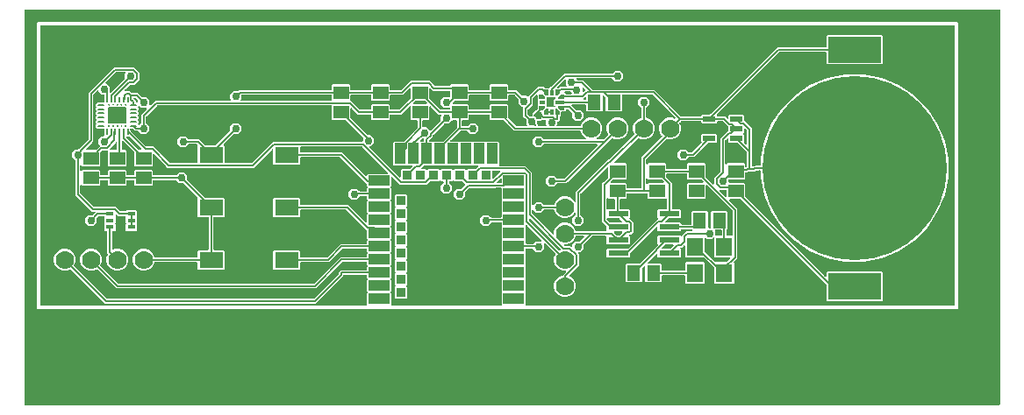
<source format=gbr>
G04 EAGLE Gerber RS-274X export*
G75*
%MOMM*%
%FSLAX34Y34*%
%LPD*%
%INTop Copper*%
%IPPOS*%
%AMOC8*
5,1,8,0,0,1.08239X$1,22.5*%
G01*
%ADD10C,17.800000*%
%ADD11R,5.100000X2.500000*%
%ADD12R,2.300000X1.600000*%
%ADD13R,1.500000X1.300000*%
%ADD14R,1.300000X1.500000*%
%ADD15C,1.778000*%
%ADD16R,1.600000X1.803000*%
%ADD17C,0.200000*%
%ADD18C,0.160000*%
%ADD19R,1.200000X0.550000*%
%ADD20R,1.981200X0.558800*%
%ADD21R,0.800000X0.420000*%
%ADD22R,0.100000X0.100000*%
%ADD23R,0.830000X0.400000*%
%ADD24R,0.400000X0.580000*%
%ADD25R,0.580000X0.400000*%
%ADD26R,1.000000X2.000000*%
%ADD27R,2.000000X1.000000*%
%ADD28R,0.900000X0.900000*%
%ADD29C,0.152400*%
%ADD30C,0.756400*%

G36*
X1041420Y-89658D02*
X1041420Y-89658D01*
X1041439Y-89660D01*
X1041541Y-89638D01*
X1041643Y-89622D01*
X1041660Y-89612D01*
X1041680Y-89608D01*
X1041769Y-89555D01*
X1041860Y-89506D01*
X1041874Y-89492D01*
X1041891Y-89482D01*
X1041958Y-89403D01*
X1042030Y-89328D01*
X1042038Y-89310D01*
X1042051Y-89295D01*
X1042090Y-89199D01*
X1042133Y-89105D01*
X1042135Y-89085D01*
X1042143Y-89067D01*
X1042161Y-88900D01*
X1042161Y292100D01*
X1042158Y292120D01*
X1042160Y292139D01*
X1042138Y292241D01*
X1042122Y292343D01*
X1042112Y292360D01*
X1042108Y292380D01*
X1042055Y292469D01*
X1042006Y292560D01*
X1041992Y292574D01*
X1041982Y292591D01*
X1041903Y292658D01*
X1041828Y292730D01*
X1041810Y292738D01*
X1041795Y292751D01*
X1041699Y292790D01*
X1041605Y292833D01*
X1041585Y292835D01*
X1041567Y292843D01*
X1041400Y292861D01*
X101600Y292861D01*
X101580Y292858D01*
X101561Y292860D01*
X101459Y292838D01*
X101357Y292822D01*
X101340Y292812D01*
X101320Y292808D01*
X101231Y292755D01*
X101140Y292706D01*
X101126Y292692D01*
X101109Y292682D01*
X101042Y292603D01*
X100971Y292528D01*
X100962Y292510D01*
X100949Y292495D01*
X100910Y292399D01*
X100867Y292305D01*
X100865Y292285D01*
X100857Y292267D01*
X100839Y292100D01*
X100839Y-88900D01*
X100842Y-88920D01*
X100840Y-88939D01*
X100862Y-89041D01*
X100879Y-89143D01*
X100888Y-89160D01*
X100892Y-89180D01*
X100945Y-89269D01*
X100994Y-89360D01*
X101008Y-89374D01*
X101018Y-89391D01*
X101097Y-89458D01*
X101172Y-89530D01*
X101190Y-89538D01*
X101205Y-89551D01*
X101301Y-89590D01*
X101395Y-89633D01*
X101415Y-89635D01*
X101433Y-89643D01*
X101600Y-89661D01*
X1041400Y-89661D01*
X1041420Y-89658D01*
G37*
%LPC*%
G36*
X113668Y3555D02*
X113668Y3555D01*
X112775Y4448D01*
X112775Y279932D01*
X113668Y280825D01*
X1000632Y280825D01*
X1001525Y279932D01*
X1001525Y4448D01*
X1000632Y3555D01*
X113668Y3555D01*
G37*
%LPD*%
G36*
X430734Y6608D02*
X430734Y6608D01*
X430753Y6606D01*
X430855Y6628D01*
X430957Y6644D01*
X430974Y6654D01*
X430994Y6658D01*
X431083Y6711D01*
X431174Y6760D01*
X431188Y6774D01*
X431205Y6784D01*
X431272Y6863D01*
X431344Y6938D01*
X431352Y6956D01*
X431365Y6971D01*
X431404Y7067D01*
X431447Y7161D01*
X431449Y7181D01*
X431457Y7199D01*
X431475Y7366D01*
X431475Y18832D01*
X431655Y19012D01*
X431667Y19028D01*
X431683Y19040D01*
X431739Y19128D01*
X431799Y19211D01*
X431805Y19230D01*
X431816Y19247D01*
X431841Y19348D01*
X431871Y19447D01*
X431871Y19467D01*
X431876Y19486D01*
X431868Y19589D01*
X431865Y19692D01*
X431858Y19711D01*
X431857Y19731D01*
X431816Y19826D01*
X431781Y19923D01*
X431768Y19939D01*
X431760Y19957D01*
X431655Y20088D01*
X431475Y20268D01*
X431475Y31532D01*
X431655Y31712D01*
X431667Y31728D01*
X431683Y31740D01*
X431739Y31828D01*
X431799Y31911D01*
X431805Y31930D01*
X431816Y31947D01*
X431841Y32048D01*
X431871Y32147D01*
X431871Y32167D01*
X431876Y32186D01*
X431868Y32289D01*
X431865Y32392D01*
X431858Y32411D01*
X431857Y32431D01*
X431816Y32526D01*
X431781Y32623D01*
X431768Y32639D01*
X431760Y32657D01*
X431655Y32788D01*
X431475Y32968D01*
X431475Y35552D01*
X431472Y35572D01*
X431474Y35591D01*
X431452Y35693D01*
X431436Y35795D01*
X431426Y35812D01*
X431422Y35832D01*
X431369Y35921D01*
X431320Y36012D01*
X431306Y36026D01*
X431296Y36043D01*
X431217Y36110D01*
X431142Y36182D01*
X431124Y36190D01*
X431109Y36203D01*
X431013Y36242D01*
X430919Y36285D01*
X430899Y36287D01*
X430881Y36295D01*
X430714Y36313D01*
X409448Y36313D01*
X409428Y36310D01*
X409409Y36312D01*
X409307Y36290D01*
X409205Y36274D01*
X409188Y36264D01*
X409168Y36260D01*
X409079Y36207D01*
X408988Y36158D01*
X408974Y36144D01*
X408957Y36134D01*
X408890Y36055D01*
X408818Y35980D01*
X408810Y35962D01*
X408797Y35947D01*
X408758Y35851D01*
X408715Y35757D01*
X408713Y35737D01*
X408705Y35719D01*
X408687Y35552D01*
X408687Y35375D01*
X381947Y8635D01*
X178631Y8635D01*
X177068Y10198D01*
X145744Y41522D01*
X145650Y41590D01*
X145555Y41660D01*
X145549Y41662D01*
X145544Y41666D01*
X145433Y41700D01*
X145322Y41736D01*
X145315Y41736D01*
X145309Y41738D01*
X145192Y41735D01*
X145076Y41734D01*
X145068Y41732D01*
X145063Y41732D01*
X145046Y41725D01*
X144914Y41687D01*
X141772Y40385D01*
X137628Y40385D01*
X133800Y41971D01*
X130871Y44900D01*
X129285Y48728D01*
X129285Y52872D01*
X130871Y56700D01*
X133800Y59629D01*
X137628Y61215D01*
X141772Y61215D01*
X145600Y59629D01*
X148529Y56700D01*
X150115Y52872D01*
X150115Y48728D01*
X148813Y45586D01*
X148786Y45472D01*
X148758Y45358D01*
X148758Y45352D01*
X148757Y45346D01*
X148768Y45229D01*
X148777Y45113D01*
X148779Y45108D01*
X148780Y45101D01*
X148828Y44994D01*
X148873Y44887D01*
X148878Y44881D01*
X148880Y44876D01*
X148893Y44863D01*
X148978Y44756D01*
X180302Y13432D01*
X180376Y13379D01*
X180446Y13319D01*
X180476Y13307D01*
X180502Y13288D01*
X180589Y13261D01*
X180674Y13227D01*
X180715Y13223D01*
X180737Y13216D01*
X180769Y13217D01*
X180841Y13209D01*
X379737Y13209D01*
X379828Y13223D01*
X379918Y13231D01*
X379948Y13243D01*
X379980Y13248D01*
X380061Y13291D01*
X380145Y13327D01*
X380177Y13353D01*
X380198Y13364D01*
X380220Y13387D01*
X380276Y13432D01*
X403890Y37046D01*
X403943Y37120D01*
X404003Y37190D01*
X404015Y37220D01*
X404034Y37246D01*
X404061Y37333D01*
X404095Y37418D01*
X404099Y37459D01*
X404106Y37481D01*
X404105Y37513D01*
X404113Y37585D01*
X404113Y39047D01*
X405953Y40887D01*
X430714Y40887D01*
X430734Y40890D01*
X430753Y40888D01*
X430855Y40910D01*
X430957Y40926D01*
X430974Y40936D01*
X430994Y40940D01*
X431083Y40993D01*
X431174Y41042D01*
X431188Y41056D01*
X431205Y41066D01*
X431272Y41145D01*
X431344Y41220D01*
X431352Y41238D01*
X431365Y41253D01*
X431404Y41349D01*
X431447Y41443D01*
X431449Y41463D01*
X431457Y41481D01*
X431475Y41648D01*
X431475Y44232D01*
X431655Y44412D01*
X431667Y44428D01*
X431683Y44440D01*
X431739Y44528D01*
X431799Y44611D01*
X431805Y44630D01*
X431816Y44647D01*
X431841Y44748D01*
X431871Y44847D01*
X431871Y44867D01*
X431876Y44886D01*
X431868Y44989D01*
X431865Y45092D01*
X431858Y45111D01*
X431857Y45131D01*
X431816Y45226D01*
X431781Y45323D01*
X431768Y45339D01*
X431760Y45357D01*
X431655Y45488D01*
X431475Y45668D01*
X431475Y48252D01*
X431472Y48272D01*
X431474Y48291D01*
X431452Y48393D01*
X431436Y48495D01*
X431426Y48512D01*
X431422Y48532D01*
X431369Y48621D01*
X431320Y48712D01*
X431306Y48726D01*
X431296Y48743D01*
X431217Y48810D01*
X431142Y48882D01*
X431124Y48890D01*
X431109Y48903D01*
X431013Y48942D01*
X430919Y48985D01*
X430899Y48987D01*
X430881Y48995D01*
X430714Y49013D01*
X408163Y49013D01*
X408072Y48999D01*
X407982Y48991D01*
X407952Y48979D01*
X407920Y48974D01*
X407839Y48931D01*
X407755Y48895D01*
X407723Y48869D01*
X407702Y48858D01*
X407680Y48835D01*
X407624Y48790D01*
X381947Y23113D01*
X189553Y23113D01*
X171144Y41522D01*
X171050Y41590D01*
X170955Y41660D01*
X170949Y41662D01*
X170944Y41666D01*
X170833Y41700D01*
X170722Y41736D01*
X170715Y41736D01*
X170709Y41738D01*
X170592Y41735D01*
X170476Y41734D01*
X170468Y41732D01*
X170463Y41732D01*
X170446Y41725D01*
X170314Y41687D01*
X167172Y40385D01*
X163028Y40385D01*
X159200Y41971D01*
X156271Y44900D01*
X154685Y48728D01*
X154685Y52872D01*
X156271Y56700D01*
X159200Y59629D01*
X163028Y61215D01*
X167172Y61215D01*
X171000Y59629D01*
X173929Y56700D01*
X175515Y52872D01*
X175515Y48728D01*
X174213Y45586D01*
X174186Y45472D01*
X174158Y45358D01*
X174158Y45352D01*
X174157Y45346D01*
X174168Y45229D01*
X174177Y45113D01*
X174179Y45108D01*
X174180Y45101D01*
X174228Y44994D01*
X174273Y44887D01*
X174278Y44881D01*
X174280Y44876D01*
X174293Y44863D01*
X174378Y44756D01*
X191224Y27910D01*
X191298Y27857D01*
X191368Y27797D01*
X191398Y27785D01*
X191424Y27766D01*
X191511Y27739D01*
X191596Y27705D01*
X191637Y27701D01*
X191659Y27694D01*
X191691Y27695D01*
X191763Y27687D01*
X379737Y27687D01*
X379828Y27701D01*
X379918Y27709D01*
X379948Y27721D01*
X379980Y27726D01*
X380061Y27769D01*
X380145Y27805D01*
X380177Y27831D01*
X380198Y27842D01*
X380220Y27865D01*
X380276Y27910D01*
X405953Y53587D01*
X430714Y53587D01*
X430734Y53590D01*
X430753Y53588D01*
X430855Y53610D01*
X430957Y53626D01*
X430974Y53636D01*
X430994Y53640D01*
X431083Y53693D01*
X431174Y53742D01*
X431188Y53756D01*
X431205Y53766D01*
X431272Y53845D01*
X431344Y53920D01*
X431352Y53938D01*
X431365Y53953D01*
X431404Y54049D01*
X431447Y54143D01*
X431449Y54163D01*
X431457Y54181D01*
X431475Y54348D01*
X431475Y56932D01*
X431655Y57112D01*
X431667Y57128D01*
X431683Y57140D01*
X431739Y57228D01*
X431799Y57311D01*
X431805Y57330D01*
X431816Y57347D01*
X431841Y57448D01*
X431871Y57547D01*
X431871Y57567D01*
X431876Y57586D01*
X431868Y57689D01*
X431865Y57792D01*
X431858Y57811D01*
X431857Y57831D01*
X431816Y57926D01*
X431781Y58023D01*
X431768Y58039D01*
X431760Y58057D01*
X431655Y58188D01*
X431475Y58368D01*
X431475Y60952D01*
X431472Y60972D01*
X431474Y60991D01*
X431452Y61093D01*
X431436Y61195D01*
X431426Y61212D01*
X431422Y61232D01*
X431369Y61321D01*
X431320Y61412D01*
X431306Y61426D01*
X431296Y61443D01*
X431217Y61510D01*
X431142Y61582D01*
X431124Y61590D01*
X431109Y61603D01*
X431013Y61642D01*
X430919Y61685D01*
X430899Y61687D01*
X430881Y61695D01*
X430714Y61713D01*
X408163Y61713D01*
X408072Y61699D01*
X407982Y61691D01*
X407952Y61679D01*
X407920Y61674D01*
X407839Y61631D01*
X407755Y61595D01*
X407723Y61569D01*
X407702Y61558D01*
X407680Y61535D01*
X407624Y61490D01*
X394647Y48513D01*
X367786Y48513D01*
X367766Y48510D01*
X367747Y48512D01*
X367645Y48490D01*
X367543Y48474D01*
X367526Y48464D01*
X367506Y48460D01*
X367417Y48407D01*
X367326Y48358D01*
X367312Y48344D01*
X367295Y48334D01*
X367228Y48255D01*
X367156Y48180D01*
X367148Y48162D01*
X367135Y48147D01*
X367096Y48051D01*
X367053Y47957D01*
X367051Y47937D01*
X367043Y47919D01*
X367025Y47752D01*
X367025Y42168D01*
X366132Y41275D01*
X341868Y41275D01*
X340975Y42168D01*
X340975Y59432D01*
X341868Y60325D01*
X366132Y60325D01*
X367025Y59432D01*
X367025Y53848D01*
X367028Y53828D01*
X367026Y53809D01*
X367048Y53707D01*
X367064Y53605D01*
X367074Y53588D01*
X367078Y53568D01*
X367131Y53479D01*
X367180Y53388D01*
X367194Y53374D01*
X367204Y53357D01*
X367283Y53290D01*
X367358Y53218D01*
X367376Y53210D01*
X367391Y53197D01*
X367487Y53158D01*
X367581Y53115D01*
X367601Y53113D01*
X367619Y53105D01*
X367786Y53087D01*
X392437Y53087D01*
X392528Y53101D01*
X392618Y53109D01*
X392648Y53121D01*
X392680Y53126D01*
X392761Y53169D01*
X392845Y53205D01*
X392877Y53231D01*
X392898Y53242D01*
X392920Y53265D01*
X392976Y53310D01*
X405953Y66287D01*
X430714Y66287D01*
X430734Y66290D01*
X430753Y66288D01*
X430855Y66310D01*
X430957Y66326D01*
X430974Y66336D01*
X430994Y66340D01*
X431083Y66393D01*
X431174Y66442D01*
X431188Y66456D01*
X431205Y66466D01*
X431272Y66545D01*
X431344Y66620D01*
X431352Y66638D01*
X431365Y66653D01*
X431404Y66749D01*
X431447Y66843D01*
X431449Y66863D01*
X431457Y66881D01*
X431475Y67048D01*
X431475Y69632D01*
X431655Y69812D01*
X431667Y69828D01*
X431683Y69840D01*
X431739Y69928D01*
X431799Y70011D01*
X431805Y70030D01*
X431816Y70047D01*
X431841Y70148D01*
X431871Y70247D01*
X431871Y70266D01*
X431876Y70286D01*
X431868Y70389D01*
X431865Y70492D01*
X431858Y70511D01*
X431857Y70531D01*
X431816Y70626D01*
X431781Y70723D01*
X431768Y70739D01*
X431760Y70757D01*
X431655Y70888D01*
X431475Y71068D01*
X431475Y79143D01*
X431461Y79233D01*
X431453Y79324D01*
X431441Y79353D01*
X431436Y79385D01*
X431393Y79466D01*
X431357Y79550D01*
X431331Y79582D01*
X431320Y79603D01*
X431297Y79625D01*
X431252Y79681D01*
X411843Y99090D01*
X411769Y99143D01*
X411699Y99203D01*
X411669Y99215D01*
X411643Y99234D01*
X411556Y99261D01*
X411471Y99295D01*
X411430Y99299D01*
X411408Y99306D01*
X411376Y99305D01*
X411305Y99313D01*
X367786Y99313D01*
X367766Y99310D01*
X367747Y99312D01*
X367645Y99290D01*
X367543Y99274D01*
X367526Y99264D01*
X367506Y99260D01*
X367417Y99207D01*
X367326Y99158D01*
X367312Y99144D01*
X367295Y99134D01*
X367228Y99055D01*
X367156Y98980D01*
X367148Y98962D01*
X367135Y98947D01*
X367096Y98851D01*
X367053Y98757D01*
X367051Y98737D01*
X367043Y98719D01*
X367025Y98552D01*
X367025Y92968D01*
X366132Y92075D01*
X341868Y92075D01*
X340975Y92968D01*
X340975Y110232D01*
X341868Y111125D01*
X366132Y111125D01*
X367025Y110232D01*
X367025Y104648D01*
X367028Y104628D01*
X367026Y104609D01*
X367048Y104507D01*
X367064Y104405D01*
X367074Y104388D01*
X367078Y104368D01*
X367131Y104279D01*
X367180Y104188D01*
X367194Y104174D01*
X367204Y104157D01*
X367283Y104090D01*
X367358Y104018D01*
X367376Y104010D01*
X367391Y103997D01*
X367487Y103958D01*
X367581Y103915D01*
X367601Y103913D01*
X367619Y103905D01*
X367786Y103887D01*
X413514Y103887D01*
X415077Y102324D01*
X430176Y87225D01*
X430234Y87183D01*
X430286Y87134D01*
X430333Y87112D01*
X430375Y87082D01*
X430444Y87061D01*
X430509Y87030D01*
X430561Y87025D01*
X430611Y87009D01*
X430682Y87011D01*
X430753Y87003D01*
X430804Y87014D01*
X430856Y87016D01*
X430924Y87040D01*
X430994Y87056D01*
X431039Y87082D01*
X431087Y87100D01*
X431143Y87145D01*
X431205Y87182D01*
X431239Y87221D01*
X431279Y87254D01*
X431318Y87314D01*
X431365Y87369D01*
X431384Y87417D01*
X431412Y87461D01*
X431430Y87530D01*
X431457Y87597D01*
X431465Y87668D01*
X431473Y87699D01*
X431471Y87723D01*
X431475Y87764D01*
X431475Y95032D01*
X431655Y95212D01*
X431667Y95228D01*
X431683Y95240D01*
X431739Y95328D01*
X431799Y95411D01*
X431805Y95430D01*
X431816Y95447D01*
X431841Y95548D01*
X431871Y95647D01*
X431871Y95666D01*
X431876Y95686D01*
X431868Y95789D01*
X431865Y95892D01*
X431858Y95911D01*
X431857Y95931D01*
X431816Y96026D01*
X431781Y96123D01*
X431768Y96139D01*
X431760Y96157D01*
X431655Y96288D01*
X431475Y96468D01*
X431475Y107732D01*
X431655Y107912D01*
X431667Y107928D01*
X431683Y107940D01*
X431739Y108028D01*
X431799Y108111D01*
X431805Y108130D01*
X431816Y108147D01*
X431841Y108248D01*
X431871Y108347D01*
X431871Y108366D01*
X431876Y108386D01*
X431868Y108489D01*
X431865Y108592D01*
X431858Y108611D01*
X431857Y108631D01*
X431816Y108726D01*
X431781Y108823D01*
X431768Y108839D01*
X431760Y108857D01*
X431655Y108988D01*
X431475Y109168D01*
X431475Y111752D01*
X431472Y111772D01*
X431474Y111791D01*
X431452Y111893D01*
X431436Y111995D01*
X431426Y112012D01*
X431422Y112032D01*
X431369Y112121D01*
X431320Y112212D01*
X431306Y112226D01*
X431296Y112243D01*
X431217Y112310D01*
X431142Y112382D01*
X431124Y112390D01*
X431109Y112403D01*
X431013Y112442D01*
X430919Y112485D01*
X430899Y112487D01*
X430881Y112495D01*
X430714Y112513D01*
X425133Y112513D01*
X425043Y112499D01*
X424952Y112491D01*
X424923Y112479D01*
X424891Y112474D01*
X424810Y112431D01*
X424726Y112395D01*
X424694Y112369D01*
X424673Y112358D01*
X424651Y112335D01*
X424595Y112290D01*
X421298Y108993D01*
X416902Y108993D01*
X413793Y112102D01*
X413793Y116498D01*
X416902Y119607D01*
X421298Y119607D01*
X423595Y117310D01*
X423669Y117257D01*
X423739Y117197D01*
X423769Y117185D01*
X423795Y117166D01*
X423882Y117139D01*
X423967Y117105D01*
X424008Y117101D01*
X424030Y117094D01*
X424062Y117095D01*
X424133Y117087D01*
X430714Y117087D01*
X430734Y117090D01*
X430753Y117088D01*
X430855Y117110D01*
X430957Y117126D01*
X430974Y117136D01*
X430994Y117140D01*
X431083Y117193D01*
X431174Y117242D01*
X431188Y117256D01*
X431205Y117266D01*
X431272Y117345D01*
X431344Y117420D01*
X431352Y117438D01*
X431365Y117453D01*
X431404Y117549D01*
X431447Y117643D01*
X431449Y117663D01*
X431457Y117681D01*
X431475Y117848D01*
X431475Y120432D01*
X431655Y120612D01*
X431667Y120628D01*
X431683Y120640D01*
X431739Y120728D01*
X431799Y120811D01*
X431805Y120830D01*
X431816Y120847D01*
X431841Y120948D01*
X431871Y121047D01*
X431871Y121066D01*
X431876Y121086D01*
X431868Y121189D01*
X431865Y121292D01*
X431858Y121311D01*
X431857Y121331D01*
X431816Y121426D01*
X431781Y121523D01*
X431768Y121539D01*
X431760Y121557D01*
X431655Y121688D01*
X431475Y121868D01*
X431475Y123952D01*
X431472Y123972D01*
X431474Y123991D01*
X431452Y124093D01*
X431436Y124195D01*
X431426Y124212D01*
X431422Y124232D01*
X431369Y124321D01*
X431320Y124412D01*
X431306Y124426D01*
X431296Y124443D01*
X431217Y124510D01*
X431142Y124582D01*
X431124Y124590D01*
X431109Y124603D01*
X431013Y124642D01*
X430919Y124685D01*
X430899Y124687D01*
X430881Y124695D01*
X430870Y124696D01*
X405676Y149890D01*
X405602Y149943D01*
X405532Y150003D01*
X405502Y150015D01*
X405476Y150034D01*
X405389Y150061D01*
X405304Y150095D01*
X405263Y150099D01*
X405241Y150106D01*
X405209Y150105D01*
X405137Y150113D01*
X367786Y150113D01*
X367766Y150110D01*
X367747Y150112D01*
X367645Y150090D01*
X367543Y150074D01*
X367526Y150064D01*
X367506Y150060D01*
X367417Y150007D01*
X367326Y149958D01*
X367312Y149944D01*
X367295Y149934D01*
X367228Y149855D01*
X367156Y149780D01*
X367148Y149762D01*
X367135Y149747D01*
X367096Y149651D01*
X367053Y149557D01*
X367051Y149537D01*
X367043Y149519D01*
X367025Y149352D01*
X367025Y143768D01*
X366132Y142875D01*
X341868Y142875D01*
X340975Y143768D01*
X340975Y157036D01*
X340964Y157107D01*
X340962Y157179D01*
X340944Y157228D01*
X340936Y157279D01*
X340902Y157343D01*
X340877Y157410D01*
X340845Y157451D01*
X340820Y157497D01*
X340768Y157546D01*
X340724Y157602D01*
X340680Y157630D01*
X340642Y157666D01*
X340577Y157696D01*
X340517Y157735D01*
X340466Y157748D01*
X340419Y157770D01*
X340348Y157777D01*
X340278Y157795D01*
X340226Y157791D01*
X340175Y157797D01*
X340104Y157781D01*
X340033Y157776D01*
X339985Y157755D01*
X339934Y157744D01*
X339873Y157708D01*
X339807Y157680D01*
X339751Y157635D01*
X339723Y157618D01*
X339708Y157600D01*
X339676Y157575D01*
X321928Y139827D01*
X239272Y139827D01*
X237709Y141390D01*
X226224Y152875D01*
X226166Y152917D01*
X226114Y152966D01*
X226067Y152988D01*
X226025Y153018D01*
X225956Y153039D01*
X225891Y153070D01*
X225839Y153075D01*
X225789Y153091D01*
X225718Y153089D01*
X225647Y153097D01*
X225596Y153086D01*
X225544Y153084D01*
X225476Y153060D01*
X225406Y153044D01*
X225362Y153018D01*
X225313Y153000D01*
X225257Y152955D01*
X225195Y152918D01*
X225161Y152879D01*
X225121Y152846D01*
X225082Y152786D01*
X225035Y152731D01*
X225016Y152683D01*
X224988Y152639D01*
X224970Y152570D01*
X224943Y152503D01*
X224935Y152432D01*
X224927Y152401D01*
X224929Y152377D01*
X224925Y152336D01*
X224925Y142068D01*
X224032Y141175D01*
X207768Y141175D01*
X206875Y142068D01*
X206875Y154675D01*
X206861Y154766D01*
X206853Y154856D01*
X206841Y154886D01*
X206836Y154918D01*
X206793Y154999D01*
X206757Y155083D01*
X206731Y155115D01*
X206720Y155136D01*
X206697Y155158D01*
X206673Y155187D01*
X206671Y155191D01*
X206669Y155193D01*
X206652Y155214D01*
X196086Y165780D01*
X196028Y165822D01*
X195976Y165871D01*
X195929Y165893D01*
X195887Y165923D01*
X195818Y165944D01*
X195753Y165975D01*
X195701Y165980D01*
X195651Y165996D01*
X195580Y165994D01*
X195509Y166002D01*
X195458Y165991D01*
X195406Y165989D01*
X195338Y165965D01*
X195268Y165950D01*
X195223Y165923D01*
X195175Y165905D01*
X195119Y165860D01*
X195057Y165823D01*
X195023Y165784D01*
X194983Y165751D01*
X194944Y165691D01*
X194897Y165636D01*
X194878Y165588D01*
X194850Y165544D01*
X194832Y165475D01*
X194805Y165408D01*
X194797Y165337D01*
X194789Y165306D01*
X194791Y165282D01*
X194787Y165242D01*
X194787Y157986D01*
X194790Y157966D01*
X194788Y157947D01*
X194810Y157845D01*
X194826Y157743D01*
X194836Y157726D01*
X194840Y157706D01*
X194893Y157617D01*
X194942Y157526D01*
X194956Y157512D01*
X194966Y157495D01*
X195045Y157428D01*
X195120Y157356D01*
X195138Y157348D01*
X195153Y157335D01*
X195249Y157296D01*
X195343Y157253D01*
X195363Y157251D01*
X195381Y157243D01*
X195548Y157225D01*
X198632Y157225D01*
X199525Y156332D01*
X199525Y142068D01*
X198632Y141175D01*
X182368Y141175D01*
X181475Y142068D01*
X181475Y155984D01*
X181472Y156004D01*
X181474Y156023D01*
X181452Y156125D01*
X181436Y156227D01*
X181426Y156244D01*
X181422Y156264D01*
X181369Y156353D01*
X181320Y156444D01*
X181306Y156458D01*
X181296Y156475D01*
X181217Y156542D01*
X181142Y156614D01*
X181124Y156622D01*
X181109Y156635D01*
X181013Y156674D01*
X180919Y156717D01*
X180899Y156719D01*
X180881Y156727D01*
X180714Y156745D01*
X176195Y156745D01*
X176104Y156731D01*
X176014Y156723D01*
X175984Y156711D01*
X175952Y156706D01*
X175871Y156663D01*
X175787Y156627D01*
X175755Y156601D01*
X175734Y156590D01*
X175712Y156567D01*
X175656Y156522D01*
X174348Y155214D01*
X174302Y155150D01*
X174281Y155128D01*
X174277Y155119D01*
X174235Y155070D01*
X174223Y155040D01*
X174204Y155014D01*
X174177Y154927D01*
X174143Y154842D01*
X174139Y154801D01*
X174132Y154779D01*
X174133Y154747D01*
X174125Y154675D01*
X174125Y142068D01*
X173232Y141175D01*
X156968Y141175D01*
X155986Y142157D01*
X155928Y142199D01*
X155876Y142249D01*
X155829Y142271D01*
X155787Y142301D01*
X155718Y142322D01*
X155653Y142352D01*
X155601Y142358D01*
X155551Y142373D01*
X155480Y142371D01*
X155409Y142379D01*
X155358Y142368D01*
X155306Y142367D01*
X155238Y142342D01*
X155168Y142327D01*
X155123Y142300D01*
X155075Y142283D01*
X155019Y142238D01*
X154957Y142201D01*
X154923Y142161D01*
X154883Y142129D01*
X154844Y142069D01*
X154797Y142014D01*
X154778Y141966D01*
X154750Y141922D01*
X154732Y141852D01*
X154705Y141786D01*
X154697Y141715D01*
X154689Y141683D01*
X154691Y141660D01*
X154687Y141619D01*
X154687Y137781D01*
X154698Y137710D01*
X154700Y137638D01*
X154718Y137589D01*
X154726Y137538D01*
X154760Y137475D01*
X154785Y137407D01*
X154817Y137367D01*
X154842Y137321D01*
X154894Y137271D01*
X154938Y137215D01*
X154982Y137187D01*
X155020Y137151D01*
X155085Y137121D01*
X155145Y137082D01*
X155196Y137070D01*
X155243Y137048D01*
X155314Y137040D01*
X155384Y137022D01*
X155436Y137026D01*
X155487Y137021D01*
X155558Y137036D01*
X155629Y137041D01*
X155677Y137062D01*
X155728Y137073D01*
X155789Y137110D01*
X155855Y137138D01*
X155911Y137183D01*
X155939Y137199D01*
X155954Y137217D01*
X155986Y137243D01*
X156968Y138225D01*
X173232Y138225D01*
X174125Y137332D01*
X174125Y133248D01*
X174128Y133228D01*
X174126Y133209D01*
X174148Y133107D01*
X174164Y133005D01*
X174174Y132988D01*
X174178Y132968D01*
X174231Y132879D01*
X174280Y132788D01*
X174294Y132774D01*
X174304Y132757D01*
X174383Y132690D01*
X174458Y132618D01*
X174476Y132610D01*
X174491Y132597D01*
X174587Y132558D01*
X174681Y132515D01*
X174701Y132513D01*
X174719Y132505D01*
X174886Y132487D01*
X180714Y132487D01*
X180734Y132490D01*
X180753Y132488D01*
X180855Y132510D01*
X180957Y132526D01*
X180974Y132536D01*
X180994Y132540D01*
X181083Y132593D01*
X181174Y132642D01*
X181188Y132656D01*
X181205Y132666D01*
X181272Y132745D01*
X181344Y132820D01*
X181352Y132838D01*
X181365Y132853D01*
X181404Y132949D01*
X181447Y133043D01*
X181449Y133063D01*
X181457Y133081D01*
X181475Y133248D01*
X181475Y137332D01*
X182368Y138225D01*
X198632Y138225D01*
X199525Y137332D01*
X199525Y133248D01*
X199528Y133228D01*
X199526Y133209D01*
X199548Y133107D01*
X199564Y133005D01*
X199574Y132988D01*
X199578Y132968D01*
X199631Y132879D01*
X199680Y132788D01*
X199694Y132774D01*
X199704Y132757D01*
X199783Y132690D01*
X199858Y132618D01*
X199876Y132610D01*
X199891Y132597D01*
X199987Y132558D01*
X200081Y132515D01*
X200101Y132513D01*
X200119Y132505D01*
X200286Y132487D01*
X206114Y132487D01*
X206134Y132490D01*
X206153Y132488D01*
X206255Y132510D01*
X206357Y132526D01*
X206374Y132536D01*
X206394Y132540D01*
X206483Y132593D01*
X206574Y132642D01*
X206588Y132656D01*
X206605Y132666D01*
X206672Y132745D01*
X206744Y132820D01*
X206752Y132838D01*
X206765Y132853D01*
X206804Y132949D01*
X206847Y133043D01*
X206849Y133063D01*
X206857Y133081D01*
X206875Y133248D01*
X206875Y137332D01*
X207768Y138225D01*
X224032Y138225D01*
X224925Y137332D01*
X224925Y133248D01*
X224928Y133228D01*
X224926Y133209D01*
X224948Y133107D01*
X224964Y133005D01*
X224974Y132988D01*
X224978Y132968D01*
X225031Y132879D01*
X225080Y132788D01*
X225094Y132774D01*
X225104Y132757D01*
X225183Y132690D01*
X225258Y132618D01*
X225276Y132610D01*
X225291Y132597D01*
X225387Y132558D01*
X225481Y132515D01*
X225501Y132513D01*
X225519Y132505D01*
X225686Y132487D01*
X246867Y132487D01*
X246957Y132501D01*
X247048Y132509D01*
X247077Y132521D01*
X247109Y132526D01*
X247190Y132569D01*
X247274Y132605D01*
X247306Y132631D01*
X247327Y132642D01*
X247349Y132665D01*
X247405Y132710D01*
X250202Y135507D01*
X254598Y135507D01*
X257707Y132398D01*
X257707Y128443D01*
X257721Y128352D01*
X257729Y128262D01*
X257741Y128232D01*
X257746Y128200D01*
X257789Y128119D01*
X257825Y128035D01*
X257851Y128003D01*
X257862Y127982D01*
X257885Y127960D01*
X257930Y127904D01*
X274486Y111348D01*
X274560Y111295D01*
X274630Y111235D01*
X274660Y111223D01*
X274686Y111204D01*
X274773Y111177D01*
X274858Y111143D01*
X274899Y111139D01*
X274921Y111132D01*
X274953Y111133D01*
X275025Y111125D01*
X293132Y111125D01*
X294025Y110232D01*
X294025Y92968D01*
X293132Y92075D01*
X284048Y92075D01*
X284028Y92072D01*
X284009Y92074D01*
X283907Y92052D01*
X283805Y92036D01*
X283788Y92026D01*
X283768Y92022D01*
X283679Y91969D01*
X283588Y91920D01*
X283574Y91906D01*
X283557Y91896D01*
X283490Y91817D01*
X283418Y91742D01*
X283410Y91724D01*
X283397Y91709D01*
X283358Y91613D01*
X283315Y91519D01*
X283313Y91499D01*
X283305Y91481D01*
X283287Y91314D01*
X283287Y61086D01*
X283290Y61066D01*
X283288Y61047D01*
X283310Y60945D01*
X283326Y60843D01*
X283336Y60826D01*
X283340Y60806D01*
X283393Y60717D01*
X283442Y60626D01*
X283456Y60612D01*
X283466Y60595D01*
X283545Y60528D01*
X283620Y60456D01*
X283638Y60448D01*
X283653Y60435D01*
X283749Y60396D01*
X283843Y60353D01*
X283863Y60351D01*
X283881Y60343D01*
X284048Y60325D01*
X293132Y60325D01*
X294025Y59432D01*
X294025Y42168D01*
X293132Y41275D01*
X268868Y41275D01*
X267975Y42168D01*
X267975Y47752D01*
X267972Y47772D01*
X267974Y47791D01*
X267952Y47893D01*
X267936Y47995D01*
X267926Y48012D01*
X267922Y48032D01*
X267869Y48121D01*
X267820Y48212D01*
X267806Y48226D01*
X267796Y48243D01*
X267717Y48310D01*
X267642Y48382D01*
X267624Y48390D01*
X267609Y48403D01*
X267513Y48442D01*
X267419Y48485D01*
X267399Y48487D01*
X267381Y48495D01*
X267214Y48513D01*
X226734Y48513D01*
X226619Y48494D01*
X226503Y48477D01*
X226498Y48475D01*
X226492Y48474D01*
X226389Y48419D01*
X226284Y48366D01*
X226280Y48361D01*
X226274Y48358D01*
X226194Y48274D01*
X226112Y48190D01*
X226108Y48184D01*
X226105Y48180D01*
X226097Y48163D01*
X226031Y48043D01*
X224729Y44900D01*
X221800Y41971D01*
X217972Y40385D01*
X213828Y40385D01*
X210000Y41971D01*
X207071Y44900D01*
X205485Y48728D01*
X205485Y52872D01*
X207071Y56700D01*
X210000Y59629D01*
X213828Y61215D01*
X217972Y61215D01*
X221800Y59629D01*
X224729Y56700D01*
X226031Y53557D01*
X226093Y53457D01*
X226152Y53357D01*
X226157Y53353D01*
X226161Y53348D01*
X226251Y53273D01*
X226339Y53197D01*
X226345Y53195D01*
X226350Y53191D01*
X226458Y53149D01*
X226568Y53105D01*
X226575Y53104D01*
X226580Y53103D01*
X226598Y53102D01*
X226734Y53087D01*
X267214Y53087D01*
X267234Y53090D01*
X267253Y53088D01*
X267355Y53110D01*
X267457Y53126D01*
X267474Y53136D01*
X267494Y53140D01*
X267583Y53193D01*
X267674Y53242D01*
X267688Y53256D01*
X267705Y53266D01*
X267772Y53345D01*
X267844Y53420D01*
X267852Y53438D01*
X267865Y53453D01*
X267904Y53549D01*
X267947Y53643D01*
X267949Y53663D01*
X267957Y53681D01*
X267975Y53848D01*
X267975Y59432D01*
X268868Y60325D01*
X277952Y60325D01*
X277972Y60328D01*
X277991Y60326D01*
X278093Y60348D01*
X278195Y60364D01*
X278212Y60374D01*
X278232Y60378D01*
X278321Y60431D01*
X278412Y60480D01*
X278426Y60494D01*
X278443Y60504D01*
X278510Y60583D01*
X278582Y60658D01*
X278590Y60676D01*
X278603Y60691D01*
X278642Y60787D01*
X278685Y60881D01*
X278687Y60901D01*
X278695Y60919D01*
X278713Y61086D01*
X278713Y91314D01*
X278710Y91334D01*
X278712Y91353D01*
X278690Y91455D01*
X278674Y91557D01*
X278664Y91574D01*
X278660Y91594D01*
X278607Y91683D01*
X278558Y91774D01*
X278544Y91788D01*
X278534Y91805D01*
X278455Y91872D01*
X278380Y91944D01*
X278362Y91952D01*
X278347Y91965D01*
X278251Y92004D01*
X278157Y92047D01*
X278137Y92049D01*
X278119Y92057D01*
X277952Y92075D01*
X268868Y92075D01*
X267975Y92968D01*
X267975Y110232D01*
X268017Y110273D01*
X268028Y110289D01*
X268044Y110302D01*
X268100Y110389D01*
X268160Y110473D01*
X268166Y110492D01*
X268177Y110508D01*
X268202Y110609D01*
X268233Y110708D01*
X268232Y110728D01*
X268237Y110747D01*
X268229Y110850D01*
X268226Y110954D01*
X268219Y110972D01*
X268218Y110992D01*
X268177Y111087D01*
X268142Y111185D01*
X268129Y111200D01*
X268121Y111218D01*
X268017Y111349D01*
X254696Y124670D01*
X254622Y124723D01*
X254552Y124783D01*
X254522Y124795D01*
X254496Y124814D01*
X254409Y124841D01*
X254324Y124875D01*
X254283Y124879D01*
X254261Y124886D01*
X254229Y124885D01*
X254157Y124893D01*
X250202Y124893D01*
X247405Y127690D01*
X247331Y127743D01*
X247261Y127803D01*
X247231Y127815D01*
X247205Y127834D01*
X247118Y127861D01*
X247033Y127895D01*
X246992Y127899D01*
X246970Y127906D01*
X246938Y127905D01*
X246867Y127913D01*
X225686Y127913D01*
X225666Y127910D01*
X225647Y127912D01*
X225545Y127890D01*
X225443Y127874D01*
X225426Y127864D01*
X225406Y127860D01*
X225317Y127807D01*
X225226Y127758D01*
X225212Y127744D01*
X225195Y127734D01*
X225128Y127655D01*
X225056Y127580D01*
X225048Y127562D01*
X225035Y127547D01*
X224996Y127451D01*
X224953Y127357D01*
X224951Y127337D01*
X224943Y127319D01*
X224925Y127152D01*
X224925Y123068D01*
X224032Y122175D01*
X207768Y122175D01*
X206875Y123068D01*
X206875Y127152D01*
X206872Y127172D01*
X206874Y127191D01*
X206852Y127293D01*
X206836Y127395D01*
X206826Y127412D01*
X206822Y127432D01*
X206769Y127521D01*
X206720Y127612D01*
X206706Y127626D01*
X206696Y127643D01*
X206617Y127710D01*
X206542Y127782D01*
X206524Y127790D01*
X206509Y127803D01*
X206413Y127842D01*
X206319Y127885D01*
X206299Y127887D01*
X206281Y127895D01*
X206114Y127913D01*
X200286Y127913D01*
X200266Y127910D01*
X200247Y127912D01*
X200145Y127890D01*
X200043Y127874D01*
X200026Y127864D01*
X200006Y127860D01*
X199917Y127807D01*
X199826Y127758D01*
X199812Y127744D01*
X199795Y127734D01*
X199728Y127655D01*
X199656Y127580D01*
X199648Y127562D01*
X199635Y127547D01*
X199596Y127451D01*
X199553Y127357D01*
X199551Y127337D01*
X199543Y127319D01*
X199525Y127152D01*
X199525Y123068D01*
X198632Y122175D01*
X182368Y122175D01*
X181475Y123068D01*
X181475Y127152D01*
X181472Y127172D01*
X181474Y127191D01*
X181452Y127293D01*
X181436Y127395D01*
X181426Y127412D01*
X181422Y127432D01*
X181369Y127521D01*
X181320Y127612D01*
X181306Y127626D01*
X181296Y127643D01*
X181217Y127710D01*
X181142Y127782D01*
X181124Y127790D01*
X181109Y127803D01*
X181013Y127842D01*
X180919Y127885D01*
X180899Y127887D01*
X180881Y127895D01*
X180714Y127913D01*
X174886Y127913D01*
X174866Y127910D01*
X174847Y127912D01*
X174745Y127890D01*
X174643Y127874D01*
X174626Y127864D01*
X174606Y127860D01*
X174517Y127807D01*
X174426Y127758D01*
X174412Y127744D01*
X174395Y127734D01*
X174328Y127655D01*
X174256Y127580D01*
X174248Y127562D01*
X174235Y127547D01*
X174196Y127451D01*
X174153Y127357D01*
X174151Y127337D01*
X174143Y127319D01*
X174125Y127152D01*
X174125Y123068D01*
X173232Y122175D01*
X156968Y122175D01*
X155986Y123157D01*
X155928Y123199D01*
X155876Y123249D01*
X155829Y123271D01*
X155787Y123301D01*
X155718Y123322D01*
X155653Y123352D01*
X155601Y123358D01*
X155551Y123373D01*
X155480Y123371D01*
X155409Y123379D01*
X155358Y123368D01*
X155306Y123367D01*
X155238Y123342D01*
X155168Y123327D01*
X155123Y123300D01*
X155075Y123283D01*
X155019Y123238D01*
X154957Y123201D01*
X154923Y123161D01*
X154883Y123129D01*
X154844Y123069D01*
X154797Y123014D01*
X154778Y122966D01*
X154750Y122922D01*
X154732Y122852D01*
X154705Y122786D01*
X154697Y122715D01*
X154689Y122683D01*
X154691Y122660D01*
X154687Y122619D01*
X154687Y115563D01*
X154701Y115472D01*
X154709Y115382D01*
X154721Y115352D01*
X154726Y115320D01*
X154769Y115239D01*
X154805Y115155D01*
X154831Y115123D01*
X154842Y115102D01*
X154865Y115080D01*
X154910Y115024D01*
X167638Y102296D01*
X167712Y102242D01*
X167782Y102183D01*
X167812Y102171D01*
X167838Y102152D01*
X167925Y102125D01*
X168010Y102091D01*
X168051Y102087D01*
X168073Y102080D01*
X168105Y102081D01*
X168177Y102073D01*
X189094Y102073D01*
X193257Y97910D01*
X193331Y97857D01*
X193401Y97797D01*
X193431Y97785D01*
X193457Y97766D01*
X193544Y97739D01*
X193629Y97705D01*
X193670Y97701D01*
X193692Y97694D01*
X193724Y97695D01*
X193795Y97687D01*
X197915Y97687D01*
X198005Y97701D01*
X198096Y97709D01*
X198126Y97721D01*
X198158Y97726D01*
X198239Y97769D01*
X198322Y97805D01*
X198355Y97831D01*
X198375Y97842D01*
X198397Y97865D01*
X198453Y97910D01*
X199568Y99025D01*
X208832Y99025D01*
X209725Y98132D01*
X209725Y92666D01*
X209717Y92660D01*
X209661Y92573D01*
X209601Y92489D01*
X209595Y92470D01*
X209584Y92453D01*
X209559Y92353D01*
X209529Y92254D01*
X209529Y92234D01*
X209524Y92214D01*
X209532Y92111D01*
X209535Y92008D01*
X209542Y91989D01*
X209543Y91969D01*
X209584Y91874D01*
X209619Y91777D01*
X209632Y91761D01*
X209640Y91743D01*
X209725Y91637D01*
X209725Y86166D01*
X209717Y86160D01*
X209661Y86073D01*
X209601Y85989D01*
X209595Y85970D01*
X209584Y85953D01*
X209559Y85853D01*
X209529Y85754D01*
X209529Y85734D01*
X209524Y85714D01*
X209532Y85611D01*
X209535Y85508D01*
X209542Y85489D01*
X209543Y85469D01*
X209584Y85374D01*
X209619Y85277D01*
X209632Y85261D01*
X209640Y85243D01*
X209725Y85137D01*
X209725Y79668D01*
X208832Y78775D01*
X199568Y78775D01*
X198675Y79668D01*
X198675Y85134D01*
X198683Y85140D01*
X198739Y85228D01*
X198799Y85311D01*
X198805Y85331D01*
X198816Y85347D01*
X198841Y85448D01*
X198871Y85547D01*
X198871Y85567D01*
X198876Y85586D01*
X198868Y85689D01*
X198865Y85792D01*
X198858Y85811D01*
X198857Y85831D01*
X198816Y85926D01*
X198781Y86023D01*
X198768Y86039D01*
X198760Y86057D01*
X198675Y86163D01*
X198675Y91634D01*
X198683Y91640D01*
X198739Y91728D01*
X198799Y91811D01*
X198805Y91830D01*
X198816Y91847D01*
X198841Y91948D01*
X198871Y92047D01*
X198871Y92067D01*
X198876Y92086D01*
X198868Y92189D01*
X198865Y92292D01*
X198858Y92311D01*
X198857Y92331D01*
X198816Y92426D01*
X198781Y92523D01*
X198768Y92539D01*
X198760Y92557D01*
X198655Y92688D01*
X198453Y92890D01*
X198379Y92943D01*
X198310Y93003D01*
X198280Y93015D01*
X198254Y93034D01*
X198167Y93061D01*
X198082Y93095D01*
X198041Y93099D01*
X198019Y93106D01*
X197986Y93105D01*
X197915Y93113D01*
X191586Y93113D01*
X190024Y94675D01*
X189966Y94717D01*
X189914Y94766D01*
X189867Y94788D01*
X189825Y94818D01*
X189756Y94839D01*
X189691Y94870D01*
X189639Y94875D01*
X189589Y94891D01*
X189518Y94889D01*
X189447Y94897D01*
X189396Y94886D01*
X189344Y94884D01*
X189276Y94860D01*
X189206Y94844D01*
X189161Y94818D01*
X189113Y94800D01*
X189057Y94755D01*
X188995Y94718D01*
X188961Y94679D01*
X188921Y94646D01*
X188882Y94586D01*
X188835Y94531D01*
X188816Y94483D01*
X188788Y94439D01*
X188770Y94370D01*
X188743Y94303D01*
X188735Y94232D01*
X188727Y94201D01*
X188729Y94177D01*
X188725Y94136D01*
X188725Y92666D01*
X188717Y92660D01*
X188661Y92573D01*
X188601Y92489D01*
X188595Y92470D01*
X188584Y92453D01*
X188559Y92353D01*
X188529Y92254D01*
X188529Y92234D01*
X188524Y92214D01*
X188532Y92111D01*
X188535Y92008D01*
X188542Y91989D01*
X188543Y91969D01*
X188584Y91874D01*
X188619Y91777D01*
X188632Y91761D01*
X188640Y91743D01*
X188725Y91637D01*
X188725Y86166D01*
X188717Y86160D01*
X188661Y86073D01*
X188601Y85989D01*
X188595Y85970D01*
X188584Y85953D01*
X188559Y85853D01*
X188529Y85754D01*
X188529Y85734D01*
X188524Y85714D01*
X188532Y85611D01*
X188535Y85508D01*
X188542Y85489D01*
X188543Y85469D01*
X188584Y85374D01*
X188619Y85277D01*
X188632Y85261D01*
X188640Y85243D01*
X188725Y85137D01*
X188725Y79668D01*
X187832Y78775D01*
X186248Y78775D01*
X186228Y78772D01*
X186209Y78774D01*
X186107Y78752D01*
X186005Y78736D01*
X185988Y78726D01*
X185968Y78722D01*
X185879Y78669D01*
X185788Y78620D01*
X185774Y78606D01*
X185757Y78596D01*
X185690Y78517D01*
X185618Y78442D01*
X185610Y78424D01*
X185597Y78409D01*
X185558Y78313D01*
X185515Y78219D01*
X185513Y78199D01*
X185505Y78181D01*
X185487Y78014D01*
X185487Y61136D01*
X185494Y61090D01*
X185492Y61044D01*
X185514Y60970D01*
X185526Y60893D01*
X185548Y60852D01*
X185561Y60808D01*
X185605Y60744D01*
X185642Y60675D01*
X185675Y60644D01*
X185701Y60606D01*
X185764Y60560D01*
X185820Y60506D01*
X185862Y60487D01*
X185898Y60459D01*
X185972Y60435D01*
X186043Y60402D01*
X186089Y60397D01*
X186132Y60383D01*
X186210Y60384D01*
X186287Y60375D01*
X186332Y60385D01*
X186378Y60386D01*
X186510Y60424D01*
X186528Y60428D01*
X186532Y60430D01*
X186539Y60432D01*
X188428Y61215D01*
X192572Y61215D01*
X196400Y59629D01*
X199329Y56700D01*
X200915Y52872D01*
X200915Y48728D01*
X199329Y44900D01*
X196400Y41971D01*
X192572Y40385D01*
X188428Y40385D01*
X184600Y41971D01*
X181671Y44900D01*
X180085Y48728D01*
X180085Y52872D01*
X181387Y56014D01*
X181414Y56128D01*
X181442Y56242D01*
X181442Y56248D01*
X181443Y56254D01*
X181432Y56370D01*
X181423Y56487D01*
X181421Y56493D01*
X181420Y56499D01*
X181373Y56606D01*
X181327Y56713D01*
X181322Y56719D01*
X181320Y56724D01*
X181308Y56737D01*
X181222Y56844D01*
X180913Y57153D01*
X180913Y78014D01*
X180910Y78034D01*
X180912Y78053D01*
X180890Y78155D01*
X180874Y78257D01*
X180864Y78274D01*
X180860Y78294D01*
X180807Y78383D01*
X180758Y78474D01*
X180744Y78488D01*
X180734Y78505D01*
X180655Y78572D01*
X180580Y78644D01*
X180562Y78652D01*
X180547Y78665D01*
X180451Y78704D01*
X180357Y78747D01*
X180337Y78749D01*
X180319Y78757D01*
X180152Y78775D01*
X178568Y78775D01*
X177675Y79668D01*
X177675Y85134D01*
X177683Y85140D01*
X177739Y85228D01*
X177799Y85311D01*
X177805Y85331D01*
X177816Y85347D01*
X177841Y85448D01*
X177871Y85547D01*
X177871Y85567D01*
X177876Y85586D01*
X177868Y85689D01*
X177865Y85792D01*
X177858Y85811D01*
X177857Y85831D01*
X177816Y85926D01*
X177781Y86023D01*
X177768Y86039D01*
X177760Y86057D01*
X177675Y86163D01*
X177675Y91634D01*
X177683Y91640D01*
X177739Y91728D01*
X177799Y91811D01*
X177805Y91830D01*
X177816Y91847D01*
X177841Y91948D01*
X177871Y92047D01*
X177871Y92067D01*
X177876Y92086D01*
X177868Y92189D01*
X177865Y92292D01*
X177858Y92311D01*
X177857Y92331D01*
X177816Y92426D01*
X177781Y92523D01*
X177768Y92539D01*
X177760Y92557D01*
X177655Y92688D01*
X177453Y92890D01*
X177379Y92943D01*
X177310Y93003D01*
X177280Y93015D01*
X177254Y93034D01*
X177167Y93061D01*
X177082Y93095D01*
X177041Y93099D01*
X177019Y93106D01*
X176986Y93105D01*
X176915Y93113D01*
X172863Y93113D01*
X172772Y93099D01*
X172682Y93091D01*
X172652Y93079D01*
X172620Y93074D01*
X172539Y93031D01*
X172455Y92995D01*
X172423Y92969D01*
X172402Y92958D01*
X172380Y92935D01*
X172324Y92890D01*
X170630Y91196D01*
X170577Y91122D01*
X170517Y91052D01*
X170505Y91022D01*
X170486Y90996D01*
X170459Y90909D01*
X170425Y90824D01*
X170421Y90783D01*
X170414Y90761D01*
X170415Y90729D01*
X170407Y90657D01*
X170407Y86702D01*
X167298Y83593D01*
X162902Y83593D01*
X159793Y86702D01*
X159793Y91098D01*
X162902Y94207D01*
X166857Y94207D01*
X166948Y94221D01*
X167038Y94229D01*
X167068Y94241D01*
X167100Y94246D01*
X167181Y94289D01*
X167265Y94325D01*
X167297Y94351D01*
X167318Y94362D01*
X167340Y94385D01*
X167396Y94430D01*
X169090Y96124D01*
X169166Y96200D01*
X169208Y96258D01*
X169257Y96310D01*
X169279Y96357D01*
X169309Y96399D01*
X169330Y96468D01*
X169361Y96533D01*
X169366Y96585D01*
X169382Y96634D01*
X169380Y96706D01*
X169388Y96777D01*
X169377Y96828D01*
X169375Y96880D01*
X169351Y96948D01*
X169336Y97018D01*
X169309Y97062D01*
X169291Y97111D01*
X169246Y97167D01*
X169209Y97229D01*
X169170Y97263D01*
X169137Y97303D01*
X169077Y97342D01*
X169022Y97389D01*
X168974Y97408D01*
X168930Y97436D01*
X168861Y97454D01*
X168794Y97481D01*
X168723Y97489D01*
X168692Y97497D01*
X168669Y97495D01*
X168628Y97499D01*
X165967Y97499D01*
X150113Y113353D01*
X150113Y146761D01*
X150099Y146851D01*
X150091Y146942D01*
X150079Y146971D01*
X150074Y147003D01*
X150031Y147084D01*
X149995Y147168D01*
X149969Y147200D01*
X149958Y147221D01*
X149935Y147243D01*
X149890Y147299D01*
X146987Y150202D01*
X146987Y154598D01*
X150096Y157707D01*
X152825Y157707D01*
X152915Y157721D01*
X153006Y157729D01*
X153035Y157741D01*
X153067Y157746D01*
X153148Y157789D01*
X153232Y157825D01*
X153264Y157851D01*
X153285Y157862D01*
X153307Y157885D01*
X153363Y157930D01*
X162590Y167157D01*
X162643Y167231D01*
X162703Y167301D01*
X162715Y167331D01*
X162734Y167357D01*
X162761Y167444D01*
X162795Y167529D01*
X162799Y167570D01*
X162806Y167592D01*
X162805Y167624D01*
X162813Y167695D01*
X162813Y212729D01*
X187039Y236955D01*
X206661Y236955D01*
X208223Y235392D01*
X211555Y232061D01*
X211555Y225139D01*
X206661Y220245D01*
X203147Y220245D01*
X203057Y220231D01*
X202966Y220223D01*
X202937Y220211D01*
X202905Y220206D01*
X202824Y220163D01*
X202740Y220127D01*
X202708Y220101D01*
X202687Y220090D01*
X202665Y220067D01*
X202609Y220022D01*
X197959Y215372D01*
X197917Y215314D01*
X197868Y215262D01*
X197846Y215215D01*
X197816Y215173D01*
X197794Y215104D01*
X197764Y215039D01*
X197758Y214987D01*
X197743Y214937D01*
X197745Y214866D01*
X197737Y214795D01*
X197748Y214744D01*
X197750Y214692D01*
X197774Y214624D01*
X197789Y214554D01*
X197816Y214509D01*
X197834Y214461D01*
X197879Y214405D01*
X197916Y214343D01*
X197955Y214309D01*
X197988Y214269D01*
X198048Y214230D01*
X198102Y214183D01*
X198151Y214164D01*
X198195Y214136D01*
X198264Y214118D01*
X198331Y214091D01*
X198402Y214083D01*
X198433Y214075D01*
X198456Y214077D01*
X198497Y214073D01*
X202808Y214073D01*
X204510Y212371D01*
X204584Y212318D01*
X204654Y212258D01*
X204684Y212246D01*
X204710Y212227D01*
X204797Y212201D01*
X204882Y212166D01*
X204923Y212162D01*
X204945Y212155D01*
X204977Y212156D01*
X205049Y212148D01*
X210186Y212148D01*
X213604Y208730D01*
X213678Y208677D01*
X213748Y208617D01*
X213778Y208605D01*
X213804Y208586D01*
X213891Y208559D01*
X213976Y208525D01*
X214017Y208521D01*
X214039Y208514D01*
X214071Y208515D01*
X214143Y208507D01*
X218098Y208507D01*
X221207Y205398D01*
X221207Y200878D01*
X221218Y200808D01*
X221220Y200736D01*
X221238Y200687D01*
X221246Y200636D01*
X221280Y200572D01*
X221305Y200505D01*
X221337Y200464D01*
X221362Y200418D01*
X221414Y200369D01*
X221458Y200313D01*
X221502Y200285D01*
X221540Y200249D01*
X221605Y200219D01*
X221665Y200180D01*
X221716Y200167D01*
X221763Y200145D01*
X221834Y200137D01*
X221904Y200120D01*
X221956Y200124D01*
X222007Y200118D01*
X222078Y200133D01*
X222149Y200139D01*
X222197Y200159D01*
X222248Y200170D01*
X222309Y200207D01*
X222375Y200235D01*
X222431Y200280D01*
X222459Y200297D01*
X222474Y200314D01*
X222506Y200340D01*
X226939Y204773D01*
X299239Y204773D01*
X299309Y204784D01*
X299381Y204786D01*
X299430Y204804D01*
X299481Y204812D01*
X299545Y204846D01*
X299612Y204871D01*
X299653Y204903D01*
X299699Y204928D01*
X299748Y204980D01*
X299804Y205024D01*
X299832Y205068D01*
X299868Y205106D01*
X299898Y205171D01*
X299937Y205231D01*
X299950Y205282D01*
X299972Y205329D01*
X299980Y205400D01*
X299997Y205470D01*
X299993Y205522D01*
X299999Y205573D01*
X299984Y205644D01*
X299978Y205715D01*
X299958Y205763D01*
X299947Y205814D01*
X299910Y205875D01*
X299882Y205941D01*
X299837Y205997D01*
X299820Y206025D01*
X299803Y206040D01*
X299777Y206072D01*
X299493Y206356D01*
X299493Y210752D01*
X302602Y213861D01*
X306557Y213861D01*
X306648Y213875D01*
X306738Y213883D01*
X306768Y213895D01*
X306800Y213900D01*
X306881Y213943D01*
X306965Y213979D01*
X306997Y214005D01*
X307018Y214016D01*
X307040Y214039D01*
X307096Y214084D01*
X307999Y214987D01*
X396614Y214987D01*
X396634Y214990D01*
X396653Y214988D01*
X396755Y215010D01*
X396857Y215026D01*
X396874Y215036D01*
X396894Y215040D01*
X396983Y215093D01*
X397074Y215142D01*
X397088Y215156D01*
X397105Y215166D01*
X397172Y215245D01*
X397244Y215320D01*
X397252Y215338D01*
X397265Y215353D01*
X397304Y215449D01*
X397347Y215543D01*
X397349Y215563D01*
X397357Y215581D01*
X397375Y215748D01*
X397375Y219832D01*
X398268Y220725D01*
X414532Y220725D01*
X415425Y219832D01*
X415425Y215748D01*
X415428Y215728D01*
X415426Y215709D01*
X415448Y215607D01*
X415464Y215505D01*
X415474Y215488D01*
X415478Y215468D01*
X415531Y215379D01*
X415580Y215288D01*
X415594Y215274D01*
X415604Y215257D01*
X415683Y215190D01*
X415758Y215118D01*
X415776Y215110D01*
X415791Y215097D01*
X415887Y215058D01*
X415981Y215015D01*
X416001Y215013D01*
X416019Y215005D01*
X416186Y214987D01*
X434714Y214987D01*
X434734Y214990D01*
X434753Y214988D01*
X434855Y215010D01*
X434957Y215026D01*
X434974Y215036D01*
X434994Y215040D01*
X435083Y215093D01*
X435174Y215142D01*
X435188Y215156D01*
X435205Y215166D01*
X435272Y215245D01*
X435344Y215320D01*
X435352Y215338D01*
X435365Y215353D01*
X435404Y215449D01*
X435447Y215543D01*
X435449Y215563D01*
X435457Y215581D01*
X435475Y215748D01*
X435475Y219832D01*
X436368Y220725D01*
X452632Y220725D01*
X453525Y219832D01*
X453525Y215748D01*
X453528Y215728D01*
X453526Y215709D01*
X453548Y215607D01*
X453564Y215505D01*
X453574Y215488D01*
X453578Y215468D01*
X453631Y215379D01*
X453680Y215288D01*
X453694Y215274D01*
X453704Y215257D01*
X453783Y215190D01*
X453858Y215118D01*
X453876Y215110D01*
X453891Y215097D01*
X453987Y215058D01*
X454081Y215015D01*
X454101Y215013D01*
X454119Y215005D01*
X454286Y214987D01*
X464105Y214987D01*
X464195Y215001D01*
X464286Y215009D01*
X464315Y215021D01*
X464347Y215026D01*
X464428Y215069D01*
X464512Y215105D01*
X464544Y215131D01*
X464565Y215142D01*
X464587Y215165D01*
X464643Y215210D01*
X473206Y223773D01*
X491994Y223773D01*
X496691Y219076D01*
X496765Y219023D01*
X496834Y218964D01*
X496864Y218951D01*
X496890Y218933D01*
X496977Y218906D01*
X497062Y218872D01*
X497103Y218867D01*
X497125Y218860D01*
X497158Y218861D01*
X497229Y218853D01*
X510914Y218853D01*
X510934Y218856D01*
X510953Y218854D01*
X511055Y218876D01*
X511157Y218893D01*
X511174Y218902D01*
X511194Y218906D01*
X511283Y218960D01*
X511374Y219008D01*
X511388Y219022D01*
X511405Y219033D01*
X511472Y219111D01*
X511544Y219186D01*
X511552Y219204D01*
X511565Y219220D01*
X511604Y219316D01*
X511647Y219409D01*
X511649Y219429D01*
X511657Y219448D01*
X511675Y219614D01*
X511675Y219832D01*
X512568Y220725D01*
X528832Y220725D01*
X529725Y219832D01*
X529725Y215748D01*
X529728Y215728D01*
X529726Y215709D01*
X529748Y215607D01*
X529764Y215505D01*
X529774Y215488D01*
X529778Y215468D01*
X529831Y215379D01*
X529880Y215288D01*
X529894Y215274D01*
X529904Y215257D01*
X529983Y215190D01*
X530058Y215118D01*
X530076Y215110D01*
X530091Y215097D01*
X530187Y215058D01*
X530281Y215015D01*
X530301Y215013D01*
X530319Y215005D01*
X530486Y214987D01*
X549014Y214987D01*
X549034Y214990D01*
X549053Y214988D01*
X549155Y215010D01*
X549257Y215026D01*
X549274Y215036D01*
X549294Y215040D01*
X549383Y215093D01*
X549474Y215142D01*
X549488Y215156D01*
X549505Y215166D01*
X549572Y215245D01*
X549644Y215320D01*
X549652Y215338D01*
X549665Y215353D01*
X549704Y215449D01*
X549747Y215543D01*
X549749Y215563D01*
X549757Y215581D01*
X549775Y215748D01*
X549775Y219832D01*
X550668Y220725D01*
X566932Y220725D01*
X567825Y219832D01*
X567825Y215748D01*
X567828Y215728D01*
X567826Y215709D01*
X567848Y215607D01*
X567864Y215505D01*
X567874Y215488D01*
X567878Y215468D01*
X567931Y215379D01*
X567980Y215288D01*
X567994Y215274D01*
X568004Y215257D01*
X568083Y215190D01*
X568158Y215118D01*
X568176Y215110D01*
X568191Y215097D01*
X568287Y215058D01*
X568381Y215015D01*
X568401Y215013D01*
X568419Y215005D01*
X568586Y214987D01*
X575647Y214987D01*
X580822Y209812D01*
X580896Y209759D01*
X580965Y209699D01*
X580996Y209687D01*
X581022Y209668D01*
X581109Y209642D01*
X581194Y209607D01*
X581235Y209603D01*
X581257Y209596D01*
X581289Y209597D01*
X581360Y209589D01*
X585316Y209589D01*
X585797Y209108D01*
X585813Y209096D01*
X585826Y209080D01*
X585913Y209025D01*
X585997Y208964D01*
X586016Y208958D01*
X586033Y208947D01*
X586133Y208922D01*
X586232Y208892D01*
X586252Y208892D01*
X586271Y208887D01*
X586374Y208895D01*
X586478Y208898D01*
X586497Y208905D01*
X586516Y208907D01*
X586611Y208947D01*
X586709Y208983D01*
X586725Y208995D01*
X586743Y209003D01*
X586874Y209108D01*
X595953Y218187D01*
X601597Y218187D01*
X602681Y217103D01*
X602755Y217050D01*
X602825Y216990D01*
X602855Y216978D01*
X602881Y216959D01*
X602968Y216932D01*
X603053Y216898D01*
X603094Y216894D01*
X603116Y216887D01*
X603148Y216888D01*
X603219Y216880D01*
X607031Y216880D01*
X607121Y216894D01*
X607212Y216902D01*
X607241Y216914D01*
X607273Y216919D01*
X607354Y216962D01*
X607438Y216998D01*
X607470Y217024D01*
X607491Y217035D01*
X607513Y217058D01*
X607569Y217103D01*
X608876Y218410D01*
X619790Y229324D01*
X621353Y230887D01*
X667567Y230887D01*
X667657Y230901D01*
X667748Y230909D01*
X667777Y230921D01*
X667809Y230926D01*
X667890Y230969D01*
X667974Y231005D01*
X668006Y231031D01*
X668027Y231042D01*
X668049Y231065D01*
X668105Y231110D01*
X670902Y233907D01*
X675298Y233907D01*
X678407Y230798D01*
X678407Y226402D01*
X675298Y223293D01*
X670902Y223293D01*
X668105Y226090D01*
X668031Y226143D01*
X667961Y226203D01*
X667931Y226215D01*
X667905Y226234D01*
X667818Y226261D01*
X667733Y226295D01*
X667692Y226299D01*
X667670Y226306D01*
X667638Y226305D01*
X667567Y226313D01*
X633929Y226313D01*
X633859Y226302D01*
X633787Y226300D01*
X633738Y226282D01*
X633687Y226274D01*
X633623Y226240D01*
X633556Y226215D01*
X633515Y226183D01*
X633469Y226158D01*
X633420Y226106D01*
X633364Y226062D01*
X633336Y226018D01*
X633300Y225980D01*
X633270Y225915D01*
X633231Y225855D01*
X633218Y225804D01*
X633196Y225757D01*
X633188Y225686D01*
X633171Y225616D01*
X633175Y225564D01*
X633169Y225513D01*
X633184Y225442D01*
X633190Y225371D01*
X633210Y225323D01*
X633221Y225272D01*
X633258Y225211D01*
X633286Y225145D01*
X633331Y225089D01*
X633348Y225061D01*
X633365Y225046D01*
X633391Y225014D01*
X633569Y224836D01*
X633643Y224783D01*
X633712Y224723D01*
X633743Y224711D01*
X633769Y224692D01*
X633856Y224666D01*
X633941Y224631D01*
X633982Y224627D01*
X634004Y224620D01*
X634036Y224621D01*
X634107Y224613D01*
X639307Y224613D01*
X648424Y215496D01*
X648498Y215443D01*
X648568Y215383D01*
X648598Y215371D01*
X648624Y215352D01*
X648711Y215325D01*
X648796Y215291D01*
X648837Y215287D01*
X648859Y215280D01*
X648891Y215281D01*
X648963Y215273D01*
X708661Y215273D01*
X734124Y189810D01*
X734198Y189757D01*
X734268Y189697D01*
X734298Y189685D01*
X734324Y189666D01*
X734411Y189639D01*
X734496Y189605D01*
X734537Y189601D01*
X734559Y189594D01*
X734591Y189595D01*
X734663Y189587D01*
X753414Y189587D01*
X753434Y189590D01*
X753453Y189588D01*
X753555Y189610D01*
X753657Y189626D01*
X753674Y189636D01*
X753694Y189640D01*
X753783Y189693D01*
X753874Y189742D01*
X753888Y189756D01*
X753905Y189766D01*
X753972Y189845D01*
X754044Y189920D01*
X754052Y189938D01*
X754065Y189953D01*
X754104Y190049D01*
X754147Y190143D01*
X754149Y190163D01*
X754157Y190181D01*
X754175Y190348D01*
X754175Y190682D01*
X755068Y191575D01*
X762425Y191575D01*
X762516Y191589D01*
X762606Y191597D01*
X762636Y191609D01*
X762668Y191614D01*
X762749Y191657D01*
X762833Y191693D01*
X762865Y191719D01*
X762886Y191730D01*
X762908Y191753D01*
X762964Y191798D01*
X827653Y256487D01*
X873914Y256487D01*
X873934Y256490D01*
X873953Y256488D01*
X874055Y256510D01*
X874157Y256526D01*
X874174Y256536D01*
X874194Y256540D01*
X874283Y256593D01*
X874374Y256642D01*
X874388Y256656D01*
X874405Y256666D01*
X874472Y256745D01*
X874544Y256820D01*
X874552Y256838D01*
X874565Y256853D01*
X874604Y256949D01*
X874647Y257043D01*
X874649Y257063D01*
X874657Y257081D01*
X874675Y257248D01*
X874675Y267332D01*
X875568Y268225D01*
X927832Y268225D01*
X928725Y267332D01*
X928725Y241068D01*
X927832Y240175D01*
X875568Y240175D01*
X874675Y241068D01*
X874675Y251152D01*
X874672Y251172D01*
X874674Y251191D01*
X874652Y251293D01*
X874636Y251395D01*
X874626Y251412D01*
X874622Y251432D01*
X874569Y251521D01*
X874520Y251612D01*
X874506Y251626D01*
X874496Y251643D01*
X874417Y251710D01*
X874342Y251782D01*
X874324Y251790D01*
X874309Y251803D01*
X874213Y251842D01*
X874119Y251885D01*
X874099Y251887D01*
X874081Y251895D01*
X873914Y251913D01*
X829863Y251913D01*
X829772Y251899D01*
X829682Y251891D01*
X829652Y251879D01*
X829620Y251874D01*
X829539Y251831D01*
X829455Y251795D01*
X829423Y251769D01*
X829402Y251758D01*
X829380Y251735D01*
X829324Y251690D01*
X769308Y191674D01*
X769297Y191658D01*
X769281Y191646D01*
X769225Y191558D01*
X769165Y191475D01*
X769159Y191456D01*
X769148Y191439D01*
X769123Y191338D01*
X769092Y191240D01*
X769093Y191220D01*
X769088Y191200D01*
X769096Y191097D01*
X769099Y190994D01*
X769106Y190975D01*
X769107Y190955D01*
X769148Y190860D01*
X769183Y190763D01*
X769196Y190747D01*
X769204Y190729D01*
X769225Y190702D01*
X769225Y190348D01*
X769228Y190328D01*
X769226Y190309D01*
X769248Y190207D01*
X769264Y190105D01*
X769274Y190088D01*
X769278Y190068D01*
X769331Y189979D01*
X769380Y189888D01*
X769394Y189874D01*
X769404Y189857D01*
X769483Y189790D01*
X769558Y189718D01*
X769576Y189710D01*
X769591Y189697D01*
X769687Y189658D01*
X769781Y189615D01*
X769801Y189613D01*
X769819Y189605D01*
X769986Y189587D01*
X776664Y189587D01*
X778876Y187375D01*
X778934Y187333D01*
X778986Y187284D01*
X779033Y187262D01*
X779075Y187232D01*
X779144Y187211D01*
X779209Y187180D01*
X779261Y187175D01*
X779311Y187159D01*
X779382Y187161D01*
X779453Y187153D01*
X779504Y187164D01*
X779556Y187166D01*
X779624Y187190D01*
X779694Y187206D01*
X779739Y187232D01*
X779787Y187250D01*
X779843Y187295D01*
X779905Y187332D01*
X779939Y187371D01*
X779979Y187404D01*
X780018Y187464D01*
X780065Y187519D01*
X780084Y187567D01*
X780112Y187611D01*
X780130Y187680D01*
X780157Y187747D01*
X780165Y187818D01*
X780173Y187849D01*
X780171Y187873D01*
X780175Y187914D01*
X780175Y190682D01*
X781068Y191575D01*
X794332Y191575D01*
X795225Y190682D01*
X795225Y185807D01*
X795239Y185717D01*
X795247Y185626D01*
X795259Y185597D01*
X795264Y185565D01*
X795307Y185484D01*
X795343Y185400D01*
X795369Y185368D01*
X795380Y185347D01*
X795403Y185325D01*
X795448Y185269D01*
X802580Y178137D01*
X802580Y141877D01*
X802592Y141804D01*
X802595Y141730D01*
X802612Y141683D01*
X802620Y141635D01*
X802655Y141569D01*
X802681Y141499D01*
X802712Y141461D01*
X802735Y141417D01*
X802789Y141366D01*
X802836Y141308D01*
X802877Y141282D01*
X802913Y141248D01*
X802981Y141217D01*
X803043Y141177D01*
X803091Y141165D01*
X803136Y141144D01*
X803210Y141136D01*
X803282Y141118D01*
X803350Y141121D01*
X803381Y141117D01*
X803405Y141122D01*
X803450Y141124D01*
X808270Y141819D01*
X808306Y141830D01*
X808343Y141833D01*
X808422Y141867D01*
X808505Y141893D01*
X808535Y141915D01*
X808569Y141929D01*
X808641Y141987D01*
X809382Y141987D01*
X809414Y141992D01*
X809490Y141995D01*
X810523Y142143D01*
X810607Y142170D01*
X810694Y142189D01*
X810724Y142207D01*
X810757Y142217D01*
X810829Y142270D01*
X810905Y142315D01*
X810928Y142342D01*
X810956Y142362D01*
X811007Y142434D01*
X811065Y142502D01*
X811078Y142534D01*
X811098Y142563D01*
X811124Y142648D01*
X811157Y142730D01*
X811162Y142775D01*
X811169Y142798D01*
X811168Y142830D01*
X811175Y142897D01*
X811175Y148616D01*
X814654Y166105D01*
X821478Y182580D01*
X831385Y197406D01*
X843994Y210015D01*
X858820Y219922D01*
X875295Y226746D01*
X892784Y230225D01*
X910616Y230225D01*
X928105Y226746D01*
X944580Y219922D01*
X959406Y210015D01*
X972015Y197406D01*
X981922Y182580D01*
X988746Y166105D01*
X992225Y148616D01*
X992225Y130784D01*
X988746Y113295D01*
X981922Y96820D01*
X972015Y81994D01*
X959406Y69385D01*
X944580Y59478D01*
X928105Y52654D01*
X910616Y49175D01*
X892784Y49175D01*
X875295Y52654D01*
X858820Y59478D01*
X843994Y69385D01*
X831385Y81994D01*
X821478Y96820D01*
X814654Y113295D01*
X811175Y130784D01*
X811175Y136652D01*
X811172Y136672D01*
X811174Y136691D01*
X811152Y136793D01*
X811136Y136895D01*
X811126Y136912D01*
X811122Y136932D01*
X811069Y137021D01*
X811020Y137112D01*
X811006Y137126D01*
X810996Y137143D01*
X810917Y137210D01*
X810842Y137282D01*
X810824Y137290D01*
X810809Y137303D01*
X810713Y137342D01*
X810619Y137385D01*
X810599Y137387D01*
X810581Y137395D01*
X810414Y137413D01*
X809818Y137413D01*
X809786Y137408D01*
X809710Y137405D01*
X801623Y136240D01*
X801588Y136229D01*
X801551Y136226D01*
X801471Y136192D01*
X801389Y136166D01*
X801358Y136144D01*
X801324Y136129D01*
X801252Y136072D01*
X800512Y136072D01*
X800480Y136066D01*
X800403Y136064D01*
X799370Y135915D01*
X797077Y135585D01*
X796993Y135558D01*
X796906Y135539D01*
X796876Y135521D01*
X796843Y135511D01*
X796771Y135458D01*
X796695Y135413D01*
X796672Y135386D01*
X796644Y135366D01*
X796593Y135293D01*
X796535Y135226D01*
X796522Y135193D01*
X796502Y135165D01*
X796476Y135080D01*
X796443Y134998D01*
X796438Y134953D01*
X796431Y134929D01*
X796432Y134898D01*
X796425Y134831D01*
X796425Y129368D01*
X795532Y128475D01*
X780768Y128475D01*
X780748Y128472D01*
X780729Y128474D01*
X780627Y128452D01*
X780525Y128436D01*
X780508Y128426D01*
X780488Y128422D01*
X780399Y128369D01*
X780308Y128320D01*
X780294Y128306D01*
X780277Y128296D01*
X780210Y128217D01*
X780138Y128142D01*
X780130Y128124D01*
X780117Y128109D01*
X780078Y128013D01*
X780035Y127919D01*
X780033Y127899D01*
X780025Y127881D01*
X780007Y127714D01*
X780007Y126286D01*
X780010Y126266D01*
X780008Y126247D01*
X780030Y126145D01*
X780046Y126043D01*
X780056Y126026D01*
X780060Y126006D01*
X780113Y125917D01*
X780162Y125826D01*
X780176Y125812D01*
X780186Y125795D01*
X780265Y125728D01*
X780340Y125656D01*
X780358Y125648D01*
X780373Y125635D01*
X780469Y125596D01*
X780563Y125553D01*
X780583Y125551D01*
X780601Y125543D01*
X780768Y125525D01*
X795532Y125525D01*
X796425Y124632D01*
X796425Y112025D01*
X796439Y111934D01*
X796447Y111844D01*
X796459Y111814D01*
X796464Y111782D01*
X796507Y111701D01*
X796543Y111617D01*
X796569Y111585D01*
X796580Y111564D01*
X796603Y111542D01*
X796648Y111486D01*
X873376Y34758D01*
X873434Y34716D01*
X873486Y34667D01*
X873533Y34645D01*
X873575Y34615D01*
X873644Y34594D01*
X873709Y34563D01*
X873761Y34558D01*
X873811Y34542D01*
X873882Y34544D01*
X873953Y34536D01*
X874004Y34547D01*
X874056Y34549D01*
X874124Y34573D01*
X874194Y34588D01*
X874238Y34615D01*
X874287Y34633D01*
X874343Y34678D01*
X874405Y34715D01*
X874439Y34754D01*
X874479Y34787D01*
X874518Y34847D01*
X874565Y34902D01*
X874584Y34950D01*
X874612Y34994D01*
X874630Y35063D01*
X874657Y35130D01*
X874665Y35201D01*
X874673Y35232D01*
X874671Y35256D01*
X874675Y35296D01*
X874675Y38332D01*
X875568Y39225D01*
X927832Y39225D01*
X928725Y38332D01*
X928725Y12068D01*
X927832Y11175D01*
X875568Y11175D01*
X874675Y12068D01*
X874675Y26675D01*
X874661Y26766D01*
X874653Y26856D01*
X874641Y26886D01*
X874636Y26918D01*
X874593Y26999D01*
X874557Y27083D01*
X874531Y27115D01*
X874520Y27136D01*
X874497Y27158D01*
X874452Y27214D01*
X792414Y109252D01*
X792340Y109305D01*
X792270Y109365D01*
X792240Y109377D01*
X792214Y109396D01*
X792127Y109423D01*
X792042Y109457D01*
X792001Y109461D01*
X791979Y109468D01*
X791947Y109467D01*
X791875Y109475D01*
X781396Y109475D01*
X781326Y109464D01*
X781254Y109462D01*
X781205Y109444D01*
X781154Y109436D01*
X781090Y109402D01*
X781023Y109377D01*
X780982Y109345D01*
X780936Y109320D01*
X780887Y109268D01*
X780831Y109224D01*
X780803Y109180D01*
X780767Y109142D01*
X780737Y109077D01*
X780698Y109017D01*
X780685Y108966D01*
X780663Y108919D01*
X780655Y108848D01*
X780638Y108778D01*
X780642Y108726D01*
X780636Y108675D01*
X780651Y108604D01*
X780657Y108533D01*
X780677Y108485D01*
X780688Y108434D01*
X780725Y108373D01*
X780753Y108307D01*
X780798Y108251D01*
X780815Y108223D01*
X780832Y108208D01*
X780858Y108176D01*
X788793Y100241D01*
X788793Y52591D01*
X785385Y49183D01*
X785373Y49167D01*
X785358Y49154D01*
X785302Y49067D01*
X785241Y48983D01*
X785235Y48964D01*
X785225Y48947D01*
X785199Y48847D01*
X785169Y48748D01*
X785169Y48728D01*
X785165Y48709D01*
X785173Y48606D01*
X785175Y48502D01*
X785182Y48484D01*
X785184Y48464D01*
X785224Y48369D01*
X785260Y48271D01*
X785272Y48256D01*
X785280Y48237D01*
X785385Y48106D01*
X785745Y47747D01*
X785745Y28453D01*
X784852Y27560D01*
X767588Y27560D01*
X766695Y28453D01*
X766695Y43200D01*
X766677Y43311D01*
X766662Y43422D01*
X766657Y43432D01*
X766656Y43443D01*
X766603Y43542D01*
X766553Y43643D01*
X766544Y43653D01*
X766540Y43660D01*
X766522Y43678D01*
X766441Y43768D01*
X756365Y52767D01*
X756306Y52804D01*
X756253Y52850D01*
X756203Y52870D01*
X756157Y52899D01*
X756090Y52916D01*
X756025Y52942D01*
X755950Y52950D01*
X755919Y52958D01*
X755896Y52956D01*
X755858Y52960D01*
X739148Y52960D01*
X738255Y53853D01*
X738255Y63963D01*
X738244Y64033D01*
X738242Y64105D01*
X738224Y64154D01*
X738216Y64205D01*
X738182Y64269D01*
X738157Y64336D01*
X738125Y64377D01*
X738100Y64423D01*
X738048Y64472D01*
X738004Y64528D01*
X737960Y64556D01*
X737922Y64592D01*
X737857Y64622D01*
X737797Y64661D01*
X737746Y64674D01*
X737699Y64696D01*
X737628Y64704D01*
X737558Y64721D01*
X737506Y64717D01*
X737455Y64723D01*
X737384Y64708D01*
X737313Y64702D01*
X737265Y64682D01*
X737214Y64671D01*
X737153Y64634D01*
X737087Y64606D01*
X737031Y64561D01*
X737003Y64544D01*
X736988Y64527D01*
X736956Y64501D01*
X734938Y62483D01*
X734499Y62483D01*
X734428Y62472D01*
X734356Y62470D01*
X734307Y62452D01*
X734256Y62444D01*
X734193Y62410D01*
X734125Y62385D01*
X734085Y62353D01*
X734039Y62328D01*
X733989Y62276D01*
X733933Y62232D01*
X733905Y62188D01*
X733869Y62150D01*
X733839Y62085D01*
X733800Y62025D01*
X733788Y61974D01*
X733766Y61927D01*
X733758Y61856D01*
X733740Y61786D01*
X733744Y61734D01*
X733739Y61683D01*
X733754Y61612D01*
X733759Y61541D01*
X733780Y61493D01*
X733791Y61442D01*
X733828Y61381D01*
X733856Y61315D01*
X733901Y61259D01*
X733917Y61231D01*
X733935Y61216D01*
X733961Y61184D01*
X734569Y60576D01*
X734569Y53724D01*
X733676Y52831D01*
X712600Y52831D01*
X711707Y53724D01*
X711707Y55736D01*
X711696Y55806D01*
X711694Y55878D01*
X711676Y55927D01*
X711668Y55978D01*
X711634Y56042D01*
X711609Y56109D01*
X711577Y56150D01*
X711552Y56196D01*
X711501Y56245D01*
X711456Y56301D01*
X711412Y56329D01*
X711374Y56365D01*
X711309Y56395D01*
X711249Y56434D01*
X711198Y56447D01*
X711151Y56469D01*
X711080Y56477D01*
X711010Y56494D01*
X710958Y56490D01*
X710907Y56496D01*
X710836Y56481D01*
X710765Y56475D01*
X710717Y56455D01*
X710666Y56444D01*
X710605Y56407D01*
X710539Y56379D01*
X710483Y56334D01*
X710455Y56317D01*
X710440Y56300D01*
X710408Y56274D01*
X702558Y48424D01*
X702516Y48366D01*
X702467Y48314D01*
X702445Y48267D01*
X702415Y48225D01*
X702394Y48156D01*
X702363Y48091D01*
X702358Y48039D01*
X702342Y47989D01*
X702344Y47918D01*
X702336Y47847D01*
X702347Y47796D01*
X702349Y47744D01*
X702373Y47676D01*
X702388Y47606D01*
X702415Y47562D01*
X702433Y47513D01*
X702478Y47457D01*
X702515Y47395D01*
X702554Y47361D01*
X702587Y47321D01*
X702647Y47282D01*
X702702Y47235D01*
X702750Y47216D01*
X702794Y47188D01*
X702863Y47170D01*
X702930Y47143D01*
X703001Y47135D01*
X703032Y47127D01*
X703056Y47129D01*
X703096Y47125D01*
X715132Y47125D01*
X716025Y46232D01*
X716025Y41148D01*
X716028Y41128D01*
X716026Y41109D01*
X716048Y41007D01*
X716064Y40905D01*
X716074Y40888D01*
X716078Y40868D01*
X716131Y40779D01*
X716180Y40688D01*
X716194Y40674D01*
X716204Y40657D01*
X716283Y40590D01*
X716358Y40518D01*
X716376Y40510D01*
X716391Y40497D01*
X716487Y40458D01*
X716581Y40415D01*
X716601Y40413D01*
X716619Y40405D01*
X716786Y40387D01*
X737494Y40387D01*
X737514Y40390D01*
X737533Y40388D01*
X737635Y40410D01*
X737737Y40426D01*
X737754Y40436D01*
X737774Y40440D01*
X737863Y40493D01*
X737954Y40542D01*
X737968Y40556D01*
X737985Y40566D01*
X738052Y40645D01*
X738124Y40720D01*
X738132Y40738D01*
X738145Y40753D01*
X738184Y40849D01*
X738227Y40943D01*
X738229Y40963D01*
X738237Y40981D01*
X738255Y41148D01*
X738255Y47747D01*
X739148Y48640D01*
X756412Y48640D01*
X757305Y47747D01*
X757305Y28453D01*
X756412Y27560D01*
X739148Y27560D01*
X738255Y28453D01*
X738255Y35052D01*
X738252Y35072D01*
X738254Y35091D01*
X738232Y35193D01*
X738216Y35295D01*
X738206Y35312D01*
X738202Y35332D01*
X738149Y35421D01*
X738100Y35512D01*
X738086Y35526D01*
X738076Y35543D01*
X737997Y35610D01*
X737922Y35682D01*
X737904Y35690D01*
X737889Y35703D01*
X737793Y35742D01*
X737699Y35785D01*
X737679Y35787D01*
X737661Y35795D01*
X737494Y35813D01*
X716786Y35813D01*
X716766Y35810D01*
X716747Y35812D01*
X716645Y35790D01*
X716543Y35774D01*
X716526Y35764D01*
X716506Y35760D01*
X716417Y35707D01*
X716326Y35658D01*
X716312Y35644D01*
X716295Y35634D01*
X716228Y35555D01*
X716156Y35480D01*
X716148Y35462D01*
X716135Y35447D01*
X716096Y35351D01*
X716053Y35257D01*
X716051Y35237D01*
X716043Y35219D01*
X716025Y35052D01*
X716025Y29968D01*
X715132Y29075D01*
X700868Y29075D01*
X699975Y29968D01*
X699975Y44004D01*
X699964Y44074D01*
X699962Y44146D01*
X699944Y44195D01*
X699936Y44246D01*
X699902Y44310D01*
X699877Y44377D01*
X699845Y44418D01*
X699820Y44464D01*
X699768Y44513D01*
X699724Y44569D01*
X699680Y44597D01*
X699642Y44633D01*
X699577Y44663D01*
X699517Y44702D01*
X699466Y44715D01*
X699419Y44737D01*
X699348Y44745D01*
X699278Y44762D01*
X699226Y44758D01*
X699175Y44764D01*
X699104Y44749D01*
X699033Y44743D01*
X698985Y44723D01*
X698934Y44712D01*
X698873Y44675D01*
X698807Y44647D01*
X698751Y44602D01*
X698723Y44585D01*
X698708Y44568D01*
X698676Y44542D01*
X697248Y43114D01*
X697195Y43040D01*
X697135Y42970D01*
X697123Y42940D01*
X697104Y42914D01*
X697077Y42827D01*
X697043Y42742D01*
X697039Y42701D01*
X697032Y42679D01*
X697033Y42647D01*
X697025Y42575D01*
X697025Y29968D01*
X696132Y29075D01*
X681868Y29075D01*
X680975Y29968D01*
X680975Y46232D01*
X681868Y47125D01*
X694475Y47125D01*
X694566Y47139D01*
X694656Y47147D01*
X694686Y47159D01*
X694718Y47164D01*
X694799Y47207D01*
X694883Y47243D01*
X694915Y47269D01*
X694936Y47280D01*
X694958Y47303D01*
X695014Y47348D01*
X708436Y60770D01*
X708489Y60844D01*
X708549Y60914D01*
X708561Y60944D01*
X708580Y60970D01*
X708607Y61057D01*
X708641Y61142D01*
X708645Y61183D01*
X708652Y61205D01*
X708651Y61237D01*
X708659Y61309D01*
X708659Y61838D01*
X710222Y63400D01*
X710222Y63401D01*
X711938Y65117D01*
X711950Y65133D01*
X711965Y65146D01*
X711996Y65193D01*
X712008Y65206D01*
X712018Y65228D01*
X712022Y65233D01*
X712082Y65317D01*
X712088Y65336D01*
X712098Y65352D01*
X712124Y65453D01*
X712154Y65552D01*
X712154Y65572D01*
X712158Y65591D01*
X712150Y65694D01*
X712148Y65798D01*
X712141Y65816D01*
X712139Y65836D01*
X712099Y65931D01*
X712063Y66029D01*
X712051Y66044D01*
X712043Y66063D01*
X711938Y66194D01*
X711707Y66424D01*
X711707Y73276D01*
X712600Y74169D01*
X733676Y74169D01*
X733908Y73937D01*
X733966Y73895D01*
X734018Y73845D01*
X734065Y73823D01*
X734107Y73793D01*
X734176Y73772D01*
X734241Y73742D01*
X734293Y73736D01*
X734343Y73721D01*
X734414Y73723D01*
X734485Y73715D01*
X734536Y73726D01*
X734588Y73727D01*
X734656Y73752D01*
X734726Y73767D01*
X734771Y73794D01*
X734819Y73811D01*
X734875Y73856D01*
X734937Y73893D01*
X734971Y73933D01*
X735011Y73965D01*
X735050Y74025D01*
X735097Y74080D01*
X735116Y74128D01*
X735144Y74172D01*
X735162Y74241D01*
X735189Y74308D01*
X735197Y74379D01*
X735203Y74405D01*
X739285Y78487D01*
X744919Y78487D01*
X744990Y78498D01*
X745062Y78500D01*
X745111Y78518D01*
X745162Y78526D01*
X745225Y78560D01*
X745293Y78585D01*
X745333Y78617D01*
X745379Y78642D01*
X745429Y78693D01*
X745485Y78738D01*
X745513Y78782D01*
X745549Y78820D01*
X745579Y78885D01*
X745618Y78945D01*
X745630Y78996D01*
X745652Y79043D01*
X745660Y79114D01*
X745678Y79184D01*
X745674Y79236D01*
X745679Y79287D01*
X745664Y79358D01*
X745659Y79429D01*
X745638Y79477D01*
X745627Y79528D01*
X745590Y79589D01*
X745562Y79655D01*
X745517Y79711D01*
X745501Y79739D01*
X745483Y79754D01*
X745457Y79786D01*
X745203Y80040D01*
X745129Y80093D01*
X745060Y80153D01*
X745030Y80165D01*
X745004Y80184D01*
X744917Y80211D01*
X744832Y80245D01*
X744791Y80249D01*
X744769Y80256D01*
X744736Y80255D01*
X744665Y80263D01*
X735330Y80263D01*
X735310Y80260D01*
X735291Y80262D01*
X735189Y80240D01*
X735087Y80224D01*
X735070Y80214D01*
X735050Y80210D01*
X734961Y80157D01*
X734870Y80108D01*
X734856Y80094D01*
X734839Y80084D01*
X734772Y80005D01*
X734700Y79930D01*
X734692Y79912D01*
X734679Y79897D01*
X734640Y79801D01*
X734597Y79707D01*
X734595Y79687D01*
X734587Y79669D01*
X734569Y79502D01*
X734569Y79124D01*
X733676Y78231D01*
X712600Y78231D01*
X711707Y79124D01*
X711707Y81980D01*
X711696Y82051D01*
X711694Y82123D01*
X711676Y82172D01*
X711668Y82223D01*
X711634Y82287D01*
X711609Y82354D01*
X711577Y82395D01*
X711552Y82441D01*
X711500Y82490D01*
X711456Y82546D01*
X711412Y82574D01*
X711374Y82610D01*
X711309Y82640D01*
X711249Y82679D01*
X711198Y82692D01*
X711151Y82714D01*
X711080Y82721D01*
X711010Y82739D01*
X710958Y82735D01*
X710907Y82741D01*
X710836Y82725D01*
X710765Y82720D01*
X710717Y82699D01*
X710666Y82688D01*
X710605Y82652D01*
X710539Y82624D01*
X710483Y82579D01*
X710455Y82562D01*
X710440Y82544D01*
X710408Y82519D01*
X685516Y57627D01*
X685463Y57553D01*
X685403Y57483D01*
X685391Y57453D01*
X685372Y57427D01*
X685345Y57340D01*
X685311Y57255D01*
X685307Y57214D01*
X685300Y57192D01*
X685301Y57160D01*
X685293Y57088D01*
X685293Y53724D01*
X684400Y52831D01*
X663324Y52831D01*
X662431Y53724D01*
X662431Y60576D01*
X663324Y61469D01*
X682575Y61469D01*
X682665Y61483D01*
X682756Y61491D01*
X682785Y61503D01*
X682817Y61508D01*
X682898Y61551D01*
X682982Y61587D01*
X683014Y61613D01*
X683035Y61624D01*
X683057Y61647D01*
X683113Y61692D01*
X711338Y89917D01*
X711777Y89917D01*
X711848Y89928D01*
X711920Y89930D01*
X711969Y89948D01*
X712020Y89956D01*
X712083Y89990D01*
X712151Y90015D01*
X712191Y90047D01*
X712237Y90072D01*
X712287Y90124D01*
X712343Y90168D01*
X712371Y90212D01*
X712407Y90250D01*
X712437Y90315D01*
X712476Y90375D01*
X712488Y90426D01*
X712510Y90473D01*
X712518Y90544D01*
X712536Y90614D01*
X712532Y90666D01*
X712537Y90717D01*
X712522Y90788D01*
X712517Y90859D01*
X712496Y90907D01*
X712485Y90958D01*
X712448Y91019D01*
X712420Y91085D01*
X712375Y91141D01*
X712359Y91169D01*
X712341Y91184D01*
X712315Y91216D01*
X711707Y91824D01*
X711707Y98676D01*
X712600Y99569D01*
X720090Y99569D01*
X720110Y99572D01*
X720129Y99570D01*
X720231Y99592D01*
X720333Y99608D01*
X720350Y99618D01*
X720370Y99622D01*
X720459Y99675D01*
X720550Y99724D01*
X720564Y99738D01*
X720581Y99748D01*
X720648Y99827D01*
X720720Y99902D01*
X720728Y99920D01*
X720741Y99935D01*
X720780Y100031D01*
X720823Y100125D01*
X720825Y100145D01*
X720833Y100163D01*
X720851Y100330D01*
X720851Y109157D01*
X720840Y109228D01*
X720838Y109300D01*
X720820Y109349D01*
X720812Y109400D01*
X720778Y109463D01*
X720753Y109531D01*
X720721Y109571D01*
X720696Y109617D01*
X720645Y109667D01*
X720600Y109723D01*
X720556Y109751D01*
X720518Y109787D01*
X720453Y109817D01*
X720393Y109856D01*
X720342Y109868D01*
X720295Y109890D01*
X720224Y109898D01*
X720154Y109916D01*
X720102Y109912D01*
X720051Y109917D01*
X719980Y109902D01*
X719909Y109897D01*
X719861Y109876D01*
X719810Y109865D01*
X719749Y109828D01*
X719683Y109800D01*
X719627Y109755D01*
X719599Y109739D01*
X719584Y109721D01*
X719552Y109695D01*
X719332Y109475D01*
X703068Y109475D01*
X702175Y110368D01*
X702175Y114452D01*
X702172Y114472D01*
X702174Y114491D01*
X702152Y114593D01*
X702136Y114695D01*
X702126Y114712D01*
X702122Y114732D01*
X702069Y114821D01*
X702020Y114912D01*
X702006Y114926D01*
X701996Y114943D01*
X701917Y115010D01*
X701842Y115082D01*
X701824Y115090D01*
X701809Y115103D01*
X701713Y115142D01*
X701619Y115185D01*
X701599Y115187D01*
X701581Y115195D01*
X701414Y115213D01*
X682886Y115213D01*
X682866Y115210D01*
X682847Y115212D01*
X682745Y115190D01*
X682643Y115174D01*
X682626Y115164D01*
X682606Y115160D01*
X682517Y115107D01*
X682426Y115058D01*
X682412Y115044D01*
X682395Y115034D01*
X682328Y114955D01*
X682256Y114880D01*
X682248Y114862D01*
X682235Y114847D01*
X682196Y114751D01*
X682153Y114657D01*
X682151Y114637D01*
X682143Y114619D01*
X682125Y114452D01*
X682125Y110368D01*
X681232Y109475D01*
X676148Y109475D01*
X676128Y109472D01*
X676109Y109474D01*
X676007Y109452D01*
X675905Y109436D01*
X675888Y109426D01*
X675868Y109422D01*
X675779Y109369D01*
X675688Y109320D01*
X675674Y109306D01*
X675657Y109296D01*
X675590Y109217D01*
X675518Y109142D01*
X675510Y109124D01*
X675497Y109109D01*
X675458Y109013D01*
X675415Y108919D01*
X675413Y108899D01*
X675405Y108881D01*
X675387Y108714D01*
X675387Y100330D01*
X675390Y100310D01*
X675388Y100291D01*
X675410Y100189D01*
X675426Y100087D01*
X675436Y100070D01*
X675440Y100050D01*
X675493Y99961D01*
X675542Y99870D01*
X675556Y99856D01*
X675566Y99839D01*
X675645Y99772D01*
X675720Y99700D01*
X675738Y99692D01*
X675753Y99679D01*
X675849Y99640D01*
X675943Y99597D01*
X675963Y99595D01*
X675981Y99587D01*
X676148Y99569D01*
X684400Y99569D01*
X685293Y98676D01*
X685293Y91824D01*
X684685Y91216D01*
X684643Y91158D01*
X684593Y91106D01*
X684571Y91059D01*
X684541Y91017D01*
X684520Y90948D01*
X684490Y90883D01*
X684484Y90831D01*
X684469Y90781D01*
X684471Y90710D01*
X684463Y90639D01*
X684474Y90588D01*
X684475Y90536D01*
X684500Y90468D01*
X684515Y90398D01*
X684542Y90353D01*
X684559Y90305D01*
X684604Y90249D01*
X684641Y90187D01*
X684681Y90153D01*
X684713Y90113D01*
X684773Y90074D01*
X684828Y90027D01*
X684876Y90008D01*
X684920Y89980D01*
X684990Y89962D01*
X685056Y89935D01*
X685127Y89927D01*
X685159Y89919D01*
X685182Y89921D01*
X685223Y89917D01*
X685662Y89917D01*
X688341Y87238D01*
X688341Y77862D01*
X685662Y75183D01*
X685223Y75183D01*
X685152Y75172D01*
X685080Y75170D01*
X685031Y75152D01*
X684980Y75144D01*
X684917Y75110D01*
X684849Y75085D01*
X684809Y75053D01*
X684763Y75028D01*
X684713Y74976D01*
X684657Y74932D01*
X684629Y74888D01*
X684593Y74850D01*
X684563Y74785D01*
X684524Y74725D01*
X684512Y74674D01*
X684490Y74627D01*
X684482Y74556D01*
X684464Y74486D01*
X684468Y74434D01*
X684463Y74383D01*
X684478Y74312D01*
X684483Y74241D01*
X684504Y74193D01*
X684515Y74142D01*
X684552Y74081D01*
X684580Y74015D01*
X684625Y73959D01*
X684641Y73931D01*
X684659Y73916D01*
X684685Y73884D01*
X685293Y73276D01*
X685293Y66424D01*
X684400Y65531D01*
X663324Y65531D01*
X662431Y66424D01*
X662431Y73152D01*
X662428Y73172D01*
X662430Y73191D01*
X662408Y73293D01*
X662392Y73395D01*
X662382Y73412D01*
X662378Y73432D01*
X662325Y73521D01*
X662276Y73612D01*
X662262Y73626D01*
X662252Y73643D01*
X662173Y73710D01*
X662098Y73782D01*
X662080Y73790D01*
X662065Y73803D01*
X661969Y73842D01*
X661875Y73885D01*
X661855Y73887D01*
X661837Y73895D01*
X661670Y73913D01*
X648963Y73913D01*
X648872Y73899D01*
X648782Y73891D01*
X648752Y73879D01*
X648720Y73874D01*
X648639Y73831D01*
X648555Y73795D01*
X648523Y73769D01*
X648502Y73758D01*
X648480Y73735D01*
X648424Y73690D01*
X640530Y65796D01*
X640477Y65722D01*
X640417Y65652D01*
X640405Y65622D01*
X640386Y65596D01*
X640359Y65509D01*
X640325Y65424D01*
X640321Y65383D01*
X640314Y65361D01*
X640315Y65329D01*
X640307Y65257D01*
X640307Y61302D01*
X637198Y58193D01*
X635784Y58193D01*
X635713Y58182D01*
X635641Y58180D01*
X635592Y58162D01*
X635541Y58154D01*
X635478Y58120D01*
X635410Y58095D01*
X635370Y58063D01*
X635324Y58038D01*
X635274Y57986D01*
X635218Y57942D01*
X635190Y57898D01*
X635154Y57860D01*
X635124Y57795D01*
X635085Y57735D01*
X635073Y57684D01*
X635051Y57637D01*
X635043Y57566D01*
X635025Y57496D01*
X635029Y57444D01*
X635024Y57393D01*
X635039Y57322D01*
X635044Y57251D01*
X635065Y57203D01*
X635076Y57152D01*
X635113Y57091D01*
X635141Y57025D01*
X635185Y56969D01*
X635202Y56941D01*
X635220Y56926D01*
X635245Y56894D01*
X635763Y56377D01*
X635763Y45223D01*
X626579Y36040D01*
X626552Y36002D01*
X626518Y35971D01*
X626481Y35903D01*
X626435Y35840D01*
X626422Y35796D01*
X626400Y35756D01*
X626386Y35679D01*
X626363Y35605D01*
X626364Y35559D01*
X626356Y35514D01*
X626367Y35437D01*
X626369Y35359D01*
X626385Y35316D01*
X626392Y35270D01*
X626427Y35201D01*
X626454Y35128D01*
X626483Y35092D01*
X626503Y35051D01*
X626559Y34997D01*
X626608Y34936D01*
X626646Y34911D01*
X626679Y34879D01*
X626799Y34813D01*
X626814Y34803D01*
X626819Y34802D01*
X626826Y34798D01*
X628200Y34229D01*
X631129Y31300D01*
X632715Y27472D01*
X632715Y23328D01*
X631129Y19500D01*
X628200Y16571D01*
X624372Y14985D01*
X620228Y14985D01*
X616400Y16571D01*
X613471Y19500D01*
X611885Y23328D01*
X611885Y27472D01*
X613471Y31300D01*
X616400Y34229D01*
X619543Y35531D01*
X619643Y35593D01*
X619743Y35652D01*
X619747Y35657D01*
X619752Y35661D01*
X619827Y35751D01*
X619856Y35785D01*
X623157Y39086D01*
X623199Y39144D01*
X623248Y39196D01*
X623270Y39243D01*
X623301Y39285D01*
X623322Y39354D01*
X623352Y39419D01*
X623358Y39471D01*
X623373Y39521D01*
X623371Y39592D01*
X623379Y39663D01*
X623368Y39714D01*
X623367Y39766D01*
X623342Y39834D01*
X623327Y39904D01*
X623300Y39949D01*
X623282Y39997D01*
X623237Y40053D01*
X623201Y40115D01*
X623161Y40149D01*
X623129Y40189D01*
X623068Y40228D01*
X623014Y40275D01*
X622965Y40294D01*
X622922Y40322D01*
X622852Y40340D01*
X622786Y40367D01*
X622714Y40375D01*
X622683Y40383D01*
X622660Y40381D01*
X622619Y40385D01*
X620228Y40385D01*
X616400Y41971D01*
X613471Y44900D01*
X611885Y48728D01*
X611885Y52872D01*
X613187Y56014D01*
X613214Y56128D01*
X613242Y56242D01*
X613242Y56248D01*
X613243Y56254D01*
X613232Y56371D01*
X613223Y56487D01*
X613221Y56492D01*
X613220Y56499D01*
X613172Y56606D01*
X613127Y56713D01*
X613122Y56719D01*
X613120Y56724D01*
X613107Y56737D01*
X613022Y56844D01*
X603506Y66360D01*
X603448Y66402D01*
X603396Y66451D01*
X603349Y66473D01*
X603307Y66503D01*
X603238Y66524D01*
X603173Y66555D01*
X603121Y66560D01*
X603071Y66576D01*
X603000Y66574D01*
X602929Y66582D01*
X602878Y66571D01*
X602826Y66569D01*
X602758Y66545D01*
X602688Y66530D01*
X602644Y66503D01*
X602595Y66485D01*
X602539Y66440D01*
X602477Y66403D01*
X602443Y66364D01*
X602403Y66331D01*
X602364Y66271D01*
X602317Y66216D01*
X602298Y66168D01*
X602270Y66124D01*
X602252Y66055D01*
X602225Y65988D01*
X602217Y65917D01*
X602209Y65886D01*
X602211Y65862D01*
X602207Y65822D01*
X602207Y61302D01*
X599098Y58193D01*
X594702Y58193D01*
X591405Y61490D01*
X591331Y61543D01*
X591261Y61603D01*
X591231Y61615D01*
X591205Y61634D01*
X591118Y61661D01*
X591033Y61695D01*
X590992Y61699D01*
X590970Y61706D01*
X590938Y61705D01*
X590867Y61713D01*
X585286Y61713D01*
X585266Y61710D01*
X585247Y61712D01*
X585145Y61690D01*
X585043Y61674D01*
X585026Y61664D01*
X585006Y61660D01*
X584917Y61607D01*
X584826Y61558D01*
X584812Y61544D01*
X584795Y61534D01*
X584728Y61455D01*
X584656Y61380D01*
X584648Y61362D01*
X584635Y61347D01*
X584596Y61251D01*
X584553Y61157D01*
X584551Y61137D01*
X584543Y61119D01*
X584525Y60952D01*
X584525Y58368D01*
X584345Y58188D01*
X584333Y58172D01*
X584317Y58160D01*
X584261Y58072D01*
X584201Y57989D01*
X584195Y57970D01*
X584184Y57953D01*
X584159Y57852D01*
X584129Y57754D01*
X584129Y57734D01*
X584124Y57714D01*
X584132Y57611D01*
X584135Y57508D01*
X584142Y57489D01*
X584143Y57469D01*
X584184Y57374D01*
X584219Y57277D01*
X584232Y57261D01*
X584240Y57243D01*
X584345Y57112D01*
X584525Y56932D01*
X584525Y45668D01*
X584345Y45488D01*
X584333Y45472D01*
X584317Y45460D01*
X584261Y45372D01*
X584201Y45289D01*
X584195Y45270D01*
X584184Y45253D01*
X584159Y45152D01*
X584129Y45054D01*
X584129Y45034D01*
X584124Y45014D01*
X584132Y44911D01*
X584135Y44808D01*
X584142Y44789D01*
X584143Y44769D01*
X584184Y44674D01*
X584219Y44577D01*
X584232Y44561D01*
X584240Y44543D01*
X584345Y44412D01*
X584525Y44232D01*
X584525Y32968D01*
X584345Y32788D01*
X584333Y32772D01*
X584317Y32760D01*
X584261Y32672D01*
X584201Y32589D01*
X584195Y32570D01*
X584184Y32553D01*
X584159Y32452D01*
X584129Y32354D01*
X584129Y32334D01*
X584124Y32314D01*
X584132Y32211D01*
X584135Y32108D01*
X584142Y32089D01*
X584143Y32069D01*
X584184Y31974D01*
X584219Y31877D01*
X584232Y31861D01*
X584240Y31843D01*
X584345Y31712D01*
X584525Y31532D01*
X584525Y20268D01*
X584345Y20088D01*
X584333Y20072D01*
X584317Y20060D01*
X584261Y19972D01*
X584201Y19889D01*
X584195Y19870D01*
X584184Y19853D01*
X584159Y19752D01*
X584129Y19654D01*
X584129Y19634D01*
X584124Y19614D01*
X584132Y19511D01*
X584135Y19408D01*
X584142Y19389D01*
X584143Y19369D01*
X584184Y19274D01*
X584219Y19177D01*
X584232Y19161D01*
X584240Y19143D01*
X584345Y19012D01*
X584525Y18832D01*
X584525Y7366D01*
X584528Y7346D01*
X584526Y7327D01*
X584548Y7225D01*
X584564Y7123D01*
X584574Y7106D01*
X584578Y7086D01*
X584631Y6997D01*
X584680Y6906D01*
X584694Y6892D01*
X584704Y6875D01*
X584783Y6808D01*
X584858Y6736D01*
X584876Y6728D01*
X584891Y6715D01*
X584987Y6676D01*
X585081Y6633D01*
X585101Y6631D01*
X585119Y6623D01*
X585286Y6605D01*
X997714Y6605D01*
X997734Y6608D01*
X997753Y6606D01*
X997855Y6628D01*
X997957Y6644D01*
X997974Y6654D01*
X997994Y6658D01*
X998083Y6711D01*
X998174Y6760D01*
X998188Y6774D01*
X998205Y6784D01*
X998272Y6863D01*
X998344Y6938D01*
X998352Y6956D01*
X998365Y6971D01*
X998404Y7067D01*
X998447Y7161D01*
X998449Y7181D01*
X998457Y7199D01*
X998475Y7366D01*
X998475Y277014D01*
X998472Y277034D01*
X998474Y277053D01*
X998452Y277155D01*
X998436Y277257D01*
X998426Y277274D01*
X998422Y277294D01*
X998369Y277383D01*
X998320Y277474D01*
X998306Y277488D01*
X998296Y277505D01*
X998217Y277572D01*
X998142Y277644D01*
X998124Y277652D01*
X998109Y277665D01*
X998013Y277704D01*
X997919Y277747D01*
X997899Y277749D01*
X997881Y277757D01*
X997714Y277775D01*
X116586Y277775D01*
X116566Y277772D01*
X116547Y277774D01*
X116445Y277752D01*
X116343Y277736D01*
X116326Y277726D01*
X116306Y277722D01*
X116217Y277669D01*
X116126Y277620D01*
X116112Y277606D01*
X116095Y277596D01*
X116028Y277517D01*
X115956Y277442D01*
X115948Y277424D01*
X115935Y277409D01*
X115896Y277313D01*
X115853Y277219D01*
X115851Y277199D01*
X115843Y277181D01*
X115825Y277014D01*
X115825Y7366D01*
X115828Y7346D01*
X115826Y7327D01*
X115848Y7225D01*
X115864Y7123D01*
X115874Y7106D01*
X115878Y7086D01*
X115931Y6997D01*
X115980Y6906D01*
X115994Y6892D01*
X116004Y6875D01*
X116083Y6808D01*
X116158Y6736D01*
X116176Y6728D01*
X116191Y6715D01*
X116287Y6676D01*
X116381Y6633D01*
X116401Y6631D01*
X116419Y6623D01*
X116586Y6605D01*
X430714Y6605D01*
X430734Y6608D01*
G37*
G36*
X560734Y6608D02*
X560734Y6608D01*
X560753Y6606D01*
X560855Y6628D01*
X560957Y6644D01*
X560974Y6654D01*
X560994Y6658D01*
X561083Y6711D01*
X561174Y6760D01*
X561188Y6774D01*
X561205Y6784D01*
X561272Y6863D01*
X561344Y6938D01*
X561352Y6956D01*
X561365Y6971D01*
X561404Y7067D01*
X561447Y7161D01*
X561449Y7181D01*
X561457Y7199D01*
X561475Y7366D01*
X561475Y18832D01*
X561655Y19012D01*
X561667Y19028D01*
X561683Y19040D01*
X561739Y19128D01*
X561799Y19211D01*
X561805Y19230D01*
X561816Y19247D01*
X561841Y19348D01*
X561871Y19447D01*
X561871Y19467D01*
X561876Y19486D01*
X561868Y19589D01*
X561865Y19692D01*
X561858Y19711D01*
X561857Y19731D01*
X561816Y19826D01*
X561781Y19923D01*
X561768Y19939D01*
X561760Y19957D01*
X561655Y20088D01*
X561475Y20268D01*
X561475Y31532D01*
X561655Y31712D01*
X561667Y31728D01*
X561683Y31740D01*
X561739Y31828D01*
X561799Y31911D01*
X561805Y31930D01*
X561816Y31947D01*
X561841Y32048D01*
X561871Y32147D01*
X561871Y32167D01*
X561876Y32186D01*
X561868Y32289D01*
X561865Y32392D01*
X561858Y32411D01*
X561857Y32431D01*
X561816Y32526D01*
X561781Y32623D01*
X561768Y32639D01*
X561760Y32657D01*
X561655Y32788D01*
X561475Y32968D01*
X561475Y44232D01*
X561655Y44412D01*
X561667Y44428D01*
X561683Y44440D01*
X561739Y44528D01*
X561799Y44611D01*
X561805Y44630D01*
X561816Y44647D01*
X561841Y44748D01*
X561871Y44847D01*
X561871Y44867D01*
X561876Y44886D01*
X561868Y44989D01*
X561865Y45092D01*
X561858Y45111D01*
X561857Y45131D01*
X561816Y45226D01*
X561781Y45323D01*
X561768Y45339D01*
X561760Y45357D01*
X561655Y45488D01*
X561475Y45668D01*
X561475Y56932D01*
X561655Y57112D01*
X561667Y57128D01*
X561683Y57140D01*
X561739Y57228D01*
X561799Y57311D01*
X561805Y57330D01*
X561816Y57347D01*
X561841Y57448D01*
X561871Y57547D01*
X561871Y57567D01*
X561876Y57586D01*
X561868Y57689D01*
X561865Y57792D01*
X561858Y57811D01*
X561857Y57831D01*
X561816Y57926D01*
X561781Y58023D01*
X561768Y58039D01*
X561760Y58057D01*
X561655Y58188D01*
X561475Y58368D01*
X561475Y69632D01*
X561655Y69812D01*
X561667Y69828D01*
X561683Y69840D01*
X561739Y69928D01*
X561799Y70011D01*
X561805Y70030D01*
X561816Y70047D01*
X561841Y70148D01*
X561871Y70247D01*
X561871Y70266D01*
X561876Y70286D01*
X561868Y70389D01*
X561865Y70492D01*
X561858Y70511D01*
X561857Y70531D01*
X561816Y70626D01*
X561781Y70723D01*
X561768Y70739D01*
X561760Y70757D01*
X561655Y70888D01*
X561475Y71068D01*
X561475Y82332D01*
X561655Y82512D01*
X561667Y82528D01*
X561683Y82540D01*
X561739Y82628D01*
X561799Y82711D01*
X561805Y82730D01*
X561816Y82747D01*
X561841Y82848D01*
X561871Y82947D01*
X561871Y82967D01*
X561876Y82986D01*
X561868Y83089D01*
X561865Y83192D01*
X561858Y83211D01*
X561857Y83231D01*
X561816Y83326D01*
X561781Y83423D01*
X561768Y83439D01*
X561760Y83457D01*
X561655Y83588D01*
X561475Y83768D01*
X561475Y86352D01*
X561472Y86372D01*
X561474Y86391D01*
X561452Y86493D01*
X561436Y86595D01*
X561426Y86612D01*
X561422Y86632D01*
X561369Y86721D01*
X561320Y86812D01*
X561306Y86826D01*
X561296Y86843D01*
X561217Y86910D01*
X561142Y86982D01*
X561124Y86990D01*
X561109Y87003D01*
X561013Y87042D01*
X560919Y87085D01*
X560899Y87087D01*
X560881Y87095D01*
X560714Y87113D01*
X552133Y87113D01*
X552043Y87099D01*
X551952Y87091D01*
X551923Y87079D01*
X551891Y87074D01*
X551810Y87031D01*
X551726Y86995D01*
X551694Y86969D01*
X551673Y86958D01*
X551651Y86935D01*
X551595Y86890D01*
X548298Y83593D01*
X543902Y83593D01*
X540793Y86702D01*
X540793Y91098D01*
X543902Y94207D01*
X548298Y94207D01*
X550595Y91910D01*
X550669Y91857D01*
X550739Y91797D01*
X550769Y91785D01*
X550795Y91766D01*
X550882Y91739D01*
X550967Y91705D01*
X551008Y91701D01*
X551030Y91694D01*
X551062Y91695D01*
X551133Y91687D01*
X560714Y91687D01*
X560734Y91690D01*
X560753Y91688D01*
X560855Y91710D01*
X560957Y91726D01*
X560974Y91736D01*
X560994Y91740D01*
X561083Y91793D01*
X561174Y91842D01*
X561188Y91856D01*
X561205Y91866D01*
X561272Y91945D01*
X561344Y92020D01*
X561352Y92038D01*
X561365Y92053D01*
X561404Y92149D01*
X561447Y92243D01*
X561449Y92263D01*
X561457Y92281D01*
X561475Y92448D01*
X561475Y95032D01*
X561655Y95212D01*
X561667Y95228D01*
X561683Y95240D01*
X561739Y95328D01*
X561799Y95411D01*
X561805Y95430D01*
X561816Y95447D01*
X561841Y95548D01*
X561871Y95647D01*
X561871Y95666D01*
X561876Y95686D01*
X561868Y95789D01*
X561865Y95892D01*
X561858Y95911D01*
X561857Y95931D01*
X561816Y96026D01*
X561781Y96123D01*
X561768Y96139D01*
X561760Y96157D01*
X561655Y96288D01*
X561475Y96468D01*
X561475Y107732D01*
X561655Y107912D01*
X561667Y107928D01*
X561683Y107940D01*
X561739Y108028D01*
X561799Y108111D01*
X561805Y108130D01*
X561816Y108147D01*
X561841Y108248D01*
X561871Y108347D01*
X561871Y108366D01*
X561876Y108386D01*
X561868Y108489D01*
X561865Y108592D01*
X561858Y108611D01*
X561857Y108631D01*
X561816Y108726D01*
X561781Y108823D01*
X561768Y108839D01*
X561760Y108857D01*
X561655Y108988D01*
X561475Y109168D01*
X561475Y119868D01*
X561472Y119888D01*
X561474Y119908D01*
X561452Y120009D01*
X561436Y120111D01*
X561426Y120129D01*
X561422Y120148D01*
X561369Y120237D01*
X561320Y120329D01*
X561306Y120342D01*
X561296Y120359D01*
X561217Y120427D01*
X561142Y120498D01*
X561124Y120506D01*
X561109Y120519D01*
X561013Y120558D01*
X560919Y120602D01*
X560899Y120604D01*
X560881Y120611D01*
X560714Y120630D01*
X555757Y120630D01*
X555667Y120615D01*
X555576Y120608D01*
X555546Y120595D01*
X555514Y120590D01*
X555433Y120547D01*
X555349Y120512D01*
X555317Y120486D01*
X555297Y120475D01*
X555274Y120452D01*
X555218Y120407D01*
X555191Y120379D01*
X530329Y120379D01*
X530238Y120365D01*
X530148Y120357D01*
X530118Y120345D01*
X530086Y120340D01*
X530005Y120297D01*
X529921Y120261D01*
X529889Y120235D01*
X529868Y120224D01*
X529846Y120201D01*
X529790Y120156D01*
X526230Y116596D01*
X526177Y116522D01*
X526117Y116452D01*
X526105Y116422D01*
X526086Y116396D01*
X526059Y116309D01*
X526025Y116224D01*
X526021Y116183D01*
X526014Y116161D01*
X526015Y116129D01*
X526007Y116057D01*
X526007Y112102D01*
X522898Y108993D01*
X518502Y108993D01*
X515393Y112102D01*
X515393Y116498D01*
X518502Y119607D01*
X522457Y119607D01*
X522548Y119621D01*
X522638Y119629D01*
X522668Y119641D01*
X522700Y119646D01*
X522781Y119689D01*
X522865Y119725D01*
X522897Y119751D01*
X522918Y119762D01*
X522940Y119785D01*
X522996Y119830D01*
X526028Y122862D01*
X526039Y122878D01*
X526055Y122890D01*
X526111Y122978D01*
X526171Y123061D01*
X526177Y123080D01*
X526188Y123097D01*
X526213Y123198D01*
X526244Y123297D01*
X526243Y123316D01*
X526248Y123336D01*
X526240Y123439D01*
X526237Y123542D01*
X526230Y123561D01*
X526229Y123581D01*
X526189Y123676D01*
X526153Y123773D01*
X526140Y123789D01*
X526133Y123807D01*
X526028Y123938D01*
X523714Y126252D01*
X523640Y126305D01*
X523570Y126365D01*
X523540Y126377D01*
X523514Y126396D01*
X523427Y126423D01*
X523342Y126457D01*
X523301Y126461D01*
X523279Y126468D01*
X523247Y126467D01*
X523175Y126475D01*
X515568Y126475D01*
X514888Y127155D01*
X514872Y127167D01*
X514860Y127183D01*
X514772Y127239D01*
X514689Y127299D01*
X514670Y127305D01*
X514653Y127316D01*
X514552Y127341D01*
X514453Y127371D01*
X514434Y127371D01*
X514414Y127376D01*
X514311Y127368D01*
X514208Y127365D01*
X514189Y127358D01*
X514169Y127357D01*
X514074Y127316D01*
X513977Y127281D01*
X513961Y127268D01*
X513943Y127260D01*
X513812Y127155D01*
X513132Y126475D01*
X511235Y126475D01*
X511165Y126464D01*
X511093Y126462D01*
X511044Y126444D01*
X510993Y126436D01*
X510929Y126402D01*
X510862Y126377D01*
X510821Y126345D01*
X510775Y126320D01*
X510726Y126268D01*
X510670Y126224D01*
X510642Y126180D01*
X510606Y126142D01*
X510576Y126077D01*
X510537Y126017D01*
X510524Y125966D01*
X510502Y125919D01*
X510494Y125848D01*
X510477Y125778D01*
X510481Y125726D01*
X510475Y125675D01*
X510490Y125604D01*
X510496Y125533D01*
X510516Y125485D01*
X510527Y125434D01*
X510564Y125373D01*
X510592Y125307D01*
X510637Y125251D01*
X510654Y125223D01*
X510671Y125208D01*
X510697Y125176D01*
X513307Y122566D01*
X513307Y118170D01*
X510198Y115061D01*
X505802Y115061D01*
X502693Y118170D01*
X502693Y122566D01*
X505303Y125176D01*
X505345Y125234D01*
X505394Y125286D01*
X505416Y125333D01*
X505446Y125375D01*
X505468Y125444D01*
X505498Y125509D01*
X505503Y125561D01*
X505519Y125611D01*
X505517Y125682D01*
X505525Y125753D01*
X505514Y125804D01*
X505512Y125856D01*
X505488Y125924D01*
X505473Y125994D01*
X505446Y126039D01*
X505428Y126087D01*
X505383Y126143D01*
X505346Y126205D01*
X505307Y126239D01*
X505274Y126279D01*
X505214Y126318D01*
X505159Y126365D01*
X505111Y126384D01*
X505067Y126412D01*
X504998Y126430D01*
X504931Y126457D01*
X504860Y126465D01*
X504829Y126473D01*
X504806Y126471D01*
X504765Y126475D01*
X502868Y126475D01*
X502188Y127155D01*
X502172Y127167D01*
X502160Y127183D01*
X502072Y127239D01*
X501989Y127299D01*
X501970Y127305D01*
X501953Y127316D01*
X501852Y127341D01*
X501753Y127371D01*
X501734Y127371D01*
X501714Y127376D01*
X501611Y127368D01*
X501508Y127365D01*
X501489Y127358D01*
X501469Y127357D01*
X501374Y127316D01*
X501277Y127281D01*
X501261Y127268D01*
X501243Y127260D01*
X501112Y127155D01*
X500432Y126475D01*
X492357Y126475D01*
X492267Y126461D01*
X492176Y126453D01*
X492147Y126441D01*
X492115Y126436D01*
X492034Y126393D01*
X491950Y126357D01*
X491918Y126331D01*
X491897Y126320D01*
X491875Y126297D01*
X491819Y126252D01*
X490557Y124990D01*
X490556Y124990D01*
X488994Y123427D01*
X463506Y123427D01*
X461944Y124990D01*
X461943Y124990D01*
X455824Y131109D01*
X455766Y131151D01*
X455714Y131200D01*
X455667Y131222D01*
X455625Y131252D01*
X455556Y131274D01*
X455491Y131304D01*
X455439Y131310D01*
X455389Y131325D01*
X455318Y131323D01*
X455247Y131331D01*
X455196Y131320D01*
X455144Y131318D01*
X455076Y131294D01*
X455006Y131279D01*
X454962Y131252D01*
X454913Y131234D01*
X454857Y131189D01*
X454795Y131152D01*
X454761Y131113D01*
X454721Y131080D01*
X454682Y131020D01*
X454635Y130966D01*
X454616Y130917D01*
X454588Y130873D01*
X454570Y130804D01*
X454543Y130737D01*
X454535Y130666D01*
X454527Y130635D01*
X454529Y130612D01*
X454525Y130571D01*
X454525Y121868D01*
X454345Y121688D01*
X454333Y121672D01*
X454317Y121660D01*
X454261Y121572D01*
X454201Y121489D01*
X454195Y121470D01*
X454184Y121453D01*
X454159Y121352D01*
X454129Y121254D01*
X454129Y121234D01*
X454124Y121214D01*
X454132Y121111D01*
X454135Y121008D01*
X454142Y120989D01*
X454143Y120969D01*
X454184Y120874D01*
X454219Y120777D01*
X454232Y120761D01*
X454240Y120743D01*
X454345Y120612D01*
X454525Y120432D01*
X454525Y109168D01*
X454345Y108988D01*
X454333Y108972D01*
X454317Y108960D01*
X454261Y108872D01*
X454201Y108789D01*
X454195Y108770D01*
X454184Y108753D01*
X454159Y108652D01*
X454129Y108554D01*
X454129Y108534D01*
X454124Y108514D01*
X454132Y108411D01*
X454135Y108308D01*
X454142Y108289D01*
X454143Y108269D01*
X454184Y108174D01*
X454219Y108077D01*
X454232Y108061D01*
X454240Y108043D01*
X454345Y107912D01*
X454525Y107732D01*
X454525Y96468D01*
X454345Y96288D01*
X454333Y96272D01*
X454317Y96260D01*
X454261Y96172D01*
X454201Y96089D01*
X454195Y96070D01*
X454184Y96053D01*
X454159Y95952D01*
X454129Y95854D01*
X454129Y95834D01*
X454124Y95814D01*
X454132Y95711D01*
X454135Y95608D01*
X454142Y95589D01*
X454143Y95569D01*
X454184Y95474D01*
X454219Y95377D01*
X454232Y95361D01*
X454240Y95343D01*
X454345Y95212D01*
X454525Y95032D01*
X454525Y83768D01*
X454345Y83588D01*
X454333Y83572D01*
X454317Y83560D01*
X454261Y83472D01*
X454201Y83389D01*
X454195Y83370D01*
X454184Y83353D01*
X454159Y83252D01*
X454129Y83154D01*
X454129Y83134D01*
X454124Y83114D01*
X454132Y83011D01*
X454135Y82908D01*
X454142Y82889D01*
X454143Y82869D01*
X454184Y82774D01*
X454219Y82677D01*
X454232Y82661D01*
X454240Y82643D01*
X454345Y82512D01*
X454525Y82332D01*
X454525Y71068D01*
X454345Y70888D01*
X454333Y70872D01*
X454317Y70860D01*
X454261Y70772D01*
X454201Y70689D01*
X454195Y70670D01*
X454184Y70653D01*
X454159Y70552D01*
X454129Y70454D01*
X454129Y70434D01*
X454124Y70414D01*
X454132Y70311D01*
X454135Y70208D01*
X454142Y70189D01*
X454143Y70169D01*
X454184Y70074D01*
X454219Y69977D01*
X454232Y69961D01*
X454240Y69943D01*
X454345Y69812D01*
X454525Y69632D01*
X454525Y58368D01*
X454345Y58188D01*
X454333Y58172D01*
X454317Y58160D01*
X454261Y58072D01*
X454201Y57989D01*
X454195Y57970D01*
X454184Y57953D01*
X454159Y57852D01*
X454129Y57754D01*
X454129Y57734D01*
X454124Y57714D01*
X454132Y57611D01*
X454135Y57508D01*
X454142Y57489D01*
X454143Y57469D01*
X454184Y57374D01*
X454219Y57277D01*
X454232Y57261D01*
X454240Y57243D01*
X454345Y57112D01*
X454525Y56932D01*
X454525Y45668D01*
X454345Y45488D01*
X454333Y45472D01*
X454317Y45460D01*
X454261Y45372D01*
X454201Y45289D01*
X454195Y45270D01*
X454184Y45253D01*
X454159Y45152D01*
X454129Y45054D01*
X454129Y45034D01*
X454124Y45014D01*
X454132Y44911D01*
X454135Y44808D01*
X454142Y44789D01*
X454143Y44769D01*
X454184Y44674D01*
X454219Y44577D01*
X454232Y44561D01*
X454240Y44543D01*
X454345Y44412D01*
X454525Y44232D01*
X454525Y32968D01*
X454345Y32788D01*
X454333Y32772D01*
X454317Y32760D01*
X454261Y32672D01*
X454201Y32589D01*
X454195Y32570D01*
X454184Y32553D01*
X454159Y32452D01*
X454129Y32354D01*
X454129Y32334D01*
X454124Y32314D01*
X454132Y32211D01*
X454135Y32108D01*
X454142Y32089D01*
X454143Y32069D01*
X454184Y31974D01*
X454219Y31877D01*
X454232Y31861D01*
X454240Y31843D01*
X454345Y31712D01*
X454525Y31532D01*
X454525Y20268D01*
X454345Y20088D01*
X454333Y20072D01*
X454317Y20060D01*
X454261Y19972D01*
X454201Y19889D01*
X454195Y19870D01*
X454184Y19853D01*
X454159Y19752D01*
X454129Y19654D01*
X454129Y19634D01*
X454124Y19614D01*
X454132Y19511D01*
X454135Y19408D01*
X454142Y19389D01*
X454143Y19369D01*
X454184Y19274D01*
X454219Y19177D01*
X454232Y19161D01*
X454240Y19143D01*
X454345Y19012D01*
X454525Y18832D01*
X454525Y7366D01*
X454528Y7346D01*
X454526Y7327D01*
X454548Y7225D01*
X454564Y7123D01*
X454574Y7106D01*
X454578Y7086D01*
X454631Y6997D01*
X454680Y6906D01*
X454694Y6892D01*
X454704Y6875D01*
X454783Y6808D01*
X454858Y6736D01*
X454876Y6728D01*
X454891Y6715D01*
X454987Y6676D01*
X455081Y6633D01*
X455101Y6631D01*
X455119Y6623D01*
X455286Y6605D01*
X560714Y6605D01*
X560734Y6608D01*
G37*
G36*
X611581Y103906D02*
X611581Y103906D01*
X611697Y103923D01*
X611702Y103925D01*
X611708Y103926D01*
X611811Y103981D01*
X611916Y104034D01*
X611920Y104039D01*
X611926Y104042D01*
X612005Y104125D01*
X612088Y104210D01*
X612092Y104216D01*
X612095Y104220D01*
X612103Y104237D01*
X612169Y104357D01*
X613471Y107500D01*
X616400Y110429D01*
X620228Y112015D01*
X624372Y112015D01*
X628200Y110429D01*
X631129Y107500D01*
X631249Y107211D01*
X631300Y107128D01*
X631346Y107042D01*
X631360Y107028D01*
X631370Y107012D01*
X631375Y107008D01*
X631378Y107002D01*
X631453Y106940D01*
X631524Y106873D01*
X631543Y106864D01*
X631557Y106852D01*
X631562Y106849D01*
X631568Y106845D01*
X631659Y106810D01*
X631747Y106769D01*
X631768Y106767D01*
X631785Y106760D01*
X631792Y106759D01*
X631797Y106757D01*
X631820Y106756D01*
X631952Y106741D01*
X631971Y106744D01*
X631991Y106742D01*
X632017Y106748D01*
X632043Y106746D01*
X632120Y106769D01*
X632195Y106781D01*
X632211Y106790D01*
X632232Y106794D01*
X632254Y106808D01*
X632279Y106815D01*
X632345Y106861D01*
X632412Y106896D01*
X632425Y106910D01*
X632443Y106920D01*
X632460Y106940D01*
X632481Y106955D01*
X632529Y107019D01*
X632582Y107074D01*
X632590Y107092D01*
X632603Y107107D01*
X632613Y107132D01*
X632628Y107153D01*
X632653Y107228D01*
X632685Y107298D01*
X632687Y107317D01*
X632695Y107335D01*
X632698Y107368D01*
X632704Y107386D01*
X632704Y107419D01*
X632713Y107502D01*
X632713Y116580D01*
X663706Y147573D01*
X664723Y147573D01*
X664814Y147587D01*
X664904Y147595D01*
X664934Y147607D01*
X664966Y147612D01*
X665047Y147655D01*
X665131Y147691D01*
X665163Y147717D01*
X665184Y147728D01*
X665206Y147751D01*
X665262Y147796D01*
X689222Y171756D01*
X689289Y171850D01*
X689360Y171945D01*
X689362Y171951D01*
X689366Y171956D01*
X689400Y172067D01*
X689436Y172178D01*
X689436Y172185D01*
X689438Y172191D01*
X689435Y172308D01*
X689434Y172424D01*
X689432Y172432D01*
X689432Y172437D01*
X689425Y172454D01*
X689387Y172586D01*
X688085Y175728D01*
X688085Y179872D01*
X689671Y183700D01*
X692600Y186629D01*
X695743Y187931D01*
X695843Y187993D01*
X695943Y188052D01*
X695947Y188057D01*
X695952Y188061D01*
X696027Y188151D01*
X696103Y188239D01*
X696105Y188245D01*
X696109Y188250D01*
X696151Y188358D01*
X696195Y188468D01*
X696196Y188475D01*
X696197Y188480D01*
X696198Y188498D01*
X696213Y188634D01*
X696213Y197667D01*
X696199Y197757D01*
X696191Y197848D01*
X696179Y197877D01*
X696174Y197909D01*
X696131Y197990D01*
X696095Y198074D01*
X696069Y198106D01*
X696058Y198127D01*
X696035Y198149D01*
X695990Y198205D01*
X693193Y201002D01*
X693193Y205398D01*
X696302Y208507D01*
X700698Y208507D01*
X703807Y205398D01*
X703807Y201002D01*
X701010Y198205D01*
X700956Y198131D01*
X700897Y198061D01*
X700885Y198031D01*
X700866Y198005D01*
X700839Y197918D01*
X700805Y197833D01*
X700801Y197792D01*
X700794Y197770D01*
X700795Y197738D01*
X700787Y197667D01*
X700787Y188634D01*
X700806Y188519D01*
X700823Y188403D01*
X700825Y188398D01*
X700826Y188392D01*
X700881Y188289D01*
X700934Y188184D01*
X700939Y188180D01*
X700942Y188174D01*
X701026Y188094D01*
X701110Y188012D01*
X701116Y188008D01*
X701120Y188005D01*
X701137Y187997D01*
X701257Y187931D01*
X704400Y186629D01*
X707329Y183700D01*
X708915Y179872D01*
X708915Y175728D01*
X707329Y171900D01*
X704400Y168971D01*
X700572Y167385D01*
X696428Y167385D01*
X693286Y168687D01*
X693172Y168714D01*
X693058Y168742D01*
X693052Y168742D01*
X693046Y168743D01*
X692929Y168732D01*
X692813Y168723D01*
X692808Y168721D01*
X692801Y168720D01*
X692694Y168672D01*
X692587Y168627D01*
X692581Y168622D01*
X692576Y168620D01*
X692563Y168607D01*
X692456Y168522D01*
X669758Y145824D01*
X669716Y145766D01*
X669667Y145714D01*
X669645Y145667D01*
X669615Y145625D01*
X669594Y145556D01*
X669563Y145491D01*
X669558Y145439D01*
X669542Y145389D01*
X669544Y145318D01*
X669536Y145247D01*
X669547Y145196D01*
X669549Y145144D01*
X669573Y145076D01*
X669588Y145006D01*
X669615Y144962D01*
X669633Y144913D01*
X669678Y144857D01*
X669715Y144795D01*
X669754Y144761D01*
X669787Y144721D01*
X669847Y144682D01*
X669902Y144635D01*
X669950Y144616D01*
X669994Y144588D01*
X670063Y144570D01*
X670130Y144543D01*
X670201Y144535D01*
X670232Y144527D01*
X670256Y144529D01*
X670296Y144525D01*
X681232Y144525D01*
X682125Y143632D01*
X682125Y129368D01*
X681232Y128475D01*
X668624Y128475D01*
X668534Y128461D01*
X668443Y128453D01*
X668414Y128441D01*
X668382Y128436D01*
X668301Y128393D01*
X668217Y128357D01*
X668185Y128331D01*
X668164Y128320D01*
X668142Y128297D01*
X668086Y128252D01*
X666658Y126824D01*
X666616Y126766D01*
X666567Y126714D01*
X666545Y126667D01*
X666515Y126625D01*
X666494Y126556D01*
X666463Y126491D01*
X666458Y126439D01*
X666442Y126389D01*
X666444Y126318D01*
X666436Y126247D01*
X666447Y126196D01*
X666449Y126144D01*
X666473Y126076D01*
X666488Y126006D01*
X666515Y125962D01*
X666533Y125913D01*
X666578Y125856D01*
X666615Y125795D01*
X666654Y125761D01*
X666687Y125721D01*
X666747Y125682D01*
X666802Y125635D01*
X666850Y125616D01*
X666894Y125588D01*
X666963Y125570D01*
X667030Y125543D01*
X667101Y125535D01*
X667132Y125527D01*
X667156Y125529D01*
X667196Y125525D01*
X681232Y125525D01*
X682125Y124632D01*
X682125Y120548D01*
X682128Y120528D01*
X682126Y120509D01*
X682148Y120407D01*
X682164Y120305D01*
X682174Y120288D01*
X682178Y120268D01*
X682231Y120179D01*
X682280Y120088D01*
X682294Y120074D01*
X682304Y120057D01*
X682383Y119990D01*
X682458Y119918D01*
X682476Y119910D01*
X682491Y119897D01*
X682587Y119858D01*
X682681Y119815D01*
X682701Y119813D01*
X682719Y119805D01*
X682886Y119787D01*
X695452Y119787D01*
X695472Y119790D01*
X695491Y119788D01*
X695593Y119810D01*
X695695Y119826D01*
X695712Y119836D01*
X695732Y119840D01*
X695821Y119893D01*
X695912Y119942D01*
X695926Y119956D01*
X695943Y119966D01*
X696010Y120045D01*
X696082Y120120D01*
X696090Y120138D01*
X696103Y120153D01*
X696142Y120249D01*
X696185Y120343D01*
X696187Y120363D01*
X696195Y120381D01*
X696213Y120548D01*
X696213Y150147D01*
X715980Y169914D01*
X715992Y169930D01*
X716008Y169943D01*
X716064Y170030D01*
X716124Y170114D01*
X716130Y170133D01*
X716141Y170150D01*
X716166Y170250D01*
X716196Y170349D01*
X716196Y170369D01*
X716201Y170388D01*
X716193Y170491D01*
X716190Y170595D01*
X716183Y170614D01*
X716182Y170634D01*
X716141Y170728D01*
X716106Y170826D01*
X716093Y170842D01*
X716085Y170860D01*
X715980Y170991D01*
X715071Y171900D01*
X713485Y175728D01*
X713485Y179872D01*
X715071Y183700D01*
X718000Y186629D01*
X721828Y188215D01*
X725972Y188215D01*
X728035Y187360D01*
X728130Y187338D01*
X728223Y187309D01*
X728249Y187310D01*
X728274Y187304D01*
X728371Y187313D01*
X728469Y187316D01*
X728493Y187325D01*
X728519Y187327D01*
X728608Y187367D01*
X728700Y187400D01*
X728720Y187416D01*
X728744Y187427D01*
X728816Y187493D01*
X728892Y187554D01*
X728906Y187576D01*
X728925Y187593D01*
X728972Y187679D01*
X729025Y187761D01*
X729031Y187786D01*
X729044Y187809D01*
X729061Y187905D01*
X729085Y187999D01*
X729083Y188025D01*
X729087Y188051D01*
X729073Y188148D01*
X729065Y188244D01*
X729055Y188268D01*
X729051Y188294D01*
X729007Y188381D01*
X728969Y188471D01*
X728949Y188496D01*
X728940Y188514D01*
X728916Y188537D01*
X728864Y188602D01*
X706990Y210476D01*
X706916Y210529D01*
X706846Y210589D01*
X706816Y210601D01*
X706790Y210620D01*
X706703Y210647D01*
X706618Y210681D01*
X706577Y210685D01*
X706555Y210692D01*
X706523Y210691D01*
X706451Y210699D01*
X678686Y210699D01*
X678666Y210696D01*
X678647Y210698D01*
X678545Y210676D01*
X678443Y210660D01*
X678426Y210650D01*
X678406Y210646D01*
X678317Y210593D01*
X678226Y210544D01*
X678212Y210530D01*
X678195Y210520D01*
X678128Y210441D01*
X678056Y210366D01*
X678048Y210348D01*
X678035Y210333D01*
X677996Y210237D01*
X677953Y210143D01*
X677951Y210123D01*
X677943Y210105D01*
X677925Y209938D01*
X677925Y195068D01*
X677032Y194175D01*
X662768Y194175D01*
X661875Y195068D01*
X661875Y207676D01*
X661861Y207766D01*
X661853Y207857D01*
X661841Y207886D01*
X661836Y207918D01*
X661793Y207999D01*
X661757Y208083D01*
X661731Y208115D01*
X661720Y208136D01*
X661697Y208158D01*
X661652Y208214D01*
X660224Y209642D01*
X660166Y209684D01*
X660114Y209733D01*
X660067Y209755D01*
X660025Y209785D01*
X659956Y209806D01*
X659891Y209837D01*
X659839Y209842D01*
X659789Y209858D01*
X659718Y209856D01*
X659647Y209864D01*
X659596Y209853D01*
X659544Y209851D01*
X659476Y209827D01*
X659406Y209812D01*
X659362Y209785D01*
X659313Y209767D01*
X659257Y209722D01*
X659195Y209685D01*
X659161Y209646D01*
X659121Y209613D01*
X659082Y209553D01*
X659035Y209498D01*
X659016Y209450D01*
X658988Y209406D01*
X658970Y209337D01*
X658943Y209270D01*
X658935Y209199D01*
X658927Y209168D01*
X658929Y209144D01*
X658925Y209104D01*
X658925Y195068D01*
X658032Y194175D01*
X643768Y194175D01*
X642875Y195068D01*
X642875Y200152D01*
X642872Y200172D01*
X642874Y200191D01*
X642852Y200293D01*
X642836Y200395D01*
X642826Y200412D01*
X642822Y200432D01*
X642769Y200521D01*
X642720Y200612D01*
X642706Y200626D01*
X642696Y200643D01*
X642617Y200710D01*
X642542Y200782D01*
X642524Y200790D01*
X642509Y200803D01*
X642413Y200842D01*
X642319Y200885D01*
X642299Y200887D01*
X642281Y200895D01*
X642114Y200913D01*
X629658Y200913D01*
X629588Y200902D01*
X629516Y200900D01*
X629467Y200882D01*
X629416Y200874D01*
X629352Y200840D01*
X629285Y200815D01*
X629244Y200783D01*
X629198Y200758D01*
X629149Y200706D01*
X629093Y200662D01*
X629065Y200618D01*
X629029Y200580D01*
X628999Y200515D01*
X628960Y200455D01*
X628947Y200404D01*
X628925Y200357D01*
X628917Y200286D01*
X628900Y200216D01*
X628904Y200164D01*
X628898Y200113D01*
X628913Y200042D01*
X628919Y199971D01*
X628939Y199923D01*
X628950Y199872D01*
X628987Y199811D01*
X629015Y199745D01*
X629060Y199689D01*
X629077Y199661D01*
X629094Y199646D01*
X629120Y199614D01*
X632704Y196030D01*
X632778Y195977D01*
X632848Y195917D01*
X632878Y195905D01*
X632904Y195886D01*
X632991Y195859D01*
X633076Y195825D01*
X633117Y195821D01*
X633139Y195814D01*
X633171Y195815D01*
X633243Y195807D01*
X637198Y195807D01*
X640307Y192698D01*
X640307Y188302D01*
X637198Y185193D01*
X632802Y185193D01*
X629693Y188302D01*
X629693Y192257D01*
X629679Y192348D01*
X629671Y192438D01*
X629659Y192468D01*
X629654Y192500D01*
X629611Y192581D01*
X629575Y192665D01*
X629549Y192697D01*
X629538Y192718D01*
X629515Y192740D01*
X629470Y192796D01*
X625862Y196404D01*
X625788Y196457D01*
X625718Y196517D01*
X625688Y196529D01*
X625662Y196548D01*
X625575Y196575D01*
X625490Y196609D01*
X625449Y196613D01*
X625427Y196620D01*
X625395Y196619D01*
X625323Y196627D01*
X624041Y196627D01*
X624021Y196624D01*
X624002Y196626D01*
X623900Y196604D01*
X623798Y196588D01*
X623781Y196578D01*
X623761Y196574D01*
X623672Y196521D01*
X623581Y196472D01*
X623567Y196458D01*
X623550Y196448D01*
X623483Y196369D01*
X623411Y196294D01*
X623403Y196276D01*
X623390Y196261D01*
X623351Y196165D01*
X623308Y196071D01*
X623306Y196051D01*
X623298Y196033D01*
X623280Y195866D01*
X623280Y195076D01*
X622384Y194180D01*
X619381Y194180D01*
X619361Y194177D01*
X619342Y194179D01*
X619240Y194157D01*
X619138Y194141D01*
X619121Y194131D01*
X619101Y194127D01*
X619012Y194074D01*
X618921Y194025D01*
X618907Y194011D01*
X618890Y194001D01*
X618823Y193922D01*
X618751Y193847D01*
X618743Y193829D01*
X618730Y193814D01*
X618691Y193718D01*
X618648Y193624D01*
X618646Y193604D01*
X618638Y193586D01*
X618620Y193419D01*
X618620Y190416D01*
X617581Y189378D01*
X617558Y189365D01*
X617544Y189351D01*
X617527Y189341D01*
X617460Y189262D01*
X617388Y189187D01*
X617380Y189169D01*
X617367Y189154D01*
X617328Y189058D01*
X617285Y188964D01*
X617282Y188944D01*
X617275Y188926D01*
X617257Y188759D01*
X617257Y185969D01*
X615917Y184629D01*
X615668Y184629D01*
X615648Y184626D01*
X615629Y184628D01*
X615527Y184606D01*
X615425Y184590D01*
X615408Y184580D01*
X615388Y184576D01*
X615299Y184523D01*
X615208Y184474D01*
X615194Y184460D01*
X615177Y184450D01*
X615110Y184371D01*
X615038Y184296D01*
X615030Y184278D01*
X615017Y184263D01*
X614978Y184167D01*
X614935Y184073D01*
X614933Y184053D01*
X614925Y184035D01*
X614907Y183868D01*
X614907Y181670D01*
X614623Y181386D01*
X614581Y181328D01*
X614532Y181276D01*
X614510Y181229D01*
X614480Y181187D01*
X614458Y181118D01*
X614428Y181053D01*
X614423Y181001D01*
X614407Y180951D01*
X614409Y180880D01*
X614401Y180809D01*
X614412Y180758D01*
X614414Y180706D01*
X614438Y180638D01*
X614453Y180568D01*
X614480Y180523D01*
X614498Y180475D01*
X614543Y180419D01*
X614580Y180357D01*
X614619Y180323D01*
X614652Y180283D01*
X614712Y180244D01*
X614767Y180197D01*
X614815Y180178D01*
X614859Y180150D01*
X614928Y180132D01*
X614995Y180105D01*
X615066Y180097D01*
X615097Y180089D01*
X615120Y180091D01*
X615161Y180087D01*
X636866Y180087D01*
X636981Y180106D01*
X637097Y180123D01*
X637102Y180125D01*
X637108Y180126D01*
X637211Y180181D01*
X637316Y180234D01*
X637320Y180239D01*
X637326Y180242D01*
X637406Y180326D01*
X637488Y180410D01*
X637492Y180416D01*
X637495Y180420D01*
X637503Y180437D01*
X637569Y180557D01*
X638871Y183700D01*
X641800Y186629D01*
X645628Y188215D01*
X649772Y188215D01*
X653600Y186629D01*
X656529Y183700D01*
X658115Y179872D01*
X658115Y175728D01*
X656529Y171900D01*
X653600Y168971D01*
X653311Y168851D01*
X653228Y168800D01*
X653142Y168754D01*
X653124Y168735D01*
X653102Y168722D01*
X653040Y168647D01*
X652973Y168576D01*
X652962Y168552D01*
X652945Y168532D01*
X652910Y168441D01*
X652869Y168353D01*
X652866Y168327D01*
X652857Y168303D01*
X652853Y168205D01*
X652842Y168109D01*
X652848Y168083D01*
X652846Y168057D01*
X652874Y167963D01*
X652894Y167868D01*
X652908Y167846D01*
X652915Y167821D01*
X652970Y167741D01*
X653020Y167657D01*
X653040Y167640D01*
X653055Y167619D01*
X653133Y167561D01*
X653207Y167497D01*
X653232Y167487D01*
X653253Y167472D01*
X653345Y167442D01*
X653435Y167405D01*
X653468Y167402D01*
X653486Y167396D01*
X653519Y167396D01*
X653602Y167387D01*
X659138Y167387D01*
X659228Y167401D01*
X659319Y167409D01*
X659348Y167421D01*
X659380Y167426D01*
X659461Y167469D01*
X659545Y167505D01*
X659577Y167531D01*
X659598Y167542D01*
X659620Y167565D01*
X659676Y167610D01*
X663822Y171756D01*
X663889Y171850D01*
X663960Y171945D01*
X663962Y171951D01*
X663966Y171956D01*
X664000Y172067D01*
X664036Y172178D01*
X664036Y172185D01*
X664038Y172191D01*
X664035Y172308D01*
X664034Y172424D01*
X664032Y172432D01*
X664032Y172437D01*
X664025Y172454D01*
X663987Y172586D01*
X662685Y175728D01*
X662685Y179872D01*
X664271Y183700D01*
X667200Y186629D01*
X671028Y188215D01*
X675172Y188215D01*
X679000Y186629D01*
X681929Y183700D01*
X683515Y179872D01*
X683515Y175728D01*
X681929Y171900D01*
X679000Y168971D01*
X675172Y167385D01*
X671028Y167385D01*
X667886Y168687D01*
X667772Y168714D01*
X667658Y168742D01*
X667652Y168742D01*
X667646Y168743D01*
X667529Y168732D01*
X667413Y168723D01*
X667408Y168721D01*
X667401Y168720D01*
X667294Y168672D01*
X667187Y168627D01*
X667181Y168622D01*
X667176Y168620D01*
X667163Y168607D01*
X667056Y168522D01*
X662910Y164376D01*
X661124Y162590D01*
X624810Y126276D01*
X623247Y124713D01*
X615133Y124713D01*
X615043Y124699D01*
X614952Y124691D01*
X614923Y124679D01*
X614891Y124674D01*
X614810Y124631D01*
X614726Y124595D01*
X614694Y124569D01*
X614673Y124558D01*
X614651Y124535D01*
X614595Y124490D01*
X611798Y121693D01*
X607402Y121693D01*
X604293Y124802D01*
X604293Y129198D01*
X607402Y132307D01*
X611798Y132307D01*
X614595Y129510D01*
X614669Y129457D01*
X614739Y129397D01*
X614769Y129385D01*
X614795Y129366D01*
X614882Y129339D01*
X614967Y129305D01*
X615008Y129301D01*
X615030Y129294D01*
X615062Y129295D01*
X615133Y129287D01*
X621038Y129287D01*
X621128Y129301D01*
X621219Y129309D01*
X621248Y129321D01*
X621280Y129326D01*
X621361Y129369D01*
X621445Y129405D01*
X621477Y129431D01*
X621498Y129442D01*
X621520Y129465D01*
X621576Y129510D01*
X653580Y161514D01*
X653622Y161572D01*
X653671Y161624D01*
X653693Y161671D01*
X653723Y161713D01*
X653744Y161782D01*
X653775Y161847D01*
X653780Y161899D01*
X653796Y161949D01*
X653794Y162020D01*
X653802Y162091D01*
X653791Y162142D01*
X653789Y162194D01*
X653765Y162262D01*
X653750Y162332D01*
X653723Y162376D01*
X653705Y162425D01*
X653660Y162481D01*
X653623Y162543D01*
X653584Y162577D01*
X653551Y162617D01*
X653491Y162656D01*
X653436Y162703D01*
X653388Y162722D01*
X653344Y162750D01*
X653275Y162768D01*
X653208Y162795D01*
X653137Y162803D01*
X653106Y162811D01*
X653082Y162809D01*
X653042Y162813D01*
X602433Y162813D01*
X602343Y162799D01*
X602252Y162791D01*
X602223Y162779D01*
X602191Y162774D01*
X602110Y162731D01*
X602026Y162695D01*
X601994Y162669D01*
X601973Y162658D01*
X601951Y162635D01*
X601895Y162590D01*
X599098Y159793D01*
X594702Y159793D01*
X591593Y162902D01*
X591593Y167298D01*
X594702Y170407D01*
X599098Y170407D01*
X601895Y167610D01*
X601969Y167557D01*
X602039Y167497D01*
X602069Y167485D01*
X602095Y167466D01*
X602182Y167439D01*
X602267Y167405D01*
X602308Y167401D01*
X602330Y167394D01*
X602362Y167395D01*
X602433Y167387D01*
X641798Y167387D01*
X641894Y167402D01*
X641991Y167412D01*
X642015Y167422D01*
X642041Y167426D01*
X642126Y167472D01*
X642216Y167512D01*
X642235Y167529D01*
X642258Y167542D01*
X642325Y167612D01*
X642397Y167678D01*
X642409Y167701D01*
X642427Y167720D01*
X642468Y167808D01*
X642515Y167894D01*
X642520Y167919D01*
X642531Y167943D01*
X642542Y168040D01*
X642559Y168136D01*
X642555Y168162D01*
X642558Y168187D01*
X642537Y168282D01*
X642523Y168379D01*
X642511Y168402D01*
X642506Y168428D01*
X642456Y168511D01*
X642412Y168598D01*
X642393Y168617D01*
X642380Y168639D01*
X642306Y168702D01*
X642236Y168770D01*
X642208Y168786D01*
X642193Y168799D01*
X642162Y168811D01*
X642089Y168851D01*
X641800Y168971D01*
X638871Y171900D01*
X637569Y175043D01*
X637507Y175143D01*
X637448Y175243D01*
X637443Y175247D01*
X637439Y175252D01*
X637349Y175327D01*
X637261Y175403D01*
X637255Y175405D01*
X637250Y175409D01*
X637142Y175451D01*
X637032Y175495D01*
X637025Y175496D01*
X637020Y175497D01*
X637002Y175498D01*
X636866Y175513D01*
X573753Y175513D01*
X563814Y185452D01*
X563740Y185505D01*
X563670Y185565D01*
X563640Y185577D01*
X563614Y185596D01*
X563527Y185623D01*
X563442Y185657D01*
X563401Y185661D01*
X563379Y185668D01*
X563347Y185667D01*
X563275Y185675D01*
X550668Y185675D01*
X549775Y186568D01*
X549775Y190652D01*
X549772Y190672D01*
X549774Y190691D01*
X549752Y190793D01*
X549736Y190895D01*
X549726Y190912D01*
X549722Y190932D01*
X549669Y191021D01*
X549620Y191112D01*
X549606Y191126D01*
X549596Y191143D01*
X549517Y191210D01*
X549442Y191282D01*
X549424Y191290D01*
X549409Y191303D01*
X549313Y191342D01*
X549219Y191385D01*
X549199Y191387D01*
X549181Y191395D01*
X549014Y191413D01*
X530486Y191413D01*
X530466Y191410D01*
X530447Y191412D01*
X530345Y191390D01*
X530243Y191374D01*
X530226Y191364D01*
X530206Y191360D01*
X530117Y191307D01*
X530026Y191258D01*
X530012Y191244D01*
X529995Y191234D01*
X529928Y191155D01*
X529856Y191080D01*
X529848Y191062D01*
X529835Y191047D01*
X529796Y190951D01*
X529753Y190857D01*
X529751Y190837D01*
X529743Y190819D01*
X529725Y190652D01*
X529725Y186568D01*
X528832Y185675D01*
X523748Y185675D01*
X523728Y185672D01*
X523709Y185674D01*
X523607Y185652D01*
X523505Y185636D01*
X523488Y185626D01*
X523468Y185622D01*
X523379Y185569D01*
X523288Y185520D01*
X523274Y185506D01*
X523257Y185496D01*
X523190Y185417D01*
X523118Y185342D01*
X523110Y185324D01*
X523097Y185309D01*
X523058Y185213D01*
X523015Y185119D01*
X523013Y185099D01*
X523005Y185081D01*
X522987Y184914D01*
X522987Y180848D01*
X522990Y180828D01*
X522988Y180809D01*
X523010Y180707D01*
X523026Y180605D01*
X523036Y180588D01*
X523040Y180568D01*
X523093Y180479D01*
X523142Y180388D01*
X523156Y180374D01*
X523166Y180357D01*
X523245Y180290D01*
X523320Y180218D01*
X523338Y180210D01*
X523353Y180197D01*
X523449Y180158D01*
X523543Y180115D01*
X523563Y180113D01*
X523581Y180105D01*
X523748Y180087D01*
X527867Y180087D01*
X527957Y180101D01*
X528048Y180109D01*
X528077Y180121D01*
X528109Y180126D01*
X528190Y180169D01*
X528274Y180205D01*
X528306Y180231D01*
X528327Y180242D01*
X528349Y180265D01*
X528405Y180310D01*
X531202Y183107D01*
X535598Y183107D01*
X538707Y179998D01*
X538707Y175602D01*
X535598Y172493D01*
X531202Y172493D01*
X528405Y175290D01*
X528331Y175343D01*
X528261Y175403D01*
X528231Y175415D01*
X528205Y175434D01*
X528118Y175461D01*
X528033Y175495D01*
X527992Y175499D01*
X527970Y175506D01*
X527938Y175505D01*
X527867Y175513D01*
X521630Y175513D01*
X521540Y175499D01*
X521449Y175491D01*
X521419Y175479D01*
X521387Y175474D01*
X521306Y175431D01*
X521222Y175395D01*
X521190Y175369D01*
X521170Y175358D01*
X521147Y175335D01*
X521091Y175290D01*
X512125Y166324D01*
X512083Y166266D01*
X512034Y166214D01*
X512012Y166167D01*
X511982Y166125D01*
X511961Y166056D01*
X511930Y165991D01*
X511925Y165939D01*
X511909Y165889D01*
X511911Y165818D01*
X511903Y165747D01*
X511914Y165696D01*
X511916Y165644D01*
X511940Y165576D01*
X511956Y165506D01*
X511982Y165461D01*
X512000Y165413D01*
X512045Y165357D01*
X512082Y165295D01*
X512121Y165261D01*
X512154Y165221D01*
X512214Y165182D01*
X512269Y165135D01*
X512317Y165116D01*
X512361Y165088D01*
X512430Y165070D01*
X512497Y165043D01*
X512568Y165035D01*
X512599Y165027D01*
X512623Y165029D01*
X512664Y165025D01*
X519932Y165025D01*
X520112Y164845D01*
X520128Y164833D01*
X520140Y164817D01*
X520228Y164761D01*
X520311Y164701D01*
X520330Y164695D01*
X520347Y164684D01*
X520448Y164659D01*
X520547Y164629D01*
X520567Y164629D01*
X520586Y164624D01*
X520689Y164632D01*
X520792Y164635D01*
X520811Y164642D01*
X520831Y164643D01*
X520926Y164684D01*
X521023Y164719D01*
X521039Y164732D01*
X521057Y164740D01*
X521188Y164845D01*
X521368Y165025D01*
X532632Y165025D01*
X532812Y164845D01*
X532828Y164833D01*
X532840Y164817D01*
X532928Y164761D01*
X533011Y164701D01*
X533030Y164695D01*
X533047Y164684D01*
X533148Y164659D01*
X533247Y164629D01*
X533267Y164629D01*
X533286Y164624D01*
X533389Y164632D01*
X533492Y164635D01*
X533511Y164642D01*
X533531Y164643D01*
X533626Y164684D01*
X533723Y164719D01*
X533739Y164732D01*
X533757Y164740D01*
X533888Y164845D01*
X534068Y165025D01*
X545332Y165025D01*
X545512Y164845D01*
X545528Y164833D01*
X545540Y164817D01*
X545628Y164761D01*
X545711Y164701D01*
X545730Y164695D01*
X545747Y164684D01*
X545848Y164659D01*
X545947Y164629D01*
X545967Y164629D01*
X545986Y164624D01*
X546089Y164632D01*
X546192Y164635D01*
X546211Y164642D01*
X546231Y164643D01*
X546326Y164684D01*
X546423Y164719D01*
X546439Y164732D01*
X546457Y164740D01*
X546588Y164845D01*
X546768Y165025D01*
X558032Y165025D01*
X558925Y164132D01*
X558925Y142867D01*
X558887Y142814D01*
X558837Y142762D01*
X558815Y142715D01*
X558785Y142673D01*
X558764Y142604D01*
X558734Y142539D01*
X558728Y142487D01*
X558713Y142438D01*
X558715Y142366D01*
X558707Y142295D01*
X558718Y142244D01*
X558719Y142192D01*
X558744Y142124D01*
X558759Y142054D01*
X558786Y142009D01*
X558803Y141961D01*
X558848Y141905D01*
X558885Y141843D01*
X558925Y141809D01*
X558957Y141769D01*
X559017Y141730D01*
X559072Y141683D01*
X559120Y141664D01*
X559164Y141636D01*
X559233Y141618D01*
X559300Y141591D01*
X559371Y141583D01*
X559403Y141575D01*
X559426Y141577D01*
X559467Y141573D01*
X584705Y141573D01*
X589058Y137219D01*
X590621Y135657D01*
X590621Y104663D01*
X590632Y104593D01*
X590634Y104521D01*
X590652Y104472D01*
X590660Y104421D01*
X590694Y104357D01*
X590719Y104290D01*
X590751Y104249D01*
X590776Y104203D01*
X590828Y104154D01*
X590872Y104098D01*
X590916Y104070D01*
X590954Y104034D01*
X591019Y104004D01*
X591079Y103965D01*
X591130Y103952D01*
X591177Y103930D01*
X591248Y103922D01*
X591318Y103905D01*
X591370Y103909D01*
X591421Y103903D01*
X591492Y103918D01*
X591563Y103924D01*
X591611Y103944D01*
X591662Y103955D01*
X591723Y103992D01*
X591789Y104020D01*
X591845Y104065D01*
X591873Y104082D01*
X591888Y104099D01*
X591920Y104125D01*
X594702Y106907D01*
X599098Y106907D01*
X601895Y104110D01*
X601969Y104057D01*
X602039Y103997D01*
X602069Y103985D01*
X602095Y103966D01*
X602182Y103939D01*
X602267Y103905D01*
X602308Y103901D01*
X602330Y103894D01*
X602362Y103895D01*
X602433Y103887D01*
X611466Y103887D01*
X611581Y103906D01*
G37*
G36*
X267234Y144404D02*
X267234Y144404D01*
X267253Y144402D01*
X267355Y144424D01*
X267457Y144440D01*
X267474Y144450D01*
X267494Y144454D01*
X267583Y144507D01*
X267674Y144556D01*
X267688Y144570D01*
X267705Y144580D01*
X267772Y144659D01*
X267844Y144734D01*
X267852Y144752D01*
X267865Y144767D01*
X267904Y144863D01*
X267947Y144957D01*
X267949Y144977D01*
X267957Y144995D01*
X267975Y145162D01*
X267975Y161032D01*
X268017Y161073D01*
X268028Y161089D01*
X268044Y161102D01*
X268100Y161189D01*
X268160Y161273D01*
X268166Y161292D01*
X268177Y161308D01*
X268202Y161409D01*
X268233Y161508D01*
X268232Y161528D01*
X268237Y161547D01*
X268229Y161650D01*
X268226Y161754D01*
X268219Y161772D01*
X268218Y161792D01*
X268177Y161887D01*
X268142Y161985D01*
X268129Y162000D01*
X268121Y162018D01*
X268017Y162149D01*
X267576Y162590D01*
X267502Y162643D01*
X267432Y162703D01*
X267402Y162715D01*
X267376Y162734D01*
X267289Y162761D01*
X267204Y162795D01*
X267163Y162799D01*
X267141Y162806D01*
X267109Y162805D01*
X267037Y162813D01*
X259533Y162813D01*
X259443Y162799D01*
X259352Y162791D01*
X259323Y162779D01*
X259291Y162774D01*
X259210Y162731D01*
X259126Y162695D01*
X259094Y162669D01*
X259073Y162658D01*
X259051Y162635D01*
X258995Y162590D01*
X256198Y159793D01*
X251802Y159793D01*
X248693Y162902D01*
X248693Y167298D01*
X251802Y170407D01*
X256198Y170407D01*
X258995Y167610D01*
X259069Y167557D01*
X259139Y167497D01*
X259169Y167485D01*
X259195Y167466D01*
X259282Y167439D01*
X259367Y167405D01*
X259408Y167401D01*
X259430Y167394D01*
X259462Y167395D01*
X259533Y167387D01*
X269247Y167387D01*
X274486Y162148D01*
X274560Y162095D01*
X274630Y162035D01*
X274660Y162023D01*
X274686Y162004D01*
X274773Y161977D01*
X274858Y161943D01*
X274899Y161939D01*
X274921Y161932D01*
X274953Y161933D01*
X275025Y161925D01*
X285375Y161925D01*
X285466Y161939D01*
X285556Y161947D01*
X285586Y161959D01*
X285618Y161964D01*
X285699Y162007D01*
X285783Y162043D01*
X285815Y162069D01*
X285836Y162080D01*
X285858Y162103D01*
X285914Y162148D01*
X299270Y175504D01*
X299316Y175568D01*
X299334Y175587D01*
X299338Y175595D01*
X299383Y175648D01*
X299395Y175678D01*
X299414Y175704D01*
X299441Y175791D01*
X299475Y175876D01*
X299479Y175917D01*
X299486Y175939D01*
X299485Y175971D01*
X299493Y176043D01*
X299493Y179998D01*
X302602Y183107D01*
X306998Y183107D01*
X310107Y179998D01*
X310107Y175602D01*
X306998Y172493D01*
X303043Y172493D01*
X302952Y172479D01*
X302862Y172471D01*
X302832Y172459D01*
X302800Y172454D01*
X302719Y172411D01*
X302635Y172375D01*
X302603Y172349D01*
X302582Y172338D01*
X302560Y172315D01*
X302504Y172270D01*
X293183Y162949D01*
X293172Y162933D01*
X293156Y162921D01*
X293100Y162834D01*
X293040Y162750D01*
X293034Y162731D01*
X293023Y162714D01*
X292998Y162613D01*
X292967Y162515D01*
X292968Y162495D01*
X292963Y162475D01*
X292971Y162372D01*
X292974Y162269D01*
X292981Y162250D01*
X292982Y162230D01*
X293023Y162135D01*
X293058Y162038D01*
X293071Y162022D01*
X293079Y162004D01*
X293183Y161873D01*
X294025Y161032D01*
X294025Y145162D01*
X294028Y145142D01*
X294026Y145123D01*
X294048Y145021D01*
X294064Y144919D01*
X294074Y144902D01*
X294078Y144882D01*
X294131Y144793D01*
X294180Y144702D01*
X294194Y144688D01*
X294204Y144671D01*
X294283Y144604D01*
X294358Y144532D01*
X294376Y144524D01*
X294391Y144511D01*
X294487Y144472D01*
X294581Y144429D01*
X294601Y144427D01*
X294619Y144419D01*
X294786Y144401D01*
X319719Y144401D01*
X319809Y144415D01*
X319900Y144423D01*
X319929Y144435D01*
X319961Y144440D01*
X320042Y144483D01*
X320126Y144519D01*
X320158Y144545D01*
X320179Y144556D01*
X320201Y144579D01*
X320257Y144624D01*
X340606Y164973D01*
X426656Y164973D01*
X426676Y164976D01*
X426696Y164974D01*
X426797Y164996D01*
X426899Y165012D01*
X426917Y165022D01*
X426936Y165026D01*
X427025Y165079D01*
X427116Y165128D01*
X427130Y165142D01*
X427147Y165152D01*
X427215Y165231D01*
X427286Y165306D01*
X427294Y165324D01*
X427307Y165339D01*
X427346Y165435D01*
X427389Y165529D01*
X427392Y165549D01*
X427399Y165567D01*
X427418Y165734D01*
X427418Y168222D01*
X427492Y168297D01*
X427504Y168313D01*
X427520Y168326D01*
X427576Y168413D01*
X427636Y168497D01*
X427642Y168516D01*
X427653Y168533D01*
X427678Y168633D01*
X427708Y168732D01*
X427708Y168752D01*
X427713Y168771D01*
X427705Y168874D01*
X427702Y168978D01*
X427695Y168997D01*
X427693Y169016D01*
X427653Y169111D01*
X427617Y169209D01*
X427605Y169225D01*
X427597Y169243D01*
X427492Y169374D01*
X411414Y185452D01*
X411340Y185505D01*
X411270Y185565D01*
X411240Y185577D01*
X411214Y185596D01*
X411127Y185623D01*
X411042Y185657D01*
X411001Y185661D01*
X410979Y185668D01*
X410947Y185667D01*
X410875Y185675D01*
X398268Y185675D01*
X397375Y186568D01*
X397375Y199438D01*
X397372Y199458D01*
X397374Y199477D01*
X397352Y199579D01*
X397336Y199681D01*
X397326Y199698D01*
X397322Y199718D01*
X397269Y199807D01*
X397220Y199898D01*
X397206Y199912D01*
X397196Y199929D01*
X397117Y199996D01*
X397042Y200068D01*
X397024Y200076D01*
X397009Y200089D01*
X396913Y200128D01*
X396819Y200171D01*
X396799Y200173D01*
X396781Y200181D01*
X396614Y200199D01*
X229149Y200199D01*
X229058Y200185D01*
X228968Y200177D01*
X228938Y200165D01*
X228906Y200160D01*
X228825Y200117D01*
X228741Y200081D01*
X228709Y200055D01*
X228688Y200044D01*
X228666Y200021D01*
X228610Y199976D01*
X218410Y189776D01*
X218357Y189702D01*
X218297Y189632D01*
X218285Y189602D01*
X218266Y189576D01*
X218239Y189489D01*
X218205Y189404D01*
X218201Y189363D01*
X218194Y189341D01*
X218195Y189309D01*
X218187Y189238D01*
X218187Y183333D01*
X218201Y183243D01*
X218209Y183152D01*
X218221Y183123D01*
X218226Y183091D01*
X218269Y183010D01*
X218305Y182926D01*
X218331Y182894D01*
X218342Y182873D01*
X218365Y182851D01*
X218410Y182795D01*
X221207Y179998D01*
X221207Y175602D01*
X218098Y172493D01*
X213702Y172493D01*
X210905Y175290D01*
X210831Y175343D01*
X210761Y175403D01*
X210731Y175415D01*
X210705Y175434D01*
X210618Y175461D01*
X210533Y175495D01*
X210492Y175499D01*
X210470Y175506D01*
X210438Y175505D01*
X210367Y175513D01*
X207753Y175513D01*
X205514Y177752D01*
X205440Y177805D01*
X205370Y177865D01*
X205340Y177877D01*
X205314Y177896D01*
X205227Y177923D01*
X205142Y177957D01*
X205101Y177961D01*
X205079Y177968D01*
X205047Y177967D01*
X204975Y177975D01*
X203786Y177975D01*
X203766Y177972D01*
X203747Y177974D01*
X203645Y177952D01*
X203543Y177936D01*
X203526Y177926D01*
X203506Y177922D01*
X203417Y177869D01*
X203326Y177820D01*
X203312Y177806D01*
X203295Y177796D01*
X203228Y177717D01*
X203156Y177642D01*
X203148Y177624D01*
X203135Y177609D01*
X203096Y177513D01*
X203053Y177419D01*
X203051Y177399D01*
X203043Y177381D01*
X203025Y177214D01*
X203025Y176025D01*
X203039Y175934D01*
X203047Y175844D01*
X203059Y175814D01*
X203064Y175782D01*
X203086Y175740D01*
X203088Y175735D01*
X203102Y175712D01*
X203107Y175701D01*
X203143Y175617D01*
X203169Y175585D01*
X203180Y175564D01*
X203203Y175542D01*
X203214Y175524D01*
X203225Y175514D01*
X203248Y175486D01*
X218238Y160496D01*
X218312Y160443D01*
X218382Y160383D01*
X218412Y160371D01*
X218438Y160352D01*
X218525Y160325D01*
X218610Y160291D01*
X218651Y160287D01*
X218673Y160280D01*
X218705Y160281D01*
X218777Y160273D01*
X225294Y160273D01*
X226856Y158710D01*
X226857Y158710D01*
X240943Y144624D01*
X241017Y144571D01*
X241086Y144511D01*
X241117Y144499D01*
X241143Y144480D01*
X241230Y144453D01*
X241315Y144419D01*
X241356Y144415D01*
X241378Y144408D01*
X241410Y144409D01*
X241481Y144401D01*
X267214Y144401D01*
X267234Y144404D01*
G37*
G36*
X765674Y123777D02*
X765674Y123777D01*
X765726Y123779D01*
X765794Y123803D01*
X765864Y123818D01*
X765909Y123845D01*
X765957Y123863D01*
X766013Y123908D01*
X766075Y123945D01*
X766109Y123984D01*
X766149Y124017D01*
X766188Y124077D01*
X766235Y124132D01*
X766254Y124180D01*
X766282Y124224D01*
X766300Y124293D01*
X766327Y124360D01*
X766335Y124431D01*
X766343Y124462D01*
X766341Y124486D01*
X766345Y124526D01*
X766345Y130461D01*
X772190Y136306D01*
X772243Y136380D01*
X772303Y136449D01*
X772315Y136479D01*
X772334Y136505D01*
X772361Y136592D01*
X772395Y136677D01*
X772399Y136718D01*
X772406Y136741D01*
X772405Y136773D01*
X772413Y136844D01*
X772413Y168230D01*
X779952Y175769D01*
X780005Y175843D01*
X780065Y175913D01*
X780077Y175943D01*
X780096Y175969D01*
X780123Y176056D01*
X780157Y176141D01*
X780161Y176182D01*
X780168Y176204D01*
X780167Y176236D01*
X780175Y176307D01*
X780175Y179293D01*
X780161Y179383D01*
X780153Y179474D01*
X780141Y179503D01*
X780136Y179535D01*
X780093Y179616D01*
X780057Y179700D01*
X780031Y179732D01*
X780020Y179753D01*
X779997Y179775D01*
X779952Y179831D01*
X774993Y184790D01*
X774919Y184843D01*
X774849Y184903D01*
X774819Y184915D01*
X774793Y184934D01*
X774706Y184961D01*
X774621Y184995D01*
X774580Y184999D01*
X774558Y185006D01*
X774526Y185005D01*
X774455Y185013D01*
X769986Y185013D01*
X769966Y185010D01*
X769947Y185012D01*
X769845Y184990D01*
X769743Y184974D01*
X769726Y184964D01*
X769706Y184960D01*
X769617Y184907D01*
X769526Y184858D01*
X769512Y184844D01*
X769495Y184834D01*
X769428Y184755D01*
X769356Y184680D01*
X769348Y184662D01*
X769335Y184647D01*
X769296Y184551D01*
X769253Y184457D01*
X769251Y184437D01*
X769243Y184419D01*
X769225Y184252D01*
X769225Y183918D01*
X768332Y183025D01*
X755068Y183025D01*
X754175Y183918D01*
X754175Y184252D01*
X754172Y184272D01*
X754174Y184291D01*
X754152Y184393D01*
X754136Y184495D01*
X754126Y184512D01*
X754122Y184532D01*
X754069Y184621D01*
X754020Y184712D01*
X754006Y184726D01*
X753996Y184743D01*
X753917Y184810D01*
X753842Y184882D01*
X753824Y184890D01*
X753809Y184903D01*
X753713Y184942D01*
X753619Y184985D01*
X753599Y184987D01*
X753581Y184995D01*
X753414Y185013D01*
X734663Y185013D01*
X734573Y184999D01*
X734482Y184991D01*
X734452Y184979D01*
X734420Y184974D01*
X734339Y184931D01*
X734255Y184895D01*
X734223Y184869D01*
X734202Y184858D01*
X734180Y184835D01*
X734124Y184790D01*
X733178Y183844D01*
X733110Y183750D01*
X733040Y183655D01*
X733038Y183649D01*
X733034Y183644D01*
X733000Y183533D01*
X732964Y183422D01*
X732964Y183415D01*
X732962Y183409D01*
X732965Y183292D01*
X732966Y183176D01*
X732968Y183168D01*
X732968Y183163D01*
X732975Y183146D01*
X733013Y183014D01*
X734315Y179872D01*
X734315Y175728D01*
X732729Y171900D01*
X729800Y168971D01*
X725972Y167385D01*
X721828Y167385D01*
X720948Y167750D01*
X720835Y167777D01*
X720721Y167805D01*
X720715Y167805D01*
X720709Y167806D01*
X720592Y167795D01*
X720476Y167786D01*
X720470Y167783D01*
X720464Y167783D01*
X720356Y167735D01*
X720250Y167690D01*
X720244Y167685D01*
X720239Y167683D01*
X720225Y167670D01*
X720119Y167585D01*
X701010Y148476D01*
X700957Y148402D01*
X700897Y148332D01*
X700885Y148302D01*
X700866Y148276D01*
X700839Y148189D01*
X700805Y148104D01*
X700801Y148063D01*
X700794Y148041D01*
X700795Y148009D01*
X700787Y147937D01*
X700787Y144081D01*
X700798Y144010D01*
X700800Y143938D01*
X700818Y143889D01*
X700826Y143838D01*
X700860Y143775D01*
X700885Y143707D01*
X700917Y143667D01*
X700942Y143621D01*
X700994Y143571D01*
X701038Y143515D01*
X701082Y143487D01*
X701120Y143451D01*
X701185Y143421D01*
X701245Y143382D01*
X701296Y143370D01*
X701343Y143348D01*
X701414Y143340D01*
X701484Y143322D01*
X701536Y143326D01*
X701587Y143321D01*
X701658Y143336D01*
X701729Y143341D01*
X701777Y143362D01*
X701828Y143373D01*
X701889Y143410D01*
X701955Y143438D01*
X702011Y143483D01*
X702039Y143499D01*
X702054Y143517D01*
X702086Y143543D01*
X703068Y144525D01*
X719332Y144525D01*
X720225Y143632D01*
X720225Y139548D01*
X720228Y139528D01*
X720226Y139509D01*
X720248Y139407D01*
X720264Y139305D01*
X720274Y139288D01*
X720278Y139268D01*
X720331Y139179D01*
X720380Y139088D01*
X720394Y139074D01*
X720404Y139057D01*
X720483Y138990D01*
X720558Y138918D01*
X720576Y138910D01*
X720591Y138897D01*
X720687Y138858D01*
X720781Y138815D01*
X720801Y138813D01*
X720819Y138805D01*
X720986Y138787D01*
X739514Y138787D01*
X739534Y138790D01*
X739553Y138788D01*
X739655Y138810D01*
X739757Y138826D01*
X739774Y138836D01*
X739794Y138840D01*
X739883Y138893D01*
X739974Y138942D01*
X739988Y138956D01*
X740005Y138966D01*
X740072Y139045D01*
X740144Y139120D01*
X740152Y139138D01*
X740165Y139153D01*
X740204Y139249D01*
X740247Y139343D01*
X740249Y139363D01*
X740257Y139381D01*
X740275Y139548D01*
X740275Y143632D01*
X741168Y144525D01*
X757432Y144525D01*
X758325Y143632D01*
X758325Y131025D01*
X758339Y130934D01*
X758347Y130844D01*
X758359Y130814D01*
X758364Y130782D01*
X758407Y130701D01*
X758443Y130617D01*
X758469Y130585D01*
X758480Y130564D01*
X758503Y130542D01*
X758548Y130486D01*
X765046Y123988D01*
X765104Y123946D01*
X765156Y123897D01*
X765203Y123875D01*
X765245Y123845D01*
X765314Y123824D01*
X765379Y123793D01*
X765431Y123788D01*
X765481Y123772D01*
X765552Y123774D01*
X765623Y123766D01*
X765674Y123777D01*
G37*
G36*
X463204Y130614D02*
X463204Y130614D01*
X463256Y130616D01*
X463324Y130640D01*
X463394Y130656D01*
X463438Y130682D01*
X463487Y130700D01*
X463543Y130745D01*
X463605Y130782D01*
X463639Y130821D01*
X463679Y130854D01*
X463718Y130914D01*
X463765Y130969D01*
X463784Y131017D01*
X463812Y131061D01*
X463830Y131130D01*
X463857Y131197D01*
X463865Y131268D01*
X463873Y131299D01*
X463871Y131323D01*
X463875Y131364D01*
X463875Y137632D01*
X464768Y138525D01*
X472375Y138525D01*
X472466Y138539D01*
X472556Y138547D01*
X472586Y138559D01*
X472618Y138564D01*
X472699Y138607D01*
X472783Y138643D01*
X472815Y138669D01*
X472836Y138680D01*
X472858Y138703D01*
X472914Y138748D01*
X474842Y140676D01*
X474884Y140734D01*
X474933Y140786D01*
X474955Y140833D01*
X474985Y140875D01*
X475006Y140944D01*
X475037Y141009D01*
X475042Y141061D01*
X475058Y141111D01*
X475056Y141182D01*
X475064Y141253D01*
X475053Y141304D01*
X475051Y141356D01*
X475027Y141424D01*
X475012Y141494D01*
X474985Y141539D01*
X474967Y141587D01*
X474922Y141643D01*
X474885Y141705D01*
X474846Y141739D01*
X474813Y141779D01*
X474753Y141818D01*
X474698Y141865D01*
X474650Y141884D01*
X474606Y141912D01*
X474537Y141930D01*
X474470Y141957D01*
X474399Y141965D01*
X474368Y141973D01*
X474344Y141971D01*
X474304Y141975D01*
X470568Y141975D01*
X470388Y142155D01*
X470372Y142167D01*
X470360Y142183D01*
X470272Y142239D01*
X470189Y142299D01*
X470170Y142305D01*
X470153Y142316D01*
X470052Y142341D01*
X469954Y142371D01*
X469934Y142371D01*
X469914Y142376D01*
X469811Y142368D01*
X469708Y142365D01*
X469689Y142358D01*
X469669Y142357D01*
X469574Y142316D01*
X469477Y142281D01*
X469461Y142268D01*
X469443Y142260D01*
X469312Y142155D01*
X469132Y141975D01*
X457868Y141975D01*
X456975Y142868D01*
X456975Y164132D01*
X457868Y165025D01*
X465943Y165025D01*
X466033Y165039D01*
X466124Y165047D01*
X466153Y165059D01*
X466185Y165064D01*
X466266Y165107D01*
X466350Y165143D01*
X466382Y165169D01*
X466403Y165180D01*
X466425Y165203D01*
X466481Y165248D01*
X480090Y178857D01*
X480143Y178931D01*
X480203Y179001D01*
X480215Y179031D01*
X480234Y179057D01*
X480261Y179144D01*
X480295Y179229D01*
X480299Y179270D01*
X480306Y179292D01*
X480305Y179324D01*
X480313Y179395D01*
X480313Y184914D01*
X480310Y184934D01*
X480312Y184953D01*
X480290Y185055D01*
X480274Y185157D01*
X480264Y185174D01*
X480260Y185194D01*
X480207Y185283D01*
X480158Y185374D01*
X480144Y185388D01*
X480134Y185405D01*
X480055Y185472D01*
X479980Y185544D01*
X479962Y185552D01*
X479947Y185565D01*
X479851Y185604D01*
X479757Y185647D01*
X479737Y185649D01*
X479719Y185657D01*
X479552Y185675D01*
X474468Y185675D01*
X473575Y186568D01*
X473575Y198604D01*
X473564Y198674D01*
X473562Y198746D01*
X473544Y198795D01*
X473536Y198846D01*
X473502Y198910D01*
X473477Y198977D01*
X473445Y199018D01*
X473420Y199064D01*
X473368Y199113D01*
X473324Y199169D01*
X473280Y199197D01*
X473242Y199233D01*
X473177Y199263D01*
X473117Y199302D01*
X473066Y199315D01*
X473019Y199337D01*
X472948Y199345D01*
X472878Y199362D01*
X472826Y199358D01*
X472775Y199364D01*
X472704Y199349D01*
X472633Y199343D01*
X472585Y199323D01*
X472534Y199312D01*
X472473Y199275D01*
X472407Y199247D01*
X472351Y199202D01*
X472323Y199185D01*
X472308Y199168D01*
X472276Y199142D01*
X464547Y191413D01*
X454286Y191413D01*
X454266Y191410D01*
X454247Y191412D01*
X454145Y191390D01*
X454043Y191374D01*
X454026Y191364D01*
X454006Y191360D01*
X453917Y191307D01*
X453826Y191258D01*
X453812Y191244D01*
X453795Y191234D01*
X453728Y191155D01*
X453656Y191080D01*
X453648Y191062D01*
X453635Y191047D01*
X453596Y190951D01*
X453553Y190857D01*
X453551Y190837D01*
X453543Y190819D01*
X453525Y190652D01*
X453525Y186568D01*
X452632Y185675D01*
X436368Y185675D01*
X435475Y186568D01*
X435475Y190652D01*
X435472Y190672D01*
X435474Y190691D01*
X435452Y190793D01*
X435436Y190895D01*
X435426Y190912D01*
X435422Y190932D01*
X435369Y191021D01*
X435320Y191112D01*
X435306Y191126D01*
X435296Y191143D01*
X435217Y191210D01*
X435142Y191282D01*
X435124Y191290D01*
X435109Y191303D01*
X435013Y191342D01*
X434919Y191385D01*
X434899Y191387D01*
X434881Y191395D01*
X434714Y191413D01*
X422686Y191413D01*
X421123Y192976D01*
X416724Y197375D01*
X416666Y197417D01*
X416614Y197466D01*
X416567Y197488D01*
X416525Y197518D01*
X416456Y197539D01*
X416391Y197570D01*
X416339Y197575D01*
X416289Y197591D01*
X416218Y197589D01*
X416147Y197597D01*
X416096Y197586D01*
X416044Y197584D01*
X415976Y197560D01*
X415906Y197544D01*
X415862Y197518D01*
X415813Y197500D01*
X415757Y197455D01*
X415695Y197418D01*
X415661Y197379D01*
X415621Y197346D01*
X415582Y197286D01*
X415535Y197231D01*
X415516Y197183D01*
X415488Y197139D01*
X415470Y197070D01*
X415443Y197003D01*
X415435Y196932D01*
X415427Y196901D01*
X415429Y196877D01*
X415425Y196836D01*
X415425Y188225D01*
X415439Y188134D01*
X415447Y188044D01*
X415459Y188014D01*
X415464Y187982D01*
X415507Y187901D01*
X415543Y187817D01*
X415569Y187785D01*
X415580Y187764D01*
X415603Y187742D01*
X415648Y187686D01*
X431780Y171554D01*
X431854Y171501D01*
X431923Y171441D01*
X431953Y171429D01*
X431980Y171410D01*
X432067Y171384D01*
X432151Y171350D01*
X432192Y171345D01*
X432215Y171338D01*
X432247Y171339D01*
X432318Y171331D01*
X434922Y171331D01*
X438031Y168222D01*
X438031Y163826D01*
X434922Y160718D01*
X434521Y160718D01*
X434451Y160706D01*
X434379Y160704D01*
X434330Y160686D01*
X434279Y160678D01*
X434215Y160644D01*
X434148Y160620D01*
X434107Y160587D01*
X434061Y160563D01*
X434012Y160511D01*
X433956Y160466D01*
X433928Y160422D01*
X433892Y160384D01*
X433862Y160319D01*
X433823Y160259D01*
X433810Y160209D01*
X433788Y160161D01*
X433780Y160090D01*
X433763Y160021D01*
X433767Y159969D01*
X433761Y159917D01*
X433776Y159847D01*
X433782Y159775D01*
X433802Y159728D01*
X433813Y159677D01*
X433850Y159615D01*
X433878Y159549D01*
X433923Y159493D01*
X433939Y159465D01*
X433957Y159450D01*
X433983Y159418D01*
X462576Y130825D01*
X462634Y130783D01*
X462686Y130734D01*
X462733Y130712D01*
X462775Y130682D01*
X462844Y130661D01*
X462909Y130630D01*
X462961Y130625D01*
X463011Y130609D01*
X463082Y130611D01*
X463153Y130603D01*
X463204Y130614D01*
G37*
G36*
X611214Y75132D02*
X611214Y75132D01*
X611266Y75133D01*
X611334Y75158D01*
X611404Y75173D01*
X611448Y75200D01*
X611497Y75218D01*
X611553Y75263D01*
X611615Y75299D01*
X611649Y75339D01*
X611689Y75371D01*
X611728Y75432D01*
X611775Y75486D01*
X611794Y75535D01*
X611822Y75578D01*
X611840Y75648D01*
X611867Y75714D01*
X611875Y75786D01*
X611883Y75817D01*
X611881Y75840D01*
X611885Y75881D01*
X611885Y78272D01*
X613471Y82100D01*
X616400Y85029D01*
X620228Y86615D01*
X624372Y86615D01*
X628200Y85029D01*
X631129Y82100D01*
X632431Y78957D01*
X632493Y78857D01*
X632552Y78757D01*
X632557Y78753D01*
X632561Y78748D01*
X632651Y78673D01*
X632739Y78597D01*
X632745Y78595D01*
X632750Y78591D01*
X632858Y78549D01*
X632968Y78505D01*
X632975Y78504D01*
X632980Y78503D01*
X632998Y78502D01*
X633134Y78487D01*
X661670Y78487D01*
X661690Y78490D01*
X661709Y78488D01*
X661811Y78510D01*
X661913Y78526D01*
X661930Y78536D01*
X661950Y78540D01*
X662039Y78593D01*
X662130Y78642D01*
X662144Y78656D01*
X662161Y78666D01*
X662228Y78745D01*
X662300Y78820D01*
X662308Y78838D01*
X662321Y78853D01*
X662360Y78949D01*
X662403Y79043D01*
X662405Y79063D01*
X662413Y79081D01*
X662431Y79248D01*
X662431Y83319D01*
X662417Y83410D01*
X662409Y83500D01*
X662397Y83530D01*
X662392Y83562D01*
X662349Y83643D01*
X662313Y83727D01*
X662287Y83759D01*
X662276Y83780D01*
X662253Y83802D01*
X662208Y83858D01*
X658113Y87953D01*
X658113Y124747D01*
X659676Y126310D01*
X663852Y130486D01*
X663905Y130560D01*
X663965Y130630D01*
X663977Y130660D01*
X663996Y130686D01*
X664023Y130773D01*
X664057Y130858D01*
X664061Y130899D01*
X664068Y130921D01*
X664067Y130953D01*
X664075Y131024D01*
X664075Y139636D01*
X664064Y139707D01*
X664062Y139779D01*
X664044Y139828D01*
X664036Y139879D01*
X664002Y139943D01*
X663977Y140010D01*
X663945Y140051D01*
X663920Y140097D01*
X663868Y140146D01*
X663824Y140202D01*
X663780Y140230D01*
X663742Y140266D01*
X663677Y140296D01*
X663617Y140335D01*
X663566Y140348D01*
X663519Y140370D01*
X663448Y140377D01*
X663378Y140395D01*
X663326Y140391D01*
X663275Y140397D01*
X663204Y140381D01*
X663133Y140376D01*
X663085Y140355D01*
X663034Y140344D01*
X662973Y140308D01*
X662907Y140280D01*
X662851Y140235D01*
X662823Y140218D01*
X662808Y140200D01*
X662776Y140175D01*
X637510Y114909D01*
X637457Y114835D01*
X637397Y114765D01*
X637385Y114735D01*
X637366Y114709D01*
X637339Y114622D01*
X637305Y114537D01*
X637301Y114496D01*
X637294Y114474D01*
X637295Y114442D01*
X637287Y114370D01*
X637287Y94433D01*
X637301Y94343D01*
X637309Y94252D01*
X637321Y94223D01*
X637326Y94191D01*
X637369Y94110D01*
X637405Y94026D01*
X637431Y93994D01*
X637442Y93973D01*
X637465Y93951D01*
X637510Y93895D01*
X640307Y91098D01*
X640307Y86702D01*
X637198Y83593D01*
X632802Y83593D01*
X629693Y86702D01*
X629693Y91098D01*
X632490Y93895D01*
X632543Y93969D01*
X632603Y94039D01*
X632615Y94069D01*
X632634Y94095D01*
X632661Y94182D01*
X632695Y94267D01*
X632699Y94308D01*
X632706Y94330D01*
X632705Y94362D01*
X632713Y94433D01*
X632713Y95698D01*
X632698Y95794D01*
X632688Y95891D01*
X632678Y95915D01*
X632674Y95941D01*
X632628Y96026D01*
X632588Y96116D01*
X632571Y96135D01*
X632558Y96158D01*
X632488Y96225D01*
X632422Y96297D01*
X632399Y96309D01*
X632380Y96327D01*
X632292Y96368D01*
X632206Y96415D01*
X632181Y96420D01*
X632157Y96431D01*
X632060Y96442D01*
X631964Y96459D01*
X631938Y96455D01*
X631913Y96458D01*
X631818Y96437D01*
X631721Y96423D01*
X631698Y96411D01*
X631672Y96406D01*
X631589Y96356D01*
X631502Y96312D01*
X631483Y96293D01*
X631461Y96280D01*
X631398Y96206D01*
X631330Y96136D01*
X631314Y96108D01*
X631301Y96093D01*
X631289Y96062D01*
X631249Y95989D01*
X631129Y95700D01*
X628200Y92771D01*
X624372Y91185D01*
X620228Y91185D01*
X616400Y92771D01*
X613471Y95700D01*
X612169Y98843D01*
X612107Y98943D01*
X612048Y99043D01*
X612043Y99047D01*
X612039Y99052D01*
X611949Y99127D01*
X611861Y99203D01*
X611855Y99205D01*
X611850Y99209D01*
X611742Y99251D01*
X611632Y99295D01*
X611625Y99296D01*
X611620Y99297D01*
X611602Y99298D01*
X611466Y99313D01*
X602433Y99313D01*
X602343Y99299D01*
X602252Y99291D01*
X602223Y99279D01*
X602191Y99274D01*
X602110Y99231D01*
X602026Y99195D01*
X601994Y99169D01*
X601973Y99158D01*
X601951Y99135D01*
X601895Y99090D01*
X599098Y96293D01*
X594702Y96293D01*
X591920Y99075D01*
X591862Y99117D01*
X591810Y99166D01*
X591763Y99188D01*
X591721Y99218D01*
X591652Y99240D01*
X591587Y99270D01*
X591535Y99275D01*
X591485Y99291D01*
X591414Y99289D01*
X591343Y99297D01*
X591292Y99286D01*
X591240Y99284D01*
X591172Y99260D01*
X591102Y99245D01*
X591057Y99218D01*
X591009Y99200D01*
X590953Y99155D01*
X590891Y99118D01*
X590857Y99079D01*
X590817Y99046D01*
X590778Y98986D01*
X590731Y98931D01*
X590712Y98883D01*
X590684Y98839D01*
X590666Y98770D01*
X590639Y98703D01*
X590631Y98632D01*
X590623Y98601D01*
X590625Y98578D01*
X590621Y98537D01*
X590621Y95623D01*
X590635Y95533D01*
X590643Y95442D01*
X590655Y95412D01*
X590660Y95380D01*
X590703Y95300D01*
X590739Y95216D01*
X590765Y95184D01*
X590776Y95163D01*
X590799Y95141D01*
X590844Y95085D01*
X610586Y75343D01*
X610644Y75301D01*
X610696Y75252D01*
X610743Y75230D01*
X610785Y75199D01*
X610854Y75178D01*
X610919Y75148D01*
X610971Y75142D01*
X611021Y75127D01*
X611092Y75129D01*
X611163Y75121D01*
X611214Y75132D01*
G37*
G36*
X783478Y74043D02*
X783478Y74043D01*
X783497Y74041D01*
X783599Y74063D01*
X783701Y74079D01*
X783718Y74089D01*
X783738Y74093D01*
X783827Y74146D01*
X783918Y74195D01*
X783932Y74209D01*
X783949Y74219D01*
X784016Y74298D01*
X784088Y74373D01*
X784096Y74391D01*
X784109Y74406D01*
X784147Y74502D01*
X784191Y74596D01*
X784193Y74616D01*
X784201Y74634D01*
X784219Y74801D01*
X784219Y98031D01*
X784205Y98122D01*
X784197Y98212D01*
X784185Y98242D01*
X784180Y98274D01*
X784137Y98355D01*
X784101Y98439D01*
X784075Y98471D01*
X784064Y98492D01*
X784041Y98514D01*
X783996Y98570D01*
X759624Y122942D01*
X759566Y122984D01*
X759514Y123033D01*
X759467Y123055D01*
X759425Y123085D01*
X759356Y123106D01*
X759291Y123137D01*
X759239Y123142D01*
X759189Y123158D01*
X759118Y123156D01*
X759047Y123164D01*
X758996Y123153D01*
X758944Y123151D01*
X758876Y123127D01*
X758806Y123112D01*
X758761Y123085D01*
X758713Y123067D01*
X758657Y123022D01*
X758595Y122985D01*
X758561Y122946D01*
X758521Y122913D01*
X758482Y122853D01*
X758435Y122798D01*
X758416Y122750D01*
X758388Y122706D01*
X758370Y122637D01*
X758343Y122570D01*
X758335Y122499D01*
X758327Y122468D01*
X758329Y122444D01*
X758325Y122404D01*
X758325Y110368D01*
X757432Y109475D01*
X741168Y109475D01*
X740275Y110368D01*
X740275Y124632D01*
X741168Y125525D01*
X755204Y125525D01*
X755274Y125536D01*
X755346Y125538D01*
X755395Y125556D01*
X755446Y125564D01*
X755510Y125598D01*
X755577Y125623D01*
X755618Y125655D01*
X755664Y125680D01*
X755713Y125732D01*
X755769Y125776D01*
X755797Y125820D01*
X755833Y125858D01*
X755863Y125923D01*
X755902Y125983D01*
X755915Y126034D01*
X755937Y126081D01*
X755945Y126152D01*
X755962Y126222D01*
X755958Y126274D01*
X755964Y126325D01*
X755949Y126396D01*
X755943Y126467D01*
X755923Y126515D01*
X755912Y126566D01*
X755875Y126627D01*
X755847Y126693D01*
X755802Y126749D01*
X755785Y126777D01*
X755768Y126792D01*
X755742Y126824D01*
X754314Y128252D01*
X754240Y128305D01*
X754170Y128365D01*
X754140Y128377D01*
X754114Y128396D01*
X754027Y128423D01*
X753942Y128457D01*
X753901Y128461D01*
X753879Y128468D01*
X753847Y128467D01*
X753775Y128475D01*
X741168Y128475D01*
X740275Y129368D01*
X740275Y133452D01*
X740272Y133472D01*
X740274Y133491D01*
X740252Y133593D01*
X740236Y133695D01*
X740226Y133712D01*
X740222Y133732D01*
X740169Y133821D01*
X740120Y133912D01*
X740106Y133926D01*
X740096Y133943D01*
X740017Y134010D01*
X739942Y134082D01*
X739924Y134090D01*
X739909Y134103D01*
X739813Y134142D01*
X739719Y134185D01*
X739699Y134187D01*
X739681Y134195D01*
X739514Y134213D01*
X720986Y134213D01*
X720966Y134210D01*
X720947Y134212D01*
X720845Y134190D01*
X720743Y134174D01*
X720726Y134164D01*
X720706Y134160D01*
X720617Y134107D01*
X720526Y134058D01*
X720512Y134044D01*
X720495Y134034D01*
X720428Y133955D01*
X720356Y133880D01*
X720348Y133862D01*
X720335Y133847D01*
X720296Y133751D01*
X720253Y133657D01*
X720251Y133637D01*
X720243Y133619D01*
X720225Y133452D01*
X720225Y131024D01*
X720239Y130934D01*
X720247Y130843D01*
X720259Y130814D01*
X720264Y130782D01*
X720307Y130701D01*
X720343Y130617D01*
X720369Y130585D01*
X720380Y130564D01*
X720403Y130542D01*
X720448Y130486D01*
X723862Y127072D01*
X725425Y125509D01*
X725425Y100330D01*
X725428Y100310D01*
X725426Y100291D01*
X725448Y100189D01*
X725464Y100087D01*
X725474Y100070D01*
X725478Y100050D01*
X725531Y99961D01*
X725580Y99870D01*
X725594Y99856D01*
X725604Y99839D01*
X725683Y99772D01*
X725758Y99700D01*
X725776Y99692D01*
X725791Y99679D01*
X725887Y99640D01*
X725981Y99597D01*
X726001Y99595D01*
X726019Y99587D01*
X726186Y99569D01*
X733676Y99569D01*
X734569Y98676D01*
X734569Y91824D01*
X733676Y90931D01*
X722368Y90931D01*
X722278Y90917D01*
X722187Y90909D01*
X722158Y90897D01*
X722126Y90892D01*
X722045Y90849D01*
X721961Y90813D01*
X721929Y90787D01*
X721908Y90776D01*
X721886Y90753D01*
X721830Y90708D01*
X719290Y88168D01*
X719248Y88110D01*
X719199Y88058D01*
X719177Y88011D01*
X719147Y87969D01*
X719126Y87900D01*
X719095Y87835D01*
X719090Y87783D01*
X719074Y87733D01*
X719076Y87662D01*
X719068Y87591D01*
X719079Y87540D01*
X719081Y87488D01*
X719105Y87420D01*
X719120Y87350D01*
X719147Y87306D01*
X719165Y87257D01*
X719210Y87201D01*
X719247Y87139D01*
X719286Y87105D01*
X719319Y87065D01*
X719379Y87026D01*
X719434Y86979D01*
X719482Y86960D01*
X719526Y86932D01*
X719595Y86914D01*
X719662Y86887D01*
X719733Y86879D01*
X719764Y86871D01*
X719788Y86873D01*
X719828Y86869D01*
X733676Y86869D01*
X734569Y85976D01*
X734569Y85598D01*
X734572Y85578D01*
X734570Y85559D01*
X734592Y85457D01*
X734608Y85355D01*
X734618Y85338D01*
X734622Y85318D01*
X734675Y85229D01*
X734724Y85138D01*
X734738Y85124D01*
X734748Y85107D01*
X734827Y85040D01*
X734902Y84968D01*
X734920Y84960D01*
X734935Y84947D01*
X735031Y84908D01*
X735125Y84865D01*
X735145Y84863D01*
X735163Y84855D01*
X735330Y84837D01*
X743714Y84837D01*
X743734Y84840D01*
X743753Y84838D01*
X743855Y84860D01*
X743957Y84876D01*
X743974Y84886D01*
X743994Y84890D01*
X744083Y84943D01*
X744174Y84992D01*
X744188Y85006D01*
X744205Y85016D01*
X744272Y85095D01*
X744344Y85170D01*
X744352Y85188D01*
X744365Y85203D01*
X744404Y85299D01*
X744447Y85393D01*
X744449Y85413D01*
X744457Y85431D01*
X744475Y85598D01*
X744475Y97032D01*
X745368Y97925D01*
X759632Y97925D01*
X760525Y97032D01*
X760525Y82268D01*
X760528Y82248D01*
X760526Y82229D01*
X760548Y82127D01*
X760564Y82025D01*
X760574Y82008D01*
X760578Y81988D01*
X760631Y81899D01*
X760680Y81808D01*
X760694Y81794D01*
X760704Y81777D01*
X760783Y81710D01*
X760858Y81638D01*
X760876Y81630D01*
X760891Y81617D01*
X760987Y81578D01*
X761081Y81535D01*
X761101Y81533D01*
X761119Y81525D01*
X761286Y81507D01*
X762714Y81507D01*
X762734Y81510D01*
X762753Y81508D01*
X762855Y81530D01*
X762957Y81546D01*
X762974Y81556D01*
X762994Y81560D01*
X763083Y81613D01*
X763174Y81662D01*
X763188Y81676D01*
X763205Y81686D01*
X763272Y81765D01*
X763344Y81840D01*
X763352Y81858D01*
X763365Y81873D01*
X763404Y81969D01*
X763447Y82063D01*
X763449Y82083D01*
X763457Y82101D01*
X763475Y82268D01*
X763475Y97032D01*
X764368Y97925D01*
X778632Y97925D01*
X779525Y97032D01*
X779525Y80768D01*
X778730Y79973D01*
X778677Y79899D01*
X778617Y79830D01*
X778605Y79800D01*
X778586Y79774D01*
X778559Y79687D01*
X778525Y79602D01*
X778521Y79561D01*
X778514Y79539D01*
X778515Y79506D01*
X778507Y79435D01*
X778507Y74801D01*
X778510Y74781D01*
X778508Y74762D01*
X778530Y74660D01*
X778546Y74558D01*
X778556Y74541D01*
X778560Y74521D01*
X778613Y74432D01*
X778662Y74341D01*
X778676Y74327D01*
X778686Y74310D01*
X778765Y74243D01*
X778840Y74171D01*
X778858Y74163D01*
X778873Y74150D01*
X778969Y74111D01*
X779063Y74068D01*
X779083Y74066D01*
X779101Y74058D01*
X779268Y74040D01*
X783458Y74040D01*
X783478Y74043D01*
G37*
%LPC*%
G36*
X458868Y13525D02*
X458868Y13525D01*
X457975Y14418D01*
X457975Y24682D01*
X458655Y25362D01*
X458667Y25378D01*
X458683Y25390D01*
X458739Y25478D01*
X458799Y25561D01*
X458805Y25580D01*
X458816Y25597D01*
X458841Y25698D01*
X458871Y25797D01*
X458871Y25816D01*
X458876Y25836D01*
X458868Y25939D01*
X458865Y26042D01*
X458858Y26061D01*
X458857Y26081D01*
X458816Y26176D01*
X458781Y26273D01*
X458768Y26289D01*
X458760Y26307D01*
X458655Y26438D01*
X457975Y27118D01*
X457975Y37382D01*
X458655Y38062D01*
X458667Y38078D01*
X458683Y38090D01*
X458739Y38178D01*
X458799Y38261D01*
X458805Y38280D01*
X458816Y38297D01*
X458841Y38398D01*
X458871Y38497D01*
X458871Y38516D01*
X458876Y38536D01*
X458868Y38639D01*
X458865Y38742D01*
X458858Y38761D01*
X458857Y38781D01*
X458816Y38876D01*
X458781Y38973D01*
X458768Y38989D01*
X458760Y39007D01*
X458655Y39138D01*
X457975Y39818D01*
X457975Y50082D01*
X458655Y50762D01*
X458667Y50778D01*
X458683Y50790D01*
X458739Y50878D01*
X458799Y50961D01*
X458805Y50980D01*
X458816Y50997D01*
X458841Y51098D01*
X458871Y51197D01*
X458871Y51216D01*
X458876Y51236D01*
X458868Y51339D01*
X458865Y51442D01*
X458858Y51461D01*
X458857Y51481D01*
X458816Y51576D01*
X458781Y51673D01*
X458768Y51689D01*
X458760Y51707D01*
X458655Y51838D01*
X457975Y52518D01*
X457975Y62782D01*
X458655Y63462D01*
X458667Y63478D01*
X458683Y63490D01*
X458739Y63578D01*
X458799Y63661D01*
X458805Y63680D01*
X458816Y63697D01*
X458841Y63798D01*
X458871Y63897D01*
X458871Y63916D01*
X458876Y63936D01*
X458868Y64039D01*
X458865Y64142D01*
X458858Y64161D01*
X458857Y64181D01*
X458816Y64276D01*
X458781Y64373D01*
X458768Y64389D01*
X458760Y64407D01*
X458655Y64538D01*
X457975Y65218D01*
X457975Y75482D01*
X458655Y76162D01*
X458667Y76178D01*
X458683Y76190D01*
X458739Y76278D01*
X458799Y76361D01*
X458805Y76380D01*
X458816Y76397D01*
X458841Y76498D01*
X458871Y76597D01*
X458871Y76616D01*
X458876Y76636D01*
X458868Y76739D01*
X458865Y76842D01*
X458858Y76861D01*
X458857Y76881D01*
X458816Y76976D01*
X458781Y77073D01*
X458768Y77089D01*
X458760Y77107D01*
X458655Y77238D01*
X457975Y77918D01*
X457975Y88182D01*
X458655Y88862D01*
X458667Y88878D01*
X458683Y88890D01*
X458739Y88978D01*
X458799Y89061D01*
X458805Y89080D01*
X458816Y89097D01*
X458841Y89198D01*
X458871Y89297D01*
X458871Y89316D01*
X458876Y89336D01*
X458868Y89439D01*
X458865Y89542D01*
X458858Y89561D01*
X458857Y89581D01*
X458816Y89676D01*
X458781Y89773D01*
X458768Y89789D01*
X458760Y89807D01*
X458655Y89938D01*
X457975Y90618D01*
X457975Y100882D01*
X458655Y101562D01*
X458667Y101578D01*
X458683Y101590D01*
X458739Y101678D01*
X458799Y101761D01*
X458805Y101780D01*
X458816Y101797D01*
X458841Y101898D01*
X458871Y101997D01*
X458871Y102016D01*
X458876Y102036D01*
X458868Y102139D01*
X458865Y102242D01*
X458858Y102261D01*
X458857Y102281D01*
X458816Y102376D01*
X458781Y102473D01*
X458768Y102489D01*
X458760Y102507D01*
X458655Y102638D01*
X457975Y103318D01*
X457975Y113582D01*
X458868Y114475D01*
X469132Y114475D01*
X470025Y113582D01*
X470025Y103318D01*
X469345Y102638D01*
X469333Y102622D01*
X469317Y102610D01*
X469261Y102522D01*
X469201Y102439D01*
X469195Y102420D01*
X469184Y102403D01*
X469159Y102302D01*
X469129Y102203D01*
X469129Y102184D01*
X469124Y102164D01*
X469132Y102061D01*
X469135Y101958D01*
X469142Y101939D01*
X469143Y101919D01*
X469184Y101824D01*
X469219Y101727D01*
X469232Y101711D01*
X469240Y101693D01*
X469345Y101562D01*
X470025Y100882D01*
X470025Y90618D01*
X469345Y89938D01*
X469333Y89922D01*
X469317Y89910D01*
X469261Y89822D01*
X469201Y89739D01*
X469195Y89720D01*
X469184Y89703D01*
X469159Y89602D01*
X469129Y89503D01*
X469129Y89484D01*
X469124Y89464D01*
X469132Y89361D01*
X469135Y89258D01*
X469142Y89239D01*
X469143Y89219D01*
X469184Y89124D01*
X469219Y89027D01*
X469232Y89011D01*
X469240Y88993D01*
X469345Y88862D01*
X470025Y88182D01*
X470025Y77918D01*
X469345Y77238D01*
X469333Y77222D01*
X469317Y77210D01*
X469261Y77122D01*
X469201Y77039D01*
X469195Y77020D01*
X469184Y77003D01*
X469159Y76902D01*
X469129Y76803D01*
X469129Y76784D01*
X469124Y76764D01*
X469132Y76661D01*
X469135Y76558D01*
X469142Y76539D01*
X469143Y76519D01*
X469184Y76424D01*
X469219Y76327D01*
X469232Y76311D01*
X469240Y76293D01*
X469345Y76162D01*
X470025Y75482D01*
X470025Y65218D01*
X469345Y64538D01*
X469333Y64522D01*
X469317Y64510D01*
X469261Y64422D01*
X469201Y64339D01*
X469195Y64320D01*
X469184Y64303D01*
X469159Y64202D01*
X469129Y64103D01*
X469129Y64084D01*
X469124Y64064D01*
X469132Y63961D01*
X469135Y63858D01*
X469142Y63839D01*
X469143Y63819D01*
X469184Y63724D01*
X469219Y63627D01*
X469232Y63611D01*
X469240Y63593D01*
X469345Y63462D01*
X470025Y62782D01*
X470025Y52518D01*
X469345Y51838D01*
X469333Y51822D01*
X469317Y51810D01*
X469261Y51722D01*
X469201Y51639D01*
X469195Y51620D01*
X469184Y51603D01*
X469159Y51502D01*
X469129Y51403D01*
X469129Y51384D01*
X469124Y51364D01*
X469132Y51261D01*
X469135Y51158D01*
X469142Y51139D01*
X469143Y51119D01*
X469184Y51024D01*
X469219Y50927D01*
X469232Y50911D01*
X469240Y50893D01*
X469345Y50762D01*
X470025Y50082D01*
X470025Y39818D01*
X469345Y39138D01*
X469333Y39122D01*
X469317Y39110D01*
X469261Y39022D01*
X469201Y38939D01*
X469195Y38920D01*
X469184Y38903D01*
X469159Y38802D01*
X469129Y38703D01*
X469129Y38684D01*
X469124Y38664D01*
X469132Y38561D01*
X469135Y38458D01*
X469142Y38439D01*
X469143Y38419D01*
X469184Y38324D01*
X469219Y38227D01*
X469232Y38211D01*
X469240Y38193D01*
X469345Y38062D01*
X470025Y37382D01*
X470025Y27118D01*
X469345Y26438D01*
X469333Y26422D01*
X469317Y26410D01*
X469261Y26322D01*
X469201Y26239D01*
X469195Y26220D01*
X469184Y26203D01*
X469159Y26102D01*
X469129Y26003D01*
X469129Y25984D01*
X469124Y25964D01*
X469132Y25861D01*
X469135Y25758D01*
X469142Y25739D01*
X469143Y25719D01*
X469184Y25624D01*
X469219Y25527D01*
X469232Y25511D01*
X469240Y25493D01*
X469345Y25362D01*
X470025Y24682D01*
X470025Y14418D01*
X469132Y13525D01*
X458868Y13525D01*
G37*
%LPD*%
G36*
X430804Y131647D02*
X430804Y131647D01*
X430856Y131649D01*
X430924Y131673D01*
X430994Y131688D01*
X431039Y131715D01*
X431087Y131733D01*
X431143Y131778D01*
X431205Y131815D01*
X431239Y131854D01*
X431279Y131887D01*
X431318Y131947D01*
X431365Y132002D01*
X431384Y132050D01*
X431412Y132094D01*
X431430Y132163D01*
X431457Y132230D01*
X431465Y132301D01*
X431473Y132332D01*
X431471Y132356D01*
X431475Y132396D01*
X431475Y133132D01*
X432368Y134025D01*
X451071Y134025D01*
X451141Y134036D01*
X451213Y134038D01*
X451262Y134056D01*
X451313Y134064D01*
X451377Y134098D01*
X451444Y134123D01*
X451485Y134155D01*
X451531Y134180D01*
X451580Y134232D01*
X451636Y134276D01*
X451664Y134320D01*
X451700Y134358D01*
X451730Y134423D01*
X451769Y134483D01*
X451782Y134534D01*
X451804Y134581D01*
X451812Y134652D01*
X451829Y134722D01*
X451825Y134774D01*
X451831Y134825D01*
X451816Y134896D01*
X451810Y134967D01*
X451790Y135015D01*
X451779Y135066D01*
X451742Y135127D01*
X451714Y135193D01*
X451669Y135249D01*
X451652Y135277D01*
X451635Y135292D01*
X451609Y135324D01*
X426757Y160176D01*
X426683Y160229D01*
X426613Y160289D01*
X426583Y160301D01*
X426557Y160320D01*
X426470Y160347D01*
X426385Y160381D01*
X426344Y160385D01*
X426322Y160392D01*
X426290Y160391D01*
X426219Y160399D01*
X367786Y160399D01*
X367766Y160396D01*
X367747Y160398D01*
X367645Y160376D01*
X367543Y160360D01*
X367526Y160350D01*
X367506Y160346D01*
X367417Y160293D01*
X367326Y160244D01*
X367312Y160230D01*
X367295Y160220D01*
X367228Y160141D01*
X367156Y160066D01*
X367148Y160048D01*
X367135Y160033D01*
X367096Y159937D01*
X367053Y159843D01*
X367051Y159823D01*
X367043Y159805D01*
X367025Y159638D01*
X367025Y155448D01*
X367027Y155434D01*
X367026Y155422D01*
X367027Y155417D01*
X367026Y155409D01*
X367048Y155307D01*
X367064Y155205D01*
X367074Y155188D01*
X367078Y155168D01*
X367131Y155079D01*
X367180Y154988D01*
X367194Y154974D01*
X367204Y154957D01*
X367283Y154890D01*
X367358Y154818D01*
X367376Y154810D01*
X367391Y154797D01*
X367487Y154758D01*
X367581Y154715D01*
X367601Y154713D01*
X367619Y154705D01*
X367786Y154687D01*
X407347Y154687D01*
X430176Y131858D01*
X430234Y131816D01*
X430286Y131767D01*
X430333Y131745D01*
X430375Y131715D01*
X430444Y131694D01*
X430509Y131663D01*
X430561Y131658D01*
X430611Y131642D01*
X430682Y131644D01*
X430753Y131636D01*
X430804Y131647D01*
G37*
G36*
X585088Y180098D02*
X585088Y180098D01*
X585160Y180100D01*
X585209Y180118D01*
X585260Y180126D01*
X585323Y180160D01*
X585391Y180185D01*
X585431Y180217D01*
X585477Y180242D01*
X585527Y180293D01*
X585583Y180338D01*
X585611Y180382D01*
X585647Y180420D01*
X585677Y180485D01*
X585716Y180545D01*
X585728Y180596D01*
X585750Y180643D01*
X585758Y180714D01*
X585776Y180784D01*
X585772Y180836D01*
X585777Y180887D01*
X585762Y180958D01*
X585757Y181029D01*
X585736Y181077D01*
X585725Y181128D01*
X585688Y181189D01*
X585660Y181255D01*
X585615Y181311D01*
X585599Y181339D01*
X585581Y181354D01*
X585556Y181386D01*
X585117Y181825D01*
X585117Y186034D01*
X585102Y186124D01*
X585095Y186215D01*
X585082Y186245D01*
X585077Y186277D01*
X585034Y186358D01*
X584998Y186442D01*
X584973Y186474D01*
X584962Y186494D01*
X584938Y186516D01*
X584894Y186572D01*
X583476Y187990D01*
X581913Y189553D01*
X581913Y197747D01*
X581950Y197786D01*
X581972Y197833D01*
X582003Y197876D01*
X582024Y197944D01*
X582054Y198009D01*
X582060Y198061D01*
X582075Y198111D01*
X582073Y198182D01*
X582081Y198254D01*
X582070Y198305D01*
X582069Y198357D01*
X582044Y198424D01*
X582029Y198494D01*
X582002Y198539D01*
X581984Y198588D01*
X581939Y198644D01*
X581903Y198705D01*
X581863Y198739D01*
X581831Y198780D01*
X581770Y198818D01*
X581716Y198865D01*
X581667Y198885D01*
X581624Y198913D01*
X581554Y198930D01*
X581488Y198957D01*
X581416Y198965D01*
X581385Y198973D01*
X581362Y198971D01*
X581321Y198975D01*
X580920Y198975D01*
X577811Y202084D01*
X577811Y206040D01*
X577796Y206130D01*
X577789Y206221D01*
X577777Y206250D01*
X577771Y206282D01*
X577729Y206363D01*
X577693Y206447D01*
X577667Y206479D01*
X577656Y206500D01*
X577633Y206522D01*
X577588Y206578D01*
X573976Y210190D01*
X573902Y210243D01*
X573832Y210303D01*
X573802Y210315D01*
X573776Y210334D01*
X573689Y210361D01*
X573604Y210395D01*
X573563Y210399D01*
X573541Y210406D01*
X573509Y210405D01*
X573437Y210413D01*
X568586Y210413D01*
X568566Y210410D01*
X568547Y210412D01*
X568445Y210390D01*
X568343Y210374D01*
X568326Y210364D01*
X568306Y210360D01*
X568217Y210307D01*
X568126Y210258D01*
X568112Y210244D01*
X568095Y210234D01*
X568028Y210155D01*
X567956Y210080D01*
X567948Y210062D01*
X567935Y210047D01*
X567896Y209951D01*
X567853Y209857D01*
X567851Y209837D01*
X567843Y209819D01*
X567825Y209652D01*
X567825Y205568D01*
X566932Y204675D01*
X550668Y204675D01*
X549775Y205568D01*
X549775Y209652D01*
X549772Y209672D01*
X549774Y209691D01*
X549752Y209793D01*
X549736Y209895D01*
X549726Y209912D01*
X549722Y209932D01*
X549669Y210021D01*
X549620Y210112D01*
X549606Y210126D01*
X549596Y210143D01*
X549517Y210210D01*
X549442Y210282D01*
X549424Y210290D01*
X549409Y210303D01*
X549313Y210342D01*
X549219Y210385D01*
X549199Y210387D01*
X549181Y210395D01*
X549014Y210413D01*
X530486Y210413D01*
X530466Y210410D01*
X530447Y210412D01*
X530345Y210390D01*
X530243Y210374D01*
X530226Y210364D01*
X530206Y210360D01*
X530117Y210307D01*
X530026Y210258D01*
X530012Y210244D01*
X529995Y210234D01*
X529928Y210155D01*
X529856Y210080D01*
X529848Y210062D01*
X529835Y210047D01*
X529796Y209951D01*
X529753Y209857D01*
X529751Y209837D01*
X529743Y209819D01*
X529725Y209652D01*
X529725Y205568D01*
X528832Y204675D01*
X516225Y204675D01*
X516134Y204661D01*
X516044Y204653D01*
X516014Y204641D01*
X515982Y204636D01*
X515901Y204593D01*
X515817Y204557D01*
X515785Y204531D01*
X515764Y204520D01*
X515742Y204497D01*
X515686Y204452D01*
X514258Y203024D01*
X514216Y202966D01*
X514167Y202914D01*
X514145Y202867D01*
X514115Y202825D01*
X514094Y202756D01*
X514063Y202691D01*
X514058Y202639D01*
X514042Y202589D01*
X514044Y202518D01*
X514036Y202447D01*
X514047Y202396D01*
X514049Y202344D01*
X514073Y202276D01*
X514088Y202206D01*
X514115Y202161D01*
X514133Y202113D01*
X514178Y202057D01*
X514215Y201995D01*
X514254Y201961D01*
X514287Y201921D01*
X514347Y201882D01*
X514402Y201835D01*
X514450Y201816D01*
X514494Y201788D01*
X514563Y201770D01*
X514630Y201743D01*
X514701Y201735D01*
X514732Y201727D01*
X514756Y201729D01*
X514796Y201725D01*
X528832Y201725D01*
X529725Y200832D01*
X529725Y196748D01*
X529728Y196728D01*
X529726Y196709D01*
X529748Y196607D01*
X529764Y196505D01*
X529774Y196488D01*
X529778Y196468D01*
X529831Y196379D01*
X529880Y196288D01*
X529894Y196274D01*
X529904Y196257D01*
X529983Y196190D01*
X530058Y196118D01*
X530076Y196110D01*
X530091Y196097D01*
X530187Y196058D01*
X530281Y196015D01*
X530301Y196013D01*
X530319Y196005D01*
X530486Y195987D01*
X549014Y195987D01*
X549034Y195990D01*
X549053Y195988D01*
X549155Y196010D01*
X549257Y196026D01*
X549274Y196036D01*
X549294Y196040D01*
X549383Y196093D01*
X549474Y196142D01*
X549488Y196156D01*
X549505Y196166D01*
X549572Y196245D01*
X549644Y196320D01*
X549652Y196338D01*
X549665Y196353D01*
X549704Y196449D01*
X549747Y196543D01*
X549749Y196563D01*
X549757Y196581D01*
X549775Y196748D01*
X549775Y200832D01*
X550668Y201725D01*
X566932Y201725D01*
X567825Y200832D01*
X567825Y188225D01*
X567839Y188134D01*
X567847Y188044D01*
X567859Y188014D01*
X567864Y187982D01*
X567907Y187901D01*
X567943Y187817D01*
X567969Y187785D01*
X567980Y187764D01*
X568003Y187742D01*
X568048Y187686D01*
X575424Y180310D01*
X575498Y180257D01*
X575568Y180197D01*
X575598Y180185D01*
X575624Y180166D01*
X575711Y180139D01*
X575796Y180105D01*
X575837Y180101D01*
X575859Y180094D01*
X575891Y180095D01*
X575963Y180087D01*
X585017Y180087D01*
X585088Y180098D01*
G37*
G36*
X434734Y195990D02*
X434734Y195990D01*
X434753Y195988D01*
X434855Y196010D01*
X434957Y196026D01*
X434974Y196036D01*
X434994Y196040D01*
X435083Y196093D01*
X435174Y196142D01*
X435188Y196156D01*
X435205Y196166D01*
X435272Y196245D01*
X435344Y196320D01*
X435352Y196338D01*
X435365Y196353D01*
X435404Y196449D01*
X435447Y196543D01*
X435449Y196563D01*
X435457Y196581D01*
X435475Y196748D01*
X435475Y200832D01*
X436368Y201725D01*
X452632Y201725D01*
X453525Y200832D01*
X453525Y196748D01*
X453528Y196728D01*
X453526Y196709D01*
X453548Y196607D01*
X453564Y196505D01*
X453574Y196488D01*
X453578Y196468D01*
X453631Y196379D01*
X453680Y196288D01*
X453694Y196274D01*
X453704Y196257D01*
X453783Y196190D01*
X453858Y196118D01*
X453876Y196110D01*
X453891Y196097D01*
X453987Y196058D01*
X454081Y196015D01*
X454101Y196013D01*
X454119Y196005D01*
X454286Y195987D01*
X462337Y195987D01*
X462428Y196001D01*
X462518Y196009D01*
X462548Y196021D01*
X462580Y196026D01*
X462661Y196069D01*
X462745Y196105D01*
X462777Y196131D01*
X462798Y196142D01*
X462820Y196165D01*
X462876Y196210D01*
X473352Y206686D01*
X473399Y206752D01*
X473444Y206798D01*
X473450Y206812D01*
X473465Y206830D01*
X473477Y206860D01*
X473496Y206886D01*
X473519Y206960D01*
X473547Y207021D01*
X473549Y207039D01*
X473557Y207058D01*
X473561Y207099D01*
X473568Y207121D01*
X473567Y207153D01*
X473575Y207224D01*
X473575Y215836D01*
X473564Y215907D01*
X473562Y215979D01*
X473544Y216028D01*
X473536Y216079D01*
X473502Y216143D01*
X473477Y216210D01*
X473445Y216251D01*
X473420Y216297D01*
X473368Y216346D01*
X473324Y216402D01*
X473280Y216430D01*
X473242Y216466D01*
X473177Y216496D01*
X473117Y216535D01*
X473066Y216548D01*
X473019Y216570D01*
X472948Y216577D01*
X472878Y216595D01*
X472826Y216591D01*
X472775Y216597D01*
X472704Y216581D01*
X472633Y216576D01*
X472585Y216555D01*
X472534Y216544D01*
X472473Y216508D01*
X472407Y216480D01*
X472351Y216435D01*
X472323Y216418D01*
X472308Y216400D01*
X472276Y216375D01*
X466314Y210413D01*
X454286Y210413D01*
X454266Y210410D01*
X454247Y210412D01*
X454145Y210390D01*
X454043Y210374D01*
X454026Y210364D01*
X454006Y210360D01*
X453917Y210307D01*
X453826Y210258D01*
X453812Y210244D01*
X453795Y210234D01*
X453728Y210155D01*
X453656Y210080D01*
X453648Y210062D01*
X453635Y210047D01*
X453596Y209951D01*
X453553Y209857D01*
X453551Y209837D01*
X453543Y209819D01*
X453525Y209652D01*
X453525Y205568D01*
X452632Y204675D01*
X436368Y204675D01*
X435475Y205568D01*
X435475Y209652D01*
X435472Y209672D01*
X435474Y209691D01*
X435452Y209793D01*
X435436Y209895D01*
X435426Y209912D01*
X435422Y209932D01*
X435369Y210021D01*
X435320Y210112D01*
X435306Y210126D01*
X435296Y210143D01*
X435217Y210210D01*
X435142Y210282D01*
X435124Y210290D01*
X435109Y210303D01*
X435013Y210342D01*
X434919Y210385D01*
X434899Y210387D01*
X434881Y210395D01*
X434714Y210413D01*
X416186Y210413D01*
X416166Y210410D01*
X416147Y210412D01*
X416045Y210390D01*
X415943Y210374D01*
X415926Y210364D01*
X415906Y210360D01*
X415817Y210307D01*
X415726Y210258D01*
X415712Y210244D01*
X415695Y210234D01*
X415628Y210155D01*
X415556Y210080D01*
X415548Y210062D01*
X415535Y210047D01*
X415496Y209951D01*
X415453Y209857D01*
X415451Y209837D01*
X415443Y209819D01*
X415425Y209652D01*
X415425Y205457D01*
X415439Y205367D01*
X415447Y205276D01*
X415459Y205247D01*
X415464Y205215D01*
X415507Y205134D01*
X415543Y205050D01*
X415569Y205018D01*
X415580Y204997D01*
X415603Y204975D01*
X415648Y204919D01*
X417356Y203210D01*
X417357Y203210D01*
X424357Y196210D01*
X424431Y196157D01*
X424500Y196097D01*
X424531Y196085D01*
X424557Y196066D01*
X424644Y196039D01*
X424729Y196005D01*
X424770Y196001D01*
X424792Y195994D01*
X424824Y195995D01*
X424895Y195987D01*
X434714Y195987D01*
X434734Y195990D01*
G37*
G36*
X396634Y204776D02*
X396634Y204776D01*
X396653Y204774D01*
X396755Y204796D01*
X396857Y204812D01*
X396874Y204822D01*
X396894Y204826D01*
X396983Y204879D01*
X397074Y204928D01*
X397088Y204942D01*
X397105Y204952D01*
X397172Y205031D01*
X397244Y205106D01*
X397252Y205124D01*
X397265Y205139D01*
X397304Y205235D01*
X397347Y205329D01*
X397349Y205349D01*
X397357Y205367D01*
X397375Y205534D01*
X397375Y209652D01*
X397372Y209672D01*
X397374Y209691D01*
X397352Y209793D01*
X397336Y209895D01*
X397326Y209912D01*
X397322Y209932D01*
X397269Y210021D01*
X397220Y210112D01*
X397206Y210126D01*
X397196Y210143D01*
X397117Y210210D01*
X397042Y210282D01*
X397024Y210290D01*
X397009Y210303D01*
X396913Y210342D01*
X396819Y210385D01*
X396799Y210387D01*
X396781Y210395D01*
X396614Y210413D01*
X310868Y210413D01*
X310848Y210410D01*
X310829Y210412D01*
X310727Y210390D01*
X310625Y210374D01*
X310608Y210364D01*
X310588Y210360D01*
X310499Y210307D01*
X310408Y210258D01*
X310394Y210244D01*
X310377Y210234D01*
X310310Y210155D01*
X310238Y210080D01*
X310230Y210062D01*
X310217Y210047D01*
X310178Y209951D01*
X310135Y209857D01*
X310133Y209837D01*
X310125Y209819D01*
X310107Y209652D01*
X310107Y206356D01*
X309823Y206072D01*
X309781Y206014D01*
X309732Y205962D01*
X309710Y205915D01*
X309680Y205873D01*
X309658Y205804D01*
X309628Y205739D01*
X309623Y205687D01*
X309607Y205637D01*
X309609Y205566D01*
X309601Y205495D01*
X309612Y205444D01*
X309614Y205392D01*
X309638Y205324D01*
X309653Y205254D01*
X309680Y205209D01*
X309698Y205161D01*
X309743Y205105D01*
X309780Y205043D01*
X309819Y205009D01*
X309852Y204969D01*
X309912Y204930D01*
X309967Y204883D01*
X310015Y204864D01*
X310059Y204836D01*
X310128Y204818D01*
X310195Y204791D01*
X310266Y204783D01*
X310297Y204775D01*
X310320Y204777D01*
X310361Y204773D01*
X396614Y204773D01*
X396634Y204776D01*
G37*
G36*
X797250Y140235D02*
X797250Y140235D01*
X797295Y140237D01*
X797354Y140245D01*
X797421Y140266D01*
X797481Y140276D01*
X797496Y140284D01*
X797525Y140291D01*
X797555Y140309D01*
X797589Y140319D01*
X797659Y140370D01*
X797698Y140391D01*
X797704Y140398D01*
X797736Y140417D01*
X797759Y140443D01*
X797787Y140464D01*
X797839Y140536D01*
X797863Y140565D01*
X797867Y140569D01*
X797868Y140571D01*
X797896Y140604D01*
X797909Y140636D01*
X797930Y140665D01*
X797955Y140750D01*
X797988Y140832D01*
X797993Y140876D01*
X798000Y140900D01*
X797999Y140932D01*
X798007Y140999D01*
X798007Y154444D01*
X797992Y154534D01*
X797985Y154625D01*
X797972Y154655D01*
X797967Y154687D01*
X797924Y154768D01*
X797888Y154851D01*
X797863Y154884D01*
X797852Y154904D01*
X797828Y154926D01*
X797784Y154982D01*
X788964Y163802D01*
X788890Y163855D01*
X788820Y163915D01*
X788790Y163927D01*
X788764Y163946D01*
X788677Y163973D01*
X788592Y164007D01*
X788551Y164011D01*
X788529Y164018D01*
X788497Y164017D01*
X788425Y164025D01*
X781068Y164025D01*
X780175Y164918D01*
X780175Y167686D01*
X780164Y167757D01*
X780162Y167829D01*
X780144Y167878D01*
X780136Y167929D01*
X780102Y167993D01*
X780077Y168060D01*
X780045Y168101D01*
X780020Y168147D01*
X779968Y168196D01*
X779924Y168252D01*
X779880Y168280D01*
X779842Y168316D01*
X779777Y168346D01*
X779717Y168385D01*
X779666Y168398D01*
X779619Y168420D01*
X779548Y168427D01*
X779478Y168445D01*
X779426Y168441D01*
X779375Y168447D01*
X779304Y168431D01*
X779233Y168426D01*
X779185Y168405D01*
X779134Y168394D01*
X779073Y168358D01*
X779007Y168330D01*
X778951Y168285D01*
X778923Y168268D01*
X778908Y168250D01*
X778876Y168225D01*
X777210Y166559D01*
X777157Y166485D01*
X777097Y166415D01*
X777085Y166385D01*
X777066Y166359D01*
X777039Y166272D01*
X777005Y166187D01*
X777001Y166146D01*
X776994Y166124D01*
X776995Y166092D01*
X776987Y166020D01*
X776987Y144081D01*
X776998Y144010D01*
X777000Y143938D01*
X777018Y143889D01*
X777026Y143838D01*
X777060Y143775D01*
X777085Y143707D01*
X777117Y143667D01*
X777142Y143621D01*
X777194Y143571D01*
X777238Y143515D01*
X777282Y143487D01*
X777320Y143451D01*
X777385Y143421D01*
X777445Y143382D01*
X777496Y143370D01*
X777543Y143348D01*
X777614Y143340D01*
X777684Y143322D01*
X777736Y143326D01*
X777787Y143321D01*
X777858Y143336D01*
X777929Y143341D01*
X777977Y143362D01*
X778028Y143373D01*
X778089Y143410D01*
X778155Y143438D01*
X778211Y143483D01*
X778239Y143499D01*
X778254Y143517D01*
X778286Y143543D01*
X779268Y144525D01*
X795532Y144525D01*
X796425Y143632D01*
X796425Y140990D01*
X796427Y140973D01*
X796426Y140958D01*
X796437Y140906D01*
X796439Y140843D01*
X796456Y140796D01*
X796464Y140747D01*
X796477Y140725D01*
X796478Y140718D01*
X796497Y140686D01*
X796499Y140682D01*
X796525Y140612D01*
X796556Y140574D01*
X796580Y140530D01*
X796633Y140479D01*
X796680Y140421D01*
X796722Y140395D01*
X796758Y140361D01*
X796825Y140329D01*
X796888Y140290D01*
X796936Y140278D01*
X796981Y140257D01*
X797055Y140249D01*
X797127Y140231D01*
X797194Y140233D01*
X797225Y140230D01*
X797250Y140235D01*
G37*
G36*
X169666Y157239D02*
X169666Y157239D01*
X169756Y157247D01*
X169786Y157259D01*
X169818Y157264D01*
X169899Y157307D01*
X169983Y157343D01*
X170015Y157369D01*
X170036Y157380D01*
X170058Y157403D01*
X170114Y157448D01*
X173492Y160826D01*
X173504Y160842D01*
X173520Y160855D01*
X173576Y160942D01*
X173636Y161026D01*
X173642Y161045D01*
X173653Y161062D01*
X173678Y161162D01*
X173708Y161261D01*
X173708Y161281D01*
X173713Y161300D01*
X173705Y161403D01*
X173702Y161507D01*
X173695Y161526D01*
X173693Y161546D01*
X173653Y161640D01*
X173617Y161738D01*
X173605Y161754D01*
X173597Y161772D01*
X173492Y161903D01*
X172493Y162902D01*
X172493Y167298D01*
X175602Y170407D01*
X177214Y170407D01*
X177234Y170410D01*
X177253Y170408D01*
X177355Y170430D01*
X177457Y170446D01*
X177474Y170456D01*
X177494Y170460D01*
X177583Y170513D01*
X177674Y170562D01*
X177688Y170576D01*
X177705Y170586D01*
X177772Y170665D01*
X177844Y170740D01*
X177852Y170758D01*
X177865Y170773D01*
X177904Y170869D01*
X177947Y170963D01*
X177949Y170983D01*
X177957Y171001D01*
X177975Y171168D01*
X177975Y177214D01*
X177972Y177234D01*
X177974Y177253D01*
X177952Y177355D01*
X177936Y177457D01*
X177926Y177474D01*
X177922Y177494D01*
X177869Y177583D01*
X177820Y177674D01*
X177806Y177688D01*
X177796Y177705D01*
X177717Y177772D01*
X177642Y177844D01*
X177624Y177852D01*
X177609Y177865D01*
X177513Y177904D01*
X177419Y177947D01*
X177399Y177949D01*
X177381Y177957D01*
X177214Y177975D01*
X171454Y177975D01*
X169975Y179454D01*
X169975Y181546D01*
X170391Y181962D01*
X170403Y181978D01*
X170418Y181990D01*
X170474Y182078D01*
X170535Y182161D01*
X170541Y182180D01*
X170551Y182197D01*
X170577Y182298D01*
X170607Y182397D01*
X170607Y182416D01*
X170611Y182436D01*
X170603Y182539D01*
X170601Y182642D01*
X170594Y182661D01*
X170592Y182681D01*
X170552Y182776D01*
X170516Y182873D01*
X170504Y182889D01*
X170496Y182907D01*
X170391Y183038D01*
X169975Y183454D01*
X169975Y185546D01*
X170391Y185962D01*
X170403Y185978D01*
X170418Y185990D01*
X170474Y186078D01*
X170535Y186161D01*
X170541Y186180D01*
X170551Y186197D01*
X170577Y186298D01*
X170607Y186397D01*
X170607Y186416D01*
X170611Y186436D01*
X170603Y186539D01*
X170601Y186642D01*
X170594Y186661D01*
X170592Y186681D01*
X170552Y186776D01*
X170516Y186873D01*
X170504Y186889D01*
X170496Y186907D01*
X170391Y187038D01*
X169975Y187454D01*
X169975Y189546D01*
X170391Y189962D01*
X170403Y189978D01*
X170418Y189990D01*
X170449Y190038D01*
X170461Y190051D01*
X170472Y190073D01*
X170474Y190078D01*
X170535Y190161D01*
X170541Y190180D01*
X170551Y190197D01*
X170577Y190298D01*
X170607Y190397D01*
X170607Y190416D01*
X170611Y190436D01*
X170603Y190539D01*
X170601Y190642D01*
X170594Y190661D01*
X170592Y190681D01*
X170552Y190776D01*
X170516Y190873D01*
X170504Y190889D01*
X170496Y190907D01*
X170391Y191038D01*
X169975Y191454D01*
X169975Y193546D01*
X170391Y193962D01*
X170403Y193978D01*
X170418Y193990D01*
X170474Y194078D01*
X170535Y194161D01*
X170541Y194180D01*
X170551Y194197D01*
X170577Y194298D01*
X170607Y194397D01*
X170607Y194416D01*
X170611Y194436D01*
X170603Y194539D01*
X170601Y194642D01*
X170594Y194661D01*
X170592Y194681D01*
X170552Y194776D01*
X170516Y194873D01*
X170504Y194889D01*
X170496Y194907D01*
X170391Y195038D01*
X169975Y195454D01*
X169975Y197546D01*
X170391Y197962D01*
X170403Y197978D01*
X170418Y197990D01*
X170474Y198078D01*
X170535Y198161D01*
X170541Y198180D01*
X170551Y198197D01*
X170577Y198298D01*
X170607Y198397D01*
X170607Y198416D01*
X170611Y198436D01*
X170603Y198539D01*
X170601Y198642D01*
X170594Y198661D01*
X170592Y198681D01*
X170552Y198776D01*
X170516Y198873D01*
X170504Y198889D01*
X170496Y198907D01*
X170391Y199038D01*
X169975Y199454D01*
X169975Y201546D01*
X171454Y203025D01*
X177214Y203025D01*
X177234Y203028D01*
X177253Y203026D01*
X177355Y203048D01*
X177457Y203064D01*
X177474Y203074D01*
X177494Y203078D01*
X177583Y203131D01*
X177674Y203180D01*
X177688Y203194D01*
X177705Y203204D01*
X177772Y203283D01*
X177844Y203358D01*
X177852Y203376D01*
X177865Y203391D01*
X177904Y203487D01*
X177947Y203581D01*
X177949Y203601D01*
X177957Y203619D01*
X177975Y203786D01*
X177975Y209832D01*
X177972Y209852D01*
X177974Y209871D01*
X177952Y209973D01*
X177936Y210075D01*
X177926Y210092D01*
X177922Y210112D01*
X177869Y210201D01*
X177820Y210292D01*
X177806Y210306D01*
X177796Y210323D01*
X177717Y210390D01*
X177642Y210462D01*
X177624Y210470D01*
X177609Y210483D01*
X177513Y210522D01*
X177419Y210565D01*
X177399Y210567D01*
X177381Y210575D01*
X177214Y210593D01*
X175602Y210593D01*
X172493Y213702D01*
X172493Y214103D01*
X172492Y214112D01*
X172492Y214117D01*
X172487Y214140D01*
X172482Y214174D01*
X172480Y214245D01*
X172462Y214294D01*
X172454Y214346D01*
X172420Y214409D01*
X172395Y214476D01*
X172363Y214517D01*
X172338Y214563D01*
X172286Y214613D01*
X172242Y214669D01*
X172198Y214697D01*
X172160Y214733D01*
X172095Y214763D01*
X172035Y214802D01*
X171984Y214814D01*
X171937Y214836D01*
X171866Y214844D01*
X171796Y214862D01*
X171744Y214858D01*
X171693Y214863D01*
X171622Y214848D01*
X171551Y214842D01*
X171503Y214822D01*
X171452Y214811D01*
X171391Y214774D01*
X171325Y214746D01*
X171269Y214701D01*
X171241Y214685D01*
X171226Y214667D01*
X171194Y214641D01*
X167610Y211057D01*
X167557Y210983D01*
X167497Y210914D01*
X167485Y210884D01*
X167466Y210858D01*
X167439Y210770D01*
X167405Y210686D01*
X167401Y210645D01*
X167394Y210622D01*
X167395Y210590D01*
X167387Y210519D01*
X167387Y165486D01*
X165824Y163923D01*
X160425Y158524D01*
X160383Y158466D01*
X160334Y158414D01*
X160312Y158367D01*
X160282Y158325D01*
X160261Y158256D01*
X160230Y158191D01*
X160225Y158139D01*
X160209Y158089D01*
X160211Y158018D01*
X160203Y157947D01*
X160214Y157896D01*
X160216Y157844D01*
X160240Y157776D01*
X160256Y157706D01*
X160282Y157661D01*
X160300Y157613D01*
X160345Y157557D01*
X160382Y157495D01*
X160421Y157461D01*
X160454Y157421D01*
X160514Y157382D01*
X160569Y157335D01*
X160617Y157316D01*
X160661Y157288D01*
X160730Y157270D01*
X160797Y157243D01*
X160868Y157235D01*
X160899Y157227D01*
X160923Y157229D01*
X160964Y157225D01*
X169575Y157225D01*
X169666Y157239D01*
G37*
%LPC*%
G36*
X734402Y147093D02*
X734402Y147093D01*
X731293Y150202D01*
X731293Y154598D01*
X734402Y157707D01*
X738798Y157707D01*
X741595Y154910D01*
X741669Y154857D01*
X741739Y154797D01*
X741769Y154785D01*
X741795Y154766D01*
X741882Y154739D01*
X741967Y154705D01*
X742008Y154701D01*
X742030Y154694D01*
X742062Y154695D01*
X742133Y154687D01*
X744538Y154687D01*
X744628Y154701D01*
X744719Y154709D01*
X744748Y154721D01*
X744780Y154726D01*
X744861Y154769D01*
X744945Y154805D01*
X744977Y154831D01*
X744998Y154842D01*
X745010Y154854D01*
X745011Y154855D01*
X745023Y154867D01*
X745076Y154910D01*
X754092Y163926D01*
X754103Y163942D01*
X754119Y163954D01*
X754175Y164042D01*
X754235Y164125D01*
X754241Y164144D01*
X754252Y164161D01*
X754277Y164262D01*
X754308Y164360D01*
X754307Y164380D01*
X754312Y164400D01*
X754304Y164503D01*
X754301Y164606D01*
X754294Y164625D01*
X754293Y164645D01*
X754252Y164740D01*
X754217Y164837D01*
X754204Y164853D01*
X754196Y164871D01*
X754175Y164898D01*
X754175Y171682D01*
X755068Y172575D01*
X768332Y172575D01*
X769225Y171682D01*
X769225Y164918D01*
X768332Y164025D01*
X760974Y164025D01*
X760884Y164011D01*
X760793Y164003D01*
X760764Y163991D01*
X760732Y163986D01*
X760651Y163943D01*
X760567Y163907D01*
X760535Y163881D01*
X760514Y163870D01*
X760492Y163847D01*
X760436Y163802D01*
X748310Y151676D01*
X746747Y150113D01*
X742133Y150113D01*
X742043Y150099D01*
X741952Y150091D01*
X741923Y150079D01*
X741891Y150074D01*
X741810Y150031D01*
X741726Y149995D01*
X741694Y149969D01*
X741673Y149958D01*
X741651Y149935D01*
X741595Y149890D01*
X738798Y147093D01*
X734402Y147093D01*
G37*
%LPD*%
G36*
X495289Y164632D02*
X495289Y164632D01*
X495392Y164635D01*
X495411Y164642D01*
X495431Y164643D01*
X495526Y164684D01*
X495623Y164719D01*
X495639Y164732D01*
X495657Y164740D01*
X495788Y164845D01*
X495968Y165025D01*
X504043Y165025D01*
X504133Y165039D01*
X504224Y165047D01*
X504253Y165059D01*
X504285Y165064D01*
X504366Y165107D01*
X504450Y165143D01*
X504482Y165169D01*
X504503Y165180D01*
X504525Y165203D01*
X504581Y165248D01*
X518190Y178857D01*
X518243Y178931D01*
X518303Y179001D01*
X518315Y179031D01*
X518334Y179057D01*
X518361Y179144D01*
X518395Y179229D01*
X518399Y179270D01*
X518406Y179292D01*
X518405Y179324D01*
X518413Y179395D01*
X518413Y184914D01*
X518410Y184934D01*
X518412Y184953D01*
X518390Y185055D01*
X518374Y185157D01*
X518364Y185174D01*
X518360Y185194D01*
X518307Y185283D01*
X518258Y185374D01*
X518244Y185388D01*
X518234Y185405D01*
X518155Y185472D01*
X518080Y185544D01*
X518062Y185552D01*
X518047Y185565D01*
X517951Y185604D01*
X517857Y185647D01*
X517837Y185649D01*
X517819Y185657D01*
X517652Y185675D01*
X513757Y185675D01*
X513667Y185661D01*
X513576Y185653D01*
X513547Y185641D01*
X513515Y185636D01*
X513434Y185593D01*
X513350Y185557D01*
X513318Y185531D01*
X513297Y185520D01*
X513275Y185497D01*
X513219Y185452D01*
X510092Y182325D01*
X506137Y182325D01*
X506046Y182311D01*
X505956Y182303D01*
X505926Y182291D01*
X505894Y182286D01*
X505813Y182243D01*
X505729Y182207D01*
X505697Y182181D01*
X505676Y182170D01*
X505654Y182147D01*
X505598Y182102D01*
X495302Y171806D01*
X495249Y171732D01*
X495189Y171663D01*
X495177Y171633D01*
X495158Y171606D01*
X495132Y171519D01*
X495098Y171435D01*
X495093Y171394D01*
X495086Y171371D01*
X495087Y171339D01*
X495079Y171268D01*
X495079Y170215D01*
X491410Y166546D01*
X491357Y166472D01*
X491297Y166402D01*
X491285Y166372D01*
X491266Y166346D01*
X491239Y166259D01*
X491205Y166174D01*
X491201Y166133D01*
X491194Y166111D01*
X491195Y166079D01*
X491187Y166007D01*
X491187Y165786D01*
X491190Y165766D01*
X491188Y165747D01*
X491210Y165645D01*
X491226Y165543D01*
X491236Y165526D01*
X491240Y165506D01*
X491293Y165417D01*
X491342Y165326D01*
X491356Y165312D01*
X491366Y165295D01*
X491445Y165228D01*
X491520Y165156D01*
X491538Y165148D01*
X491553Y165135D01*
X491649Y165096D01*
X491743Y165053D01*
X491763Y165051D01*
X491781Y165043D01*
X491948Y165025D01*
X494532Y165025D01*
X494712Y164845D01*
X494728Y164833D01*
X494740Y164817D01*
X494828Y164761D01*
X494911Y164701D01*
X494930Y164695D01*
X494947Y164684D01*
X495048Y164659D01*
X495147Y164629D01*
X495167Y164629D01*
X495186Y164624D01*
X495289Y164632D01*
G37*
G36*
X510934Y195990D02*
X510934Y195990D01*
X510953Y195988D01*
X511055Y196010D01*
X511157Y196026D01*
X511174Y196036D01*
X511194Y196040D01*
X511283Y196093D01*
X511374Y196142D01*
X511388Y196156D01*
X511405Y196166D01*
X511472Y196245D01*
X511544Y196320D01*
X511552Y196338D01*
X511565Y196353D01*
X511604Y196449D01*
X511647Y196543D01*
X511649Y196563D01*
X511657Y196581D01*
X511675Y196748D01*
X511675Y197533D01*
X511664Y197603D01*
X511662Y197675D01*
X511644Y197724D01*
X511636Y197775D01*
X511602Y197839D01*
X511577Y197906D01*
X511545Y197947D01*
X511520Y197993D01*
X511469Y198042D01*
X511424Y198098D01*
X511380Y198126D01*
X511342Y198162D01*
X511277Y198192D01*
X511217Y198231D01*
X511166Y198244D01*
X511119Y198266D01*
X511048Y198274D01*
X510978Y198291D01*
X510926Y198287D01*
X510875Y198293D01*
X510804Y198278D01*
X510733Y198272D01*
X510685Y198252D01*
X510634Y198241D01*
X510573Y198204D01*
X510507Y198176D01*
X510451Y198131D01*
X510423Y198114D01*
X510408Y198097D01*
X510376Y198071D01*
X510198Y197893D01*
X505802Y197893D01*
X502693Y201002D01*
X502693Y205398D01*
X505802Y208507D01*
X510198Y208507D01*
X510376Y208329D01*
X510434Y208287D01*
X510486Y208238D01*
X510533Y208216D01*
X510575Y208186D01*
X510644Y208164D01*
X510709Y208134D01*
X510761Y208129D01*
X510811Y208113D01*
X510882Y208115D01*
X510953Y208107D01*
X511004Y208118D01*
X511056Y208120D01*
X511124Y208144D01*
X511194Y208159D01*
X511239Y208186D01*
X511287Y208204D01*
X511343Y208249D01*
X511405Y208286D01*
X511439Y208325D01*
X511479Y208358D01*
X511518Y208418D01*
X511565Y208473D01*
X511584Y208521D01*
X511612Y208565D01*
X511630Y208634D01*
X511657Y208701D01*
X511665Y208772D01*
X511673Y208803D01*
X511671Y208826D01*
X511675Y208867D01*
X511675Y213518D01*
X511672Y213538D01*
X511674Y213558D01*
X511652Y213659D01*
X511636Y213761D01*
X511626Y213779D01*
X511622Y213798D01*
X511569Y213887D01*
X511520Y213979D01*
X511506Y213992D01*
X511496Y214009D01*
X511417Y214077D01*
X511342Y214148D01*
X511324Y214156D01*
X511309Y214169D01*
X511213Y214208D01*
X511119Y214252D01*
X511099Y214254D01*
X511081Y214261D01*
X510914Y214280D01*
X495019Y214280D01*
X493457Y215842D01*
X492924Y216375D01*
X492866Y216417D01*
X492814Y216466D01*
X492767Y216488D01*
X492725Y216518D01*
X492656Y216539D01*
X492591Y216570D01*
X492539Y216575D01*
X492489Y216591D01*
X492418Y216589D01*
X492347Y216597D01*
X492296Y216586D01*
X492244Y216584D01*
X492176Y216560D01*
X492106Y216544D01*
X492062Y216518D01*
X492013Y216500D01*
X491957Y216455D01*
X491895Y216418D01*
X491861Y216379D01*
X491821Y216346D01*
X491782Y216286D01*
X491735Y216231D01*
X491716Y216183D01*
X491688Y216139D01*
X491670Y216070D01*
X491643Y216003D01*
X491635Y215932D01*
X491627Y215901D01*
X491629Y215877D01*
X491625Y215836D01*
X491625Y207225D01*
X491628Y207206D01*
X491626Y207187D01*
X491641Y207118D01*
X491647Y207044D01*
X491659Y207014D01*
X491664Y206982D01*
X491674Y206963D01*
X491678Y206946D01*
X491712Y206889D01*
X491743Y206817D01*
X491769Y206785D01*
X491780Y206764D01*
X491796Y206748D01*
X491804Y206735D01*
X491818Y206724D01*
X491848Y206686D01*
X502324Y196210D01*
X502398Y196157D01*
X502468Y196097D01*
X502498Y196085D01*
X502524Y196066D01*
X502611Y196039D01*
X502696Y196005D01*
X502737Y196001D01*
X502759Y195994D01*
X502791Y195995D01*
X502863Y195987D01*
X510914Y195987D01*
X510934Y195990D01*
G37*
G36*
X778148Y48654D02*
X778148Y48654D01*
X778239Y48662D01*
X778269Y48674D01*
X778301Y48679D01*
X778382Y48722D01*
X778466Y48758D01*
X778498Y48784D01*
X778518Y48795D01*
X778541Y48818D01*
X778597Y48863D01*
X781395Y51661D01*
X781437Y51719D01*
X781486Y51771D01*
X781508Y51818D01*
X781538Y51860D01*
X781559Y51929D01*
X781590Y51994D01*
X781595Y52046D01*
X781611Y52096D01*
X781609Y52167D01*
X781617Y52238D01*
X781606Y52289D01*
X781604Y52341D01*
X781580Y52409D01*
X781564Y52479D01*
X781538Y52524D01*
X781520Y52572D01*
X781475Y52628D01*
X781438Y52690D01*
X781399Y52724D01*
X781366Y52764D01*
X781306Y52803D01*
X781251Y52850D01*
X781203Y52869D01*
X781159Y52897D01*
X781090Y52915D01*
X781023Y52942D01*
X780952Y52950D01*
X780921Y52958D01*
X780897Y52956D01*
X780856Y52960D01*
X767588Y52960D01*
X766695Y53853D01*
X766695Y71553D01*
X766684Y71623D01*
X766682Y71695D01*
X766664Y71744D01*
X766656Y71795D01*
X766622Y71859D01*
X766597Y71926D01*
X766565Y71967D01*
X766540Y72013D01*
X766488Y72062D01*
X766444Y72118D01*
X766400Y72146D01*
X766362Y72182D01*
X766297Y72212D01*
X766237Y72251D01*
X766186Y72264D01*
X766139Y72286D01*
X766068Y72294D01*
X765998Y72311D01*
X765946Y72307D01*
X765895Y72313D01*
X765824Y72298D01*
X765753Y72292D01*
X765705Y72272D01*
X765654Y72261D01*
X765593Y72224D01*
X765527Y72196D01*
X765471Y72151D01*
X765443Y72134D01*
X765428Y72117D01*
X765396Y72091D01*
X764198Y70893D01*
X759802Y70893D01*
X758604Y72091D01*
X758546Y72133D01*
X758494Y72182D01*
X758447Y72204D01*
X758405Y72234D01*
X758336Y72256D01*
X758271Y72286D01*
X758219Y72291D01*
X758169Y72307D01*
X758098Y72305D01*
X758027Y72313D01*
X757976Y72302D01*
X757924Y72300D01*
X757856Y72276D01*
X757786Y72261D01*
X757741Y72234D01*
X757693Y72216D01*
X757637Y72171D01*
X757575Y72134D01*
X757541Y72095D01*
X757501Y72062D01*
X757462Y72002D01*
X757415Y71947D01*
X757396Y71899D01*
X757368Y71855D01*
X757350Y71786D01*
X757323Y71719D01*
X757315Y71648D01*
X757307Y71617D01*
X757309Y71594D01*
X757305Y71553D01*
X757305Y58400D01*
X757323Y58289D01*
X757338Y58178D01*
X757343Y58168D01*
X757344Y58157D01*
X757397Y58058D01*
X757447Y57957D01*
X757456Y57947D01*
X757460Y57940D01*
X757478Y57922D01*
X757559Y57832D01*
X767635Y48833D01*
X767694Y48796D01*
X767747Y48750D01*
X767797Y48730D01*
X767843Y48701D01*
X767910Y48684D01*
X767975Y48658D01*
X768050Y48650D01*
X768081Y48642D01*
X768104Y48644D01*
X768142Y48640D01*
X778058Y48640D01*
X778148Y48654D01*
G37*
G36*
X492505Y175764D02*
X492505Y175764D01*
X492609Y175767D01*
X492628Y175774D01*
X492647Y175776D01*
X492742Y175816D01*
X492840Y175852D01*
X492856Y175864D01*
X492874Y175872D01*
X493005Y175977D01*
X502364Y185336D01*
X502417Y185410D01*
X502477Y185480D01*
X502489Y185510D01*
X502508Y185536D01*
X502535Y185623D01*
X502569Y185708D01*
X502573Y185749D01*
X502580Y185771D01*
X502579Y185803D01*
X502587Y185875D01*
X502587Y189830D01*
X502871Y190114D01*
X502913Y190172D01*
X502962Y190224D01*
X502984Y190271D01*
X503014Y190313D01*
X503036Y190382D01*
X503066Y190447D01*
X503071Y190499D01*
X503087Y190549D01*
X503085Y190620D01*
X503093Y190691D01*
X503082Y190742D01*
X503080Y190794D01*
X503056Y190862D01*
X503041Y190932D01*
X503014Y190977D01*
X502996Y191025D01*
X502951Y191081D01*
X502914Y191143D01*
X502875Y191177D01*
X502842Y191217D01*
X502782Y191256D01*
X502727Y191303D01*
X502679Y191322D01*
X502635Y191350D01*
X502566Y191368D01*
X502499Y191395D01*
X502428Y191403D01*
X502397Y191411D01*
X502374Y191409D01*
X502333Y191413D01*
X500653Y191413D01*
X492924Y199142D01*
X492866Y199184D01*
X492814Y199233D01*
X492767Y199255D01*
X492725Y199285D01*
X492656Y199306D01*
X492591Y199337D01*
X492539Y199342D01*
X492489Y199358D01*
X492418Y199356D01*
X492347Y199364D01*
X492296Y199353D01*
X492244Y199351D01*
X492176Y199327D01*
X492106Y199312D01*
X492061Y199285D01*
X492013Y199267D01*
X491957Y199222D01*
X491895Y199185D01*
X491861Y199146D01*
X491821Y199113D01*
X491782Y199053D01*
X491735Y198998D01*
X491716Y198950D01*
X491688Y198906D01*
X491670Y198837D01*
X491643Y198770D01*
X491635Y198699D01*
X491627Y198668D01*
X491629Y198644D01*
X491625Y198604D01*
X491625Y186568D01*
X490732Y185675D01*
X485648Y185675D01*
X485628Y185672D01*
X485609Y185674D01*
X485507Y185652D01*
X485405Y185636D01*
X485388Y185626D01*
X485368Y185622D01*
X485279Y185569D01*
X485188Y185520D01*
X485174Y185506D01*
X485157Y185496D01*
X485090Y185417D01*
X485018Y185342D01*
X485010Y185324D01*
X484997Y185309D01*
X484958Y185213D01*
X484915Y185119D01*
X484913Y185099D01*
X484905Y185081D01*
X484887Y184914D01*
X484887Y179744D01*
X484890Y179724D01*
X484888Y179704D01*
X484910Y179603D01*
X484926Y179501D01*
X484936Y179483D01*
X484940Y179464D01*
X484993Y179375D01*
X485042Y179284D01*
X485056Y179270D01*
X485066Y179253D01*
X485145Y179185D01*
X485220Y179114D01*
X485238Y179106D01*
X485253Y179093D01*
X485349Y179054D01*
X485443Y179011D01*
X485463Y179008D01*
X485481Y179001D01*
X485648Y178982D01*
X488922Y178982D01*
X491928Y175977D01*
X491944Y175965D01*
X491957Y175949D01*
X492044Y175893D01*
X492128Y175833D01*
X492147Y175827D01*
X492164Y175816D01*
X492264Y175791D01*
X492363Y175761D01*
X492383Y175761D01*
X492402Y175756D01*
X492505Y175764D01*
G37*
G36*
X183658Y212071D02*
X183658Y212071D01*
X183729Y212077D01*
X183777Y212097D01*
X183828Y212108D01*
X183889Y212145D01*
X183955Y212173D01*
X184011Y212218D01*
X184039Y212234D01*
X184054Y212252D01*
X184086Y212278D01*
X197670Y225862D01*
X197723Y225936D01*
X197783Y226005D01*
X197795Y226035D01*
X197814Y226062D01*
X197841Y226149D01*
X197875Y226233D01*
X197879Y226274D01*
X197886Y226297D01*
X197885Y226329D01*
X197893Y226400D01*
X197893Y230798D01*
X198177Y231082D01*
X198219Y231140D01*
X198268Y231192D01*
X198290Y231239D01*
X198320Y231281D01*
X198342Y231350D01*
X198372Y231415D01*
X198377Y231467D01*
X198393Y231517D01*
X198391Y231588D01*
X198399Y231659D01*
X198388Y231710D01*
X198386Y231762D01*
X198362Y231830D01*
X198347Y231900D01*
X198320Y231945D01*
X198302Y231993D01*
X198257Y232049D01*
X198220Y232111D01*
X198181Y232145D01*
X198148Y232185D01*
X198088Y232224D01*
X198033Y232271D01*
X197985Y232290D01*
X197941Y232318D01*
X197872Y232336D01*
X197805Y232363D01*
X197734Y232371D01*
X197703Y232379D01*
X197680Y232377D01*
X197639Y232381D01*
X189249Y232381D01*
X189159Y232367D01*
X189068Y232359D01*
X189038Y232347D01*
X189006Y232342D01*
X188926Y232299D01*
X188842Y232263D01*
X188810Y232237D01*
X188789Y232226D01*
X188767Y232203D01*
X188711Y232158D01*
X179059Y222506D01*
X179017Y222448D01*
X178967Y222396D01*
X178946Y222349D01*
X178915Y222307D01*
X178894Y222238D01*
X178864Y222173D01*
X178858Y222121D01*
X178843Y222071D01*
X178845Y222000D01*
X178837Y221929D01*
X178848Y221878D01*
X178849Y221826D01*
X178874Y221758D01*
X178889Y221688D01*
X178916Y221643D01*
X178934Y221595D01*
X178978Y221539D01*
X179015Y221477D01*
X179055Y221443D01*
X179087Y221403D01*
X179148Y221364D01*
X179202Y221317D01*
X179250Y221298D01*
X179294Y221270D01*
X179364Y221252D01*
X179430Y221225D01*
X179502Y221217D01*
X179533Y221209D01*
X179556Y221211D01*
X179597Y221207D01*
X179998Y221207D01*
X183107Y218098D01*
X183107Y213702D01*
X183010Y213605D01*
X182957Y213531D01*
X182897Y213461D01*
X182885Y213431D01*
X182866Y213405D01*
X182839Y213318D01*
X182805Y213233D01*
X182801Y213192D01*
X182794Y213170D01*
X182795Y213138D01*
X182787Y213067D01*
X182787Y212816D01*
X182798Y212745D01*
X182800Y212674D01*
X182818Y212625D01*
X182826Y212573D01*
X182860Y212510D01*
X182885Y212443D01*
X182917Y212402D01*
X182942Y212356D01*
X182994Y212307D01*
X183038Y212251D01*
X183082Y212222D01*
X183120Y212187D01*
X183185Y212156D01*
X183245Y212118D01*
X183296Y212105D01*
X183343Y212083D01*
X183414Y212075D01*
X183484Y212058D01*
X183536Y212062D01*
X183587Y212056D01*
X183658Y212071D01*
G37*
G36*
X527089Y137632D02*
X527089Y137632D01*
X527192Y137635D01*
X527211Y137642D01*
X527231Y137643D01*
X527326Y137684D01*
X527423Y137719D01*
X527439Y137732D01*
X527457Y137740D01*
X527588Y137845D01*
X528268Y138525D01*
X536343Y138525D01*
X536433Y138539D01*
X536524Y138547D01*
X536553Y138559D01*
X536585Y138564D01*
X536666Y138607D01*
X536750Y138643D01*
X536782Y138669D01*
X536803Y138680D01*
X536825Y138703D01*
X536881Y138748D01*
X538143Y140010D01*
X538809Y140676D01*
X538851Y140734D01*
X538900Y140786D01*
X538922Y140833D01*
X538952Y140875D01*
X538974Y140944D01*
X539004Y141009D01*
X539010Y141061D01*
X539025Y141111D01*
X539023Y141182D01*
X539031Y141253D01*
X539020Y141304D01*
X539018Y141356D01*
X538994Y141424D01*
X538979Y141494D01*
X538952Y141539D01*
X538934Y141587D01*
X538889Y141643D01*
X538852Y141705D01*
X538813Y141739D01*
X538780Y141779D01*
X538720Y141818D01*
X538666Y141865D01*
X538617Y141884D01*
X538573Y141912D01*
X538504Y141930D01*
X538437Y141957D01*
X538366Y141965D01*
X538335Y141973D01*
X538312Y141971D01*
X538271Y141975D01*
X534068Y141975D01*
X533888Y142155D01*
X533872Y142167D01*
X533860Y142183D01*
X533772Y142239D01*
X533689Y142299D01*
X533670Y142305D01*
X533653Y142316D01*
X533552Y142341D01*
X533454Y142371D01*
X533434Y142371D01*
X533414Y142376D01*
X533311Y142368D01*
X533208Y142365D01*
X533189Y142358D01*
X533169Y142357D01*
X533074Y142316D01*
X532977Y142281D01*
X532961Y142268D01*
X532943Y142260D01*
X532812Y142155D01*
X532632Y141975D01*
X521368Y141975D01*
X521188Y142155D01*
X521172Y142167D01*
X521160Y142183D01*
X521072Y142239D01*
X520989Y142299D01*
X520970Y142305D01*
X520953Y142316D01*
X520852Y142341D01*
X520754Y142371D01*
X520734Y142371D01*
X520714Y142376D01*
X520611Y142368D01*
X520508Y142365D01*
X520489Y142358D01*
X520469Y142357D01*
X520374Y142316D01*
X520277Y142281D01*
X520261Y142268D01*
X520243Y142260D01*
X520112Y142155D01*
X519932Y141975D01*
X508668Y141975D01*
X508488Y142155D01*
X508472Y142167D01*
X508460Y142183D01*
X508372Y142239D01*
X508289Y142299D01*
X508270Y142305D01*
X508253Y142316D01*
X508152Y142341D01*
X508054Y142371D01*
X508034Y142371D01*
X508014Y142376D01*
X507911Y142368D01*
X507808Y142365D01*
X507789Y142358D01*
X507769Y142357D01*
X507674Y142316D01*
X507577Y142281D01*
X507561Y142268D01*
X507543Y142260D01*
X507412Y142155D01*
X507232Y141975D01*
X495968Y141975D01*
X495788Y142155D01*
X495772Y142167D01*
X495760Y142183D01*
X495672Y142239D01*
X495589Y142299D01*
X495570Y142305D01*
X495553Y142316D01*
X495452Y142341D01*
X495354Y142371D01*
X495334Y142371D01*
X495314Y142376D01*
X495211Y142368D01*
X495108Y142365D01*
X495089Y142358D01*
X495069Y142357D01*
X494974Y142316D01*
X494877Y142281D01*
X494861Y142268D01*
X494843Y142260D01*
X494712Y142155D01*
X494532Y141975D01*
X486457Y141975D01*
X486367Y141961D01*
X486276Y141953D01*
X486247Y141941D01*
X486215Y141936D01*
X486134Y141893D01*
X486050Y141857D01*
X486018Y141831D01*
X485997Y141820D01*
X485975Y141797D01*
X485919Y141752D01*
X483991Y139824D01*
X483949Y139766D01*
X483900Y139714D01*
X483878Y139667D01*
X483848Y139625D01*
X483826Y139556D01*
X483796Y139491D01*
X483790Y139439D01*
X483775Y139389D01*
X483777Y139318D01*
X483769Y139247D01*
X483780Y139196D01*
X483782Y139144D01*
X483806Y139076D01*
X483821Y139006D01*
X483848Y138961D01*
X483866Y138913D01*
X483911Y138857D01*
X483948Y138795D01*
X483987Y138761D01*
X484020Y138721D01*
X484080Y138682D01*
X484134Y138635D01*
X484183Y138616D01*
X484227Y138588D01*
X484296Y138570D01*
X484363Y138543D01*
X484434Y138535D01*
X484465Y138527D01*
X484488Y138529D01*
X484529Y138525D01*
X487732Y138525D01*
X488412Y137845D01*
X488428Y137833D01*
X488440Y137817D01*
X488528Y137761D01*
X488611Y137701D01*
X488630Y137695D01*
X488647Y137684D01*
X488748Y137659D01*
X488847Y137629D01*
X488866Y137629D01*
X488886Y137624D01*
X488989Y137632D01*
X489092Y137635D01*
X489111Y137642D01*
X489131Y137643D01*
X489226Y137684D01*
X489323Y137719D01*
X489339Y137732D01*
X489357Y137740D01*
X489488Y137845D01*
X490168Y138525D01*
X500432Y138525D01*
X501112Y137845D01*
X501128Y137833D01*
X501140Y137817D01*
X501228Y137761D01*
X501311Y137701D01*
X501330Y137695D01*
X501347Y137684D01*
X501448Y137659D01*
X501547Y137629D01*
X501566Y137629D01*
X501586Y137624D01*
X501689Y137632D01*
X501792Y137635D01*
X501811Y137642D01*
X501831Y137643D01*
X501926Y137684D01*
X502023Y137719D01*
X502039Y137732D01*
X502057Y137740D01*
X502188Y137845D01*
X502868Y138525D01*
X513132Y138525D01*
X513812Y137845D01*
X513828Y137833D01*
X513840Y137817D01*
X513928Y137761D01*
X514011Y137701D01*
X514030Y137695D01*
X514047Y137684D01*
X514148Y137659D01*
X514247Y137629D01*
X514266Y137629D01*
X514286Y137624D01*
X514389Y137632D01*
X514492Y137635D01*
X514511Y137642D01*
X514531Y137643D01*
X514626Y137684D01*
X514723Y137719D01*
X514739Y137732D01*
X514757Y137740D01*
X514888Y137845D01*
X515568Y138525D01*
X525832Y138525D01*
X526512Y137845D01*
X526528Y137833D01*
X526540Y137817D01*
X526628Y137761D01*
X526711Y137701D01*
X526730Y137695D01*
X526747Y137684D01*
X526848Y137659D01*
X526947Y137629D01*
X526966Y137629D01*
X526986Y137624D01*
X527089Y137632D01*
G37*
G36*
X591957Y66301D02*
X591957Y66301D01*
X592048Y66309D01*
X592077Y66321D01*
X592109Y66326D01*
X592190Y66369D01*
X592274Y66405D01*
X592306Y66431D01*
X592327Y66442D01*
X592349Y66465D01*
X592405Y66510D01*
X594702Y68807D01*
X599222Y68807D01*
X599292Y68818D01*
X599364Y68820D01*
X599413Y68838D01*
X599464Y68846D01*
X599528Y68880D01*
X599595Y68905D01*
X599636Y68937D01*
X599682Y68962D01*
X599731Y69013D01*
X599787Y69058D01*
X599815Y69102D01*
X599851Y69140D01*
X599881Y69205D01*
X599920Y69265D01*
X599933Y69316D01*
X599955Y69363D01*
X599963Y69434D01*
X599980Y69504D01*
X599976Y69556D01*
X599982Y69607D01*
X599967Y69678D01*
X599961Y69749D01*
X599941Y69797D01*
X599930Y69848D01*
X599893Y69909D01*
X599865Y69975D01*
X599820Y70031D01*
X599803Y70059D01*
X599786Y70074D01*
X599760Y70106D01*
X585824Y84042D01*
X585766Y84084D01*
X585714Y84133D01*
X585667Y84155D01*
X585625Y84185D01*
X585556Y84206D01*
X585491Y84237D01*
X585439Y84242D01*
X585389Y84258D01*
X585318Y84256D01*
X585247Y84264D01*
X585196Y84253D01*
X585144Y84251D01*
X585076Y84227D01*
X585006Y84212D01*
X584962Y84185D01*
X584913Y84167D01*
X584857Y84122D01*
X584795Y84085D01*
X584761Y84046D01*
X584721Y84013D01*
X584682Y83953D01*
X584635Y83898D01*
X584622Y83866D01*
X584345Y83588D01*
X584333Y83572D01*
X584317Y83560D01*
X584261Y83472D01*
X584201Y83389D01*
X584195Y83370D01*
X584184Y83353D01*
X584159Y83252D01*
X584129Y83154D01*
X584129Y83134D01*
X584124Y83114D01*
X584132Y83011D01*
X584135Y82908D01*
X584142Y82889D01*
X584143Y82869D01*
X584184Y82774D01*
X584219Y82677D01*
X584232Y82661D01*
X584240Y82643D01*
X584345Y82512D01*
X584525Y82332D01*
X584525Y71068D01*
X584345Y70888D01*
X584333Y70872D01*
X584317Y70860D01*
X584261Y70772D01*
X584201Y70689D01*
X584195Y70670D01*
X584184Y70653D01*
X584159Y70552D01*
X584129Y70454D01*
X584129Y70434D01*
X584124Y70414D01*
X584132Y70311D01*
X584135Y70208D01*
X584142Y70189D01*
X584143Y70169D01*
X584184Y70074D01*
X584219Y69977D01*
X584232Y69961D01*
X584240Y69943D01*
X584345Y69812D01*
X584525Y69632D01*
X584525Y67048D01*
X584528Y67028D01*
X584526Y67009D01*
X584548Y66907D01*
X584564Y66805D01*
X584574Y66788D01*
X584578Y66768D01*
X584631Y66679D01*
X584680Y66588D01*
X584694Y66574D01*
X584704Y66557D01*
X584783Y66490D01*
X584858Y66418D01*
X584876Y66410D01*
X584891Y66397D01*
X584987Y66358D01*
X585081Y66315D01*
X585101Y66313D01*
X585119Y66305D01*
X585286Y66287D01*
X591867Y66287D01*
X591957Y66301D01*
G37*
G36*
X590122Y189333D02*
X590122Y189333D01*
X590141Y189331D01*
X590243Y189353D01*
X590345Y189370D01*
X590362Y189379D01*
X590382Y189383D01*
X590471Y189437D01*
X590562Y189485D01*
X590576Y189499D01*
X590593Y189510D01*
X590660Y189588D01*
X590732Y189663D01*
X590740Y189681D01*
X590753Y189696D01*
X590792Y189793D01*
X590835Y189886D01*
X590837Y189906D01*
X590845Y189925D01*
X590863Y190091D01*
X590863Y191447D01*
X591269Y191853D01*
X591322Y191927D01*
X591382Y191997D01*
X591394Y192027D01*
X591413Y192053D01*
X591440Y192140D01*
X591474Y192225D01*
X591478Y192266D01*
X591485Y192288D01*
X591484Y192320D01*
X591492Y192392D01*
X591492Y192698D01*
X594601Y195807D01*
X594907Y195807D01*
X594998Y195821D01*
X595088Y195829D01*
X595118Y195841D01*
X595150Y195846D01*
X595231Y195889D01*
X595315Y195925D01*
X595347Y195951D01*
X595368Y195962D01*
X595390Y195985D01*
X595446Y196030D01*
X595697Y196281D01*
X595750Y196355D01*
X595810Y196425D01*
X595822Y196455D01*
X595841Y196481D01*
X595868Y196568D01*
X595902Y196653D01*
X595906Y196694D01*
X595913Y196716D01*
X595912Y196748D01*
X595920Y196820D01*
X595920Y200619D01*
X595925Y200664D01*
X595925Y205736D01*
X595924Y205743D01*
X595924Y205746D01*
X595920Y205767D01*
X595920Y209849D01*
X595909Y209919D01*
X595907Y209991D01*
X595889Y210040D01*
X595881Y210091D01*
X595847Y210155D01*
X595822Y210222D01*
X595790Y210263D01*
X595765Y210309D01*
X595713Y210358D01*
X595669Y210414D01*
X595625Y210442D01*
X595587Y210478D01*
X595522Y210508D01*
X595462Y210547D01*
X595411Y210560D01*
X595364Y210582D01*
X595293Y210590D01*
X595223Y210607D01*
X595171Y210603D01*
X595120Y210609D01*
X595049Y210594D01*
X594978Y210588D01*
X594930Y210568D01*
X594879Y210557D01*
X594818Y210520D01*
X594752Y210492D01*
X594696Y210447D01*
X594668Y210430D01*
X594653Y210413D01*
X594621Y210387D01*
X591696Y207462D01*
X591642Y207388D01*
X591583Y207318D01*
X591571Y207288D01*
X591552Y207262D01*
X591525Y207175D01*
X591491Y207090D01*
X591486Y207049D01*
X591480Y207027D01*
X591480Y206995D01*
X591473Y206923D01*
X591473Y200821D01*
X586710Y196059D01*
X586657Y195985D01*
X586597Y195915D01*
X586585Y195885D01*
X586566Y195859D01*
X586539Y195772D01*
X586505Y195687D01*
X586501Y195646D01*
X586494Y195624D01*
X586495Y195592D01*
X586487Y195520D01*
X586487Y191763D01*
X586501Y191672D01*
X586509Y191582D01*
X586521Y191552D01*
X586526Y191520D01*
X586569Y191439D01*
X586605Y191355D01*
X586631Y191323D01*
X586642Y191302D01*
X586665Y191280D01*
X586710Y191224D01*
X588381Y189553D01*
X588455Y189500D01*
X588524Y189440D01*
X588554Y189428D01*
X588581Y189409D01*
X588668Y189383D01*
X588752Y189349D01*
X588793Y189344D01*
X588816Y189337D01*
X588848Y189338D01*
X588919Y189330D01*
X590102Y189330D01*
X590122Y189333D01*
G37*
G36*
X616808Y59865D02*
X616808Y59865D01*
X616924Y59866D01*
X616932Y59868D01*
X616937Y59868
... [78751 chars truncated]
</source>
